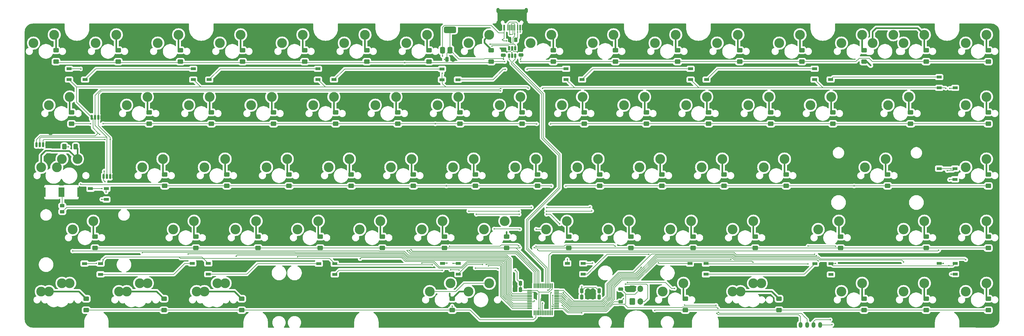
<source format=gbr>
%TF.GenerationSoftware,KiCad,Pcbnew,8.99.0-946-gf00a1ab517*%
%TF.CreationDate,2024-06-04T13:04:33+07:00*%
%TF.ProjectId,Sessantacinque65,53657373-616e-4746-9163-696e71756536,rev?*%
%TF.SameCoordinates,Original*%
%TF.FileFunction,Copper,L2,Bot*%
%TF.FilePolarity,Positive*%
%FSLAX46Y46*%
G04 Gerber Fmt 4.6, Leading zero omitted, Abs format (unit mm)*
G04 Created by KiCad (PCBNEW 8.99.0-946-gf00a1ab517) date 2024-06-04 13:04:33*
%MOMM*%
%LPD*%
G01*
G04 APERTURE LIST*
G04 Aperture macros list*
%AMRoundRect*
0 Rectangle with rounded corners*
0 $1 Rounding radius*
0 $2 $3 $4 $5 $6 $7 $8 $9 X,Y pos of 4 corners*
0 Add a 4 corners polygon primitive as box body*
4,1,4,$2,$3,$4,$5,$6,$7,$8,$9,$2,$3,0*
0 Add four circle primitives for the rounded corners*
1,1,$1+$1,$2,$3*
1,1,$1+$1,$4,$5*
1,1,$1+$1,$6,$7*
1,1,$1+$1,$8,$9*
0 Add four rect primitives between the rounded corners*
20,1,$1+$1,$2,$3,$4,$5,0*
20,1,$1+$1,$4,$5,$6,$7,0*
20,1,$1+$1,$6,$7,$8,$9,0*
20,1,$1+$1,$8,$9,$2,$3,0*%
G04 Aperture macros list end*
%TA.AperFunction,ComponentPad*%
%ADD10C,0.400000*%
%TD*%
%TA.AperFunction,ComponentPad*%
%ADD11C,3.000000*%
%TD*%
%TA.AperFunction,ComponentPad*%
%ADD12RoundRect,0.250000X-0.600000X-0.750000X0.600000X-0.750000X0.600000X0.750000X-0.600000X0.750000X0*%
%TD*%
%TA.AperFunction,ComponentPad*%
%ADD13O,1.700000X2.000000*%
%TD*%
%TA.AperFunction,ComponentPad*%
%ADD14O,1.000000X2.100000*%
%TD*%
%TA.AperFunction,ComponentPad*%
%ADD15O,1.000000X1.600000*%
%TD*%
%TA.AperFunction,ComponentPad*%
%ADD16RoundRect,0.250000X-0.350000X-0.625000X0.350000X-0.625000X0.350000X0.625000X-0.350000X0.625000X0*%
%TD*%
%TA.AperFunction,ComponentPad*%
%ADD17O,1.200000X1.750000*%
%TD*%
%TA.AperFunction,SMDPad,CuDef*%
%ADD18RoundRect,0.250000X0.600000X-0.400000X0.600000X0.400000X-0.600000X0.400000X-0.600000X-0.400000X0*%
%TD*%
%TA.AperFunction,SMDPad,CuDef*%
%ADD19R,1.500000X0.900000*%
%TD*%
%TA.AperFunction,SMDPad,CuDef*%
%ADD20RoundRect,0.250000X-0.475000X0.250000X-0.475000X-0.250000X0.475000X-0.250000X0.475000X0.250000X0*%
%TD*%
%TA.AperFunction,SMDPad,CuDef*%
%ADD21RoundRect,0.150000X-0.150000X0.512500X-0.150000X-0.512500X0.150000X-0.512500X0.150000X0.512500X0*%
%TD*%
%TA.AperFunction,SMDPad,CuDef*%
%ADD22RoundRect,0.150000X-0.150000X-0.625000X0.150000X-0.625000X0.150000X0.625000X-0.150000X0.625000X0*%
%TD*%
%TA.AperFunction,SMDPad,CuDef*%
%ADD23RoundRect,0.250000X-0.350000X-0.650000X0.350000X-0.650000X0.350000X0.650000X-0.350000X0.650000X0*%
%TD*%
%TA.AperFunction,SMDPad,CuDef*%
%ADD24RoundRect,0.250000X-0.250000X-0.475000X0.250000X-0.475000X0.250000X0.475000X-0.250000X0.475000X0*%
%TD*%
%TA.AperFunction,SMDPad,CuDef*%
%ADD25R,1.190000X3.000000*%
%TD*%
%TA.AperFunction,SMDPad,CuDef*%
%ADD26RoundRect,0.250000X-0.450000X0.262500X-0.450000X-0.262500X0.450000X-0.262500X0.450000X0.262500X0*%
%TD*%
%TA.AperFunction,SMDPad,CuDef*%
%ADD27RoundRect,0.250000X-0.400000X-0.600000X0.400000X-0.600000X0.400000X0.600000X-0.400000X0.600000X0*%
%TD*%
%TA.AperFunction,SMDPad,CuDef*%
%ADD28RoundRect,0.375000X0.375000X-0.625000X0.375000X0.625000X-0.375000X0.625000X-0.375000X-0.625000X0*%
%TD*%
%TA.AperFunction,SMDPad,CuDef*%
%ADD29RoundRect,0.500000X1.400000X-0.500000X1.400000X0.500000X-1.400000X0.500000X-1.400000X-0.500000X0*%
%TD*%
%TA.AperFunction,SMDPad,CuDef*%
%ADD30RoundRect,0.250000X0.250000X0.475000X-0.250000X0.475000X-0.250000X-0.475000X0.250000X-0.475000X0*%
%TD*%
%TA.AperFunction,SMDPad,CuDef*%
%ADD31R,0.600000X1.760000*%
%TD*%
%TA.AperFunction,SMDPad,CuDef*%
%ADD32R,0.300000X1.760000*%
%TD*%
%TA.AperFunction,SMDPad,CuDef*%
%ADD33R,0.600000X1.450000*%
%TD*%
%TA.AperFunction,SMDPad,CuDef*%
%ADD34RoundRect,0.075000X0.075000X-0.662500X0.075000X0.662500X-0.075000X0.662500X-0.075000X-0.662500X0*%
%TD*%
%TA.AperFunction,SMDPad,CuDef*%
%ADD35RoundRect,0.075000X0.662500X-0.075000X0.662500X0.075000X-0.662500X0.075000X-0.662500X-0.075000X0*%
%TD*%
%TA.AperFunction,SMDPad,CuDef*%
%ADD36RoundRect,0.250000X0.262500X0.450000X-0.262500X0.450000X-0.262500X-0.450000X0.262500X-0.450000X0*%
%TD*%
%TA.AperFunction,ViaPad*%
%ADD37C,0.400000*%
%TD*%
%TA.AperFunction,Conductor*%
%ADD38C,0.200000*%
%TD*%
%TA.AperFunction,Conductor*%
%ADD39C,0.500000*%
%TD*%
G04 APERTURE END LIST*
D10*
%TO.P,SW12,1,1*%
%TO.N,C11*%
X199202500Y142250000D03*
X200442500Y140990000D03*
X200452500Y143490000D03*
D11*
X200452500Y142240000D03*
D10*
X201702500Y142240000D03*
%TO.P,SW12,2,2*%
%TO.N,Net-(D12-A)*%
X205552500Y144780000D03*
X206802500Y146040000D03*
D11*
X206802500Y144780000D03*
D10*
X206802500Y143540000D03*
X208042500Y144790000D03*
%TD*%
%TO.P,SW9,1,1*%
%TO.N,C8*%
X142052500Y142250000D03*
X143292500Y140990000D03*
X143302500Y143490000D03*
D11*
X143302500Y142240000D03*
D10*
X144552500Y142240000D03*
%TO.P,SW9,2,2*%
%TO.N,Net-(D9-A)*%
X148402500Y144780000D03*
X149652500Y146040000D03*
D11*
X149652500Y144780000D03*
D10*
X149652500Y143540000D03*
X150892500Y144790000D03*
%TD*%
%TO.P,SW72,1,1*%
%TO.N,C12*%
X237302500Y66050000D03*
X238542500Y64790000D03*
X238552500Y67290000D03*
D11*
X238552500Y66040000D03*
D10*
X239802500Y66040000D03*
%TO.P,SW72,2,2*%
%TO.N,Net-(D72-A)*%
X243652500Y68580000D03*
X244902500Y69840000D03*
D11*
X244902500Y68580000D03*
D10*
X244902500Y67340000D03*
X246142500Y68590000D03*
%TD*%
%TO.P,SW14,1,1*%
%TO.N,C13*%
X256352500Y142250000D03*
X257592500Y140990000D03*
X257602500Y143490000D03*
D11*
X257602500Y142240000D03*
D10*
X258852500Y142240000D03*
%TO.P,SW14,2,2*%
%TO.N,Net-(D14-A)*%
X262702500Y144780000D03*
X263952500Y146040000D03*
D11*
X263952500Y144780000D03*
D10*
X263952500Y143540000D03*
X265192500Y144790000D03*
%TD*%
%TO.P,SW20,1,1*%
%TO.N,C4*%
X75377500Y123200000D03*
X76617500Y121940000D03*
X76627500Y124440000D03*
D11*
X76627500Y123190000D03*
D10*
X77877500Y123190000D03*
%TO.P,SW20,2,2*%
%TO.N,Net-(D20-A)*%
X81727500Y125730000D03*
X82977500Y126990000D03*
D11*
X82977500Y125730000D03*
D10*
X82977500Y124490000D03*
X84217500Y125740000D03*
%TD*%
D12*
%TO.P,SWb\u00F4t1,1,1*%
%TO.N,+3.3V*%
X174430000Y62970000D03*
D13*
%TO.P,SWb\u00F4t1,2,2*%
%TO.N,boot*%
X176930000Y62970000D03*
%TD*%
D10*
%TO.P,SW22,1,1*%
%TO.N,C6*%
X113477500Y123200000D03*
X114717500Y121940000D03*
X114727500Y124440000D03*
D11*
X114727500Y123190000D03*
D10*
X115977500Y123190000D03*
%TO.P,SW22,2,2*%
%TO.N,Net-(D22-A)*%
X119827500Y125730000D03*
X121077500Y126990000D03*
D11*
X121077500Y125730000D03*
D10*
X121077500Y124490000D03*
X122317500Y125740000D03*
%TD*%
%TO.P,SW74,1,1*%
%TO.N,C14*%
X275402500Y66050000D03*
X276642500Y64790000D03*
X276652500Y67290000D03*
D11*
X276652500Y66040000D03*
D10*
X277902500Y66040000D03*
%TO.P,SW74,2,2*%
%TO.N,Net-(D74-A)*%
X281752500Y68580000D03*
X283002500Y69840000D03*
D11*
X283002500Y68580000D03*
D10*
X283002500Y67340000D03*
X284242500Y68590000D03*
%TD*%
%TO.P,SW47,1,1*%
%TO.N,Net-(D47-A)*%
X-7966500Y66050000D03*
X-6726500Y64790000D03*
X-6716500Y67290000D03*
D11*
X-6716500Y66040000D03*
D10*
X-5466500Y66040000D03*
%TO.P,SW47,2,2*%
%TO.N,C0*%
X-1616500Y68580000D03*
X-366500Y69840000D03*
D11*
X-366500Y68580000D03*
D10*
X-366500Y67340000D03*
X873500Y68590000D03*
%TD*%
%TO.P,SW1,1,1*%
%TO.N,C0*%
X-10347500Y142250000D03*
X-9107500Y140990000D03*
X-9097500Y143490000D03*
D11*
X-9097500Y142240000D03*
D10*
X-7847500Y142240000D03*
%TO.P,SW1,2,2*%
%TO.N,Net-(D1-A)*%
X-3997500Y144780000D03*
X-2747500Y146040000D03*
D11*
X-2747500Y144780000D03*
D10*
X-2747500Y143540000D03*
X-1507500Y144790000D03*
%TD*%
%TO.P,SW43,1,1*%
%TO.N,C12*%
X237302500Y142250000D03*
X238542500Y140990000D03*
X238552500Y143490000D03*
D11*
X238552500Y142240000D03*
D10*
X239802500Y142240000D03*
%TO.P,SW43,2,2*%
%TO.N,Net-(D43-A)*%
X243652500Y144780000D03*
X244902500Y146040000D03*
D11*
X244902500Y144780000D03*
D10*
X244902500Y143540000D03*
X246142500Y144790000D03*
%TD*%
%TO.P,SW23,1,1*%
%TO.N,C7*%
X132527500Y123200000D03*
X133767500Y121940000D03*
X133777500Y124440000D03*
D11*
X133777500Y123190000D03*
D10*
X135027500Y123190000D03*
%TO.P,SW23,2,2*%
%TO.N,Net-(D23-A)*%
X138877500Y125730000D03*
X140127500Y126990000D03*
D11*
X140127500Y125730000D03*
D10*
X140127500Y124490000D03*
X141367500Y125740000D03*
%TD*%
%TO.P,SW59,1,1*%
%TO.N,C13*%
X256352500Y85100000D03*
X257592500Y83840000D03*
X257602500Y86340000D03*
D11*
X257602500Y85090000D03*
D10*
X258852500Y85090000D03*
%TO.P,SW59,2,2*%
%TO.N,Net-(D59-A)*%
X262702500Y87630000D03*
X263952500Y88890000D03*
D11*
X263952500Y87630000D03*
D10*
X263952500Y86390000D03*
X265192500Y87640000D03*
%TD*%
%TO.P,SW16,1,1*%
%TO.N,C0*%
X-5584500Y123200000D03*
X-4344500Y121940000D03*
X-4334500Y124440000D03*
D11*
X-4334500Y123190000D03*
D10*
X-3084500Y123190000D03*
%TO.P,SW16,2,2*%
%TO.N,Net-(D16-A)*%
X765500Y125730000D03*
X2015500Y126990000D03*
D11*
X2015500Y125730000D03*
D10*
X2015500Y124490000D03*
X3255500Y125740000D03*
%TD*%
%TO.P,SW31,1,1*%
%TO.N,C0*%
X-3203500Y104150000D03*
X-1963500Y102890000D03*
X-1953500Y105390000D03*
D11*
X-1953500Y104140000D03*
D10*
X-703500Y104140000D03*
%TO.P,SW31,2,2*%
%TO.N,Net-(D31-A)*%
X3146500Y106680000D03*
X4396500Y107940000D03*
D11*
X4396500Y106680000D03*
D10*
X4396500Y105440000D03*
X5636500Y106690000D03*
%TD*%
%TO.P,SW1006,1,1*%
%TO.N,Net-(D31-A)*%
X-7966500Y104150000D03*
X-6726500Y102890000D03*
X-6716500Y105390000D03*
D11*
X-6716500Y104140000D03*
D10*
X-5466500Y104140000D03*
%TO.P,SW1006,2,2*%
%TO.N,C0*%
X-1616500Y106680000D03*
X-366500Y107940000D03*
D11*
X-366500Y106680000D03*
D10*
X-366500Y105440000D03*
X873500Y106690000D03*
%TD*%
%TO.P,SW51,1,1*%
%TO.N,C5*%
X89665000Y85100000D03*
X90905000Y83840000D03*
X90915000Y86340000D03*
D11*
X90915000Y85090000D03*
D10*
X92165000Y85090000D03*
%TO.P,SW51,2,2*%
%TO.N,Net-(D51-A)*%
X96015000Y87630000D03*
X97265000Y88890000D03*
D11*
X97265000Y87630000D03*
D10*
X97265000Y86390000D03*
X98505000Y87640000D03*
%TD*%
%TO.P,SW1002,1,1*%
%TO.N,Net-(D47-A)*%
X-5584500Y66050000D03*
X-4344500Y64790000D03*
X-4334500Y67290000D03*
D11*
X-4334500Y66040000D03*
D10*
X-3084500Y66040000D03*
%TO.P,SW1002,2,2*%
%TO.N,C0*%
X765500Y68580000D03*
X2015500Y69840000D03*
D11*
X2015500Y68580000D03*
D10*
X2015500Y67340000D03*
X3255500Y68590000D03*
%TD*%
%TO.P,SW57,1,1*%
%TO.N,C11*%
X203965000Y85100000D03*
X205205000Y83840000D03*
X205215000Y86340000D03*
D11*
X205215000Y85090000D03*
D10*
X206465000Y85090000D03*
%TO.P,SW57,2,2*%
%TO.N,Net-(D57-A)*%
X210315000Y87630000D03*
X211565000Y88890000D03*
D11*
X211565000Y87630000D03*
D10*
X211565000Y86390000D03*
X212805000Y87640000D03*
%TD*%
%TO.P,SW1005,1,1*%
%TO.N,Net-(D14-A)*%
X246827500Y142250000D03*
X248067500Y140990000D03*
X248077500Y143490000D03*
D11*
X248077500Y142240000D03*
D10*
X249327500Y142240000D03*
%TO.P,SW1005,2,2*%
%TO.N,C13*%
X253177500Y144780000D03*
X254427500Y146040000D03*
D11*
X254427500Y144780000D03*
D10*
X254427500Y143540000D03*
X255667500Y144790000D03*
%TD*%
%TO.P,SW27,1,1*%
%TO.N,C11*%
X208727500Y123200000D03*
X209967500Y121940000D03*
X209977500Y124440000D03*
D11*
X209977500Y123190000D03*
D10*
X211227500Y123190000D03*
%TO.P,SW27,2,2*%
%TO.N,Net-(D27-A)*%
X215077500Y125730000D03*
X216327500Y126990000D03*
D11*
X216327500Y125730000D03*
D10*
X216327500Y124490000D03*
X217567500Y125740000D03*
%TD*%
%TO.P,SW1001,1,1*%
%TO.N,Net-(D66-A)*%
X122992500Y66045000D03*
X124232500Y64785000D03*
X124242500Y67285000D03*
D11*
X124242500Y66035000D03*
D10*
X125492500Y66035000D03*
%TO.P,SW1001,2,2*%
%TO.N,C6*%
X129342500Y68575000D03*
X130592500Y69835000D03*
D11*
X130592500Y68575000D03*
D10*
X130592500Y67335000D03*
X131832500Y68585000D03*
%TD*%
D14*
%TO.P,J5,S1,SHIELD*%
%TO.N,GND*%
X141912500Y148060000D03*
D15*
X141912500Y152240000D03*
D14*
X133272500Y148060000D03*
D15*
X133272500Y152240000D03*
%TD*%
D10*
%TO.P,SW35,1,1*%
%TO.N,C4*%
X80140000Y104150000D03*
X81380000Y102890000D03*
X81390000Y105390000D03*
D11*
X81390000Y104140000D03*
D10*
X82640000Y104140000D03*
%TO.P,SW35,2,2*%
%TO.N,Net-(D35-A)*%
X86490000Y106680000D03*
X87740000Y107940000D03*
D11*
X87740000Y106680000D03*
D10*
X87740000Y105440000D03*
X88980000Y106690000D03*
%TD*%
%TO.P,SW18,1,1*%
%TO.N,C2*%
X37277500Y123200000D03*
X38517500Y121940000D03*
X38527500Y124440000D03*
D11*
X38527500Y123190000D03*
D10*
X39777500Y123190000D03*
%TO.P,SW18,2,2*%
%TO.N,Net-(D18-A)*%
X43627500Y125730000D03*
X44877500Y126990000D03*
D11*
X44877500Y125730000D03*
D10*
X44877500Y124490000D03*
X46117500Y125740000D03*
%TD*%
%TO.P,SW13,1,1*%
%TO.N,C12*%
X218252500Y142250000D03*
X219492500Y140990000D03*
X219502500Y143490000D03*
D11*
X219502500Y142240000D03*
D10*
X220752500Y142240000D03*
%TO.P,SW13,2,2*%
%TO.N,Net-(D13-A)*%
X224602500Y144780000D03*
X225852500Y146040000D03*
D11*
X225852500Y144780000D03*
D10*
X225852500Y143540000D03*
X227092500Y144790000D03*
%TD*%
D12*
%TO.P,SWb\u00F4trst1,1,1*%
%TO.N,GND*%
X174420000Y66890000D03*
D13*
%TO.P,SWb\u00F4trst1,2,2*%
%TO.N,RST*%
X176920000Y66890000D03*
%TD*%
D10*
%TO.P,SW49,1,1*%
%TO.N,C3*%
X51565000Y85100000D03*
X52805000Y83840000D03*
X52815000Y86340000D03*
D11*
X52815000Y85090000D03*
D10*
X54065000Y85090000D03*
%TO.P,SW49,2,2*%
%TO.N,Net-(D49-A)*%
X57915000Y87630000D03*
X59165000Y88890000D03*
D11*
X59165000Y87630000D03*
D10*
X59165000Y86390000D03*
X60405000Y87640000D03*
%TD*%
%TO.P,SW33,1,1*%
%TO.N,C2*%
X42040000Y104150000D03*
X43280000Y102890000D03*
X43290000Y105390000D03*
D11*
X43290000Y104140000D03*
D10*
X44540000Y104140000D03*
%TO.P,SW33,2,2*%
%TO.N,Net-(D33-A)*%
X48390000Y106680000D03*
X49640000Y107940000D03*
D11*
X49640000Y106680000D03*
D10*
X49640000Y105440000D03*
X50880000Y106690000D03*
%TD*%
%TO.P,SW60,1,1*%
%TO.N,C14*%
X275402500Y85100000D03*
X276642500Y83840000D03*
X276652500Y86340000D03*
D11*
X276652500Y85090000D03*
D10*
X277902500Y85090000D03*
%TO.P,SW60,2,2*%
%TO.N,Net-(D60-A)*%
X281752500Y87630000D03*
X283002500Y88890000D03*
D11*
X283002500Y87630000D03*
D10*
X283002500Y86390000D03*
X284242500Y87640000D03*
%TD*%
%TO.P,SW10,1,1*%
%TO.N,C9*%
X161102500Y142250000D03*
X162342500Y140990000D03*
X162352500Y143490000D03*
D11*
X162352500Y142240000D03*
D10*
X163602500Y142240000D03*
%TO.P,SW10,2,2*%
%TO.N,Net-(D10-A)*%
X167452500Y144780000D03*
X168702500Y146040000D03*
D11*
X168702500Y144780000D03*
D10*
X168702500Y143540000D03*
X169942500Y144790000D03*
%TD*%
%TO.P,SW19,1,1*%
%TO.N,C3*%
X56327500Y123200000D03*
X57567500Y121940000D03*
X57577500Y124440000D03*
D11*
X57577500Y123190000D03*
D10*
X58827500Y123190000D03*
%TO.P,SW19,2,2*%
%TO.N,Net-(D19-A)*%
X62677500Y125730000D03*
X63927500Y126990000D03*
D11*
X63927500Y125730000D03*
D10*
X63927500Y124490000D03*
X65167500Y125740000D03*
%TD*%
%TO.P,SW25,1,1*%
%TO.N,C9*%
X170627500Y123200000D03*
X171867500Y121940000D03*
X171877500Y124440000D03*
D11*
X171877500Y123190000D03*
D10*
X173127500Y123190000D03*
%TO.P,SW25,2,2*%
%TO.N,Net-(D25-A)*%
X176977500Y125730000D03*
X178227500Y126990000D03*
D11*
X178227500Y125730000D03*
D10*
X178227500Y124490000D03*
X179467500Y125740000D03*
%TD*%
%TO.P,SW1000,1,1*%
%TO.N,Net-(D70-A)*%
X203965500Y66050000D03*
X205205500Y64790000D03*
X205215500Y67290000D03*
D11*
X205215500Y66040000D03*
D10*
X206465500Y66040000D03*
%TO.P,SW1000,2,2*%
%TO.N,C10*%
X210315500Y68580000D03*
X211565500Y69840000D03*
D11*
X211565500Y68580000D03*
D10*
X211565500Y67340000D03*
X212805500Y68590000D03*
%TD*%
%TO.P,SW15,1,1*%
%TO.N,C14*%
X275402500Y142250000D03*
X276642500Y140990000D03*
X276652500Y143490000D03*
D11*
X276652500Y142240000D03*
D10*
X277902500Y142240000D03*
%TO.P,SW15,2,2*%
%TO.N,Net-(D15-A)*%
X281752500Y144780000D03*
X283002500Y146040000D03*
D11*
X283002500Y144780000D03*
D10*
X283002500Y143540000D03*
X284242500Y144790000D03*
%TD*%
%TO.P,SW4,1,1*%
%TO.N,C3*%
X46802500Y142250000D03*
X48042500Y140990000D03*
X48052500Y143490000D03*
D11*
X48052500Y142240000D03*
D10*
X49302500Y142240000D03*
%TO.P,SW4,2,2*%
%TO.N,Net-(D4-A)*%
X53152500Y144780000D03*
X54402500Y146040000D03*
D11*
X54402500Y144780000D03*
D10*
X54402500Y143540000D03*
X55642500Y144790000D03*
%TD*%
%TO.P,SW38,1,1*%
%TO.N,C7*%
X137290000Y104150000D03*
X138530000Y102890000D03*
X138540000Y105390000D03*
D11*
X138540000Y104140000D03*
D10*
X139790000Y104140000D03*
%TO.P,SW38,2,2*%
%TO.N,Net-(D38-A)*%
X143640000Y106680000D03*
X144890000Y107940000D03*
D11*
X144890000Y106680000D03*
D10*
X144890000Y105440000D03*
X146130000Y106690000D03*
%TD*%
%TO.P,SW62,1,1*%
%TO.N,Net-(D62-A)*%
X39658500Y66050000D03*
X40898500Y64790000D03*
X40908500Y67290000D03*
D11*
X40908500Y66040000D03*
D10*
X42158500Y66040000D03*
%TO.P,SW62,2,2*%
%TO.N,C2*%
X46008500Y68580000D03*
X47258500Y69840000D03*
D11*
X47258500Y68580000D03*
D10*
X47258500Y67340000D03*
X48498500Y68590000D03*
%TD*%
%TO.P,SW11,1,1*%
%TO.N,C10*%
X180152500Y142250000D03*
X181392500Y140990000D03*
X181402500Y143490000D03*
D11*
X181402500Y142240000D03*
D10*
X182652500Y142240000D03*
%TO.P,SW11,2,2*%
%TO.N,Net-(D11-A)*%
X186502500Y144780000D03*
X187752500Y146040000D03*
D11*
X187752500Y144780000D03*
D10*
X187752500Y143540000D03*
X188992500Y144790000D03*
%TD*%
%TO.P,SW48,1,1*%
%TO.N,C2*%
X32515000Y85100000D03*
X33755000Y83840000D03*
X33765000Y86340000D03*
D11*
X33765000Y85090000D03*
D10*
X35015000Y85090000D03*
%TO.P,SW48,2,2*%
%TO.N,Net-(D48-A)*%
X38865000Y87630000D03*
X40115000Y88890000D03*
D11*
X40115000Y87630000D03*
D10*
X40115000Y86390000D03*
X41355000Y87640000D03*
%TD*%
%TO.P,SW32,1,1*%
%TO.N,C1*%
X22990000Y104150000D03*
X24230000Y102890000D03*
X24240000Y105390000D03*
D11*
X24240000Y104140000D03*
D10*
X25490000Y104140000D03*
%TO.P,SW32,2,2*%
%TO.N,Net-(D32-A)*%
X29340000Y106680000D03*
X30590000Y107940000D03*
D11*
X30590000Y106680000D03*
D10*
X30590000Y105440000D03*
X31830000Y106690000D03*
%TD*%
%TO.P,SW17,1,1*%
%TO.N,C1*%
X18227500Y123200000D03*
X19467500Y121940000D03*
X19477500Y124440000D03*
D11*
X19477500Y123190000D03*
D10*
X20727500Y123190000D03*
%TO.P,SW17,2,2*%
%TO.N,Net-(D17-A)*%
X24577500Y125730000D03*
X25827500Y126990000D03*
D11*
X25827500Y125730000D03*
D10*
X25827500Y124490000D03*
X27067500Y125740000D03*
%TD*%
%TO.P,SW69,1,1*%
%TO.N,C9*%
X182533500Y66050000D03*
X183773500Y64790000D03*
X183783500Y67290000D03*
D11*
X183783500Y66040000D03*
D10*
X185033500Y66040000D03*
%TO.P,SW69,2,2*%
%TO.N,Net-(D69-A)*%
X188883500Y68580000D03*
X190133500Y69840000D03*
D11*
X190133500Y68580000D03*
D10*
X190133500Y67340000D03*
X191373500Y68590000D03*
%TD*%
%TO.P,SW40,1,1*%
%TO.N,C9*%
X175390000Y104150000D03*
X176630000Y102890000D03*
X176640000Y105390000D03*
D11*
X176640000Y104140000D03*
D10*
X177890000Y104140000D03*
%TO.P,SW40,2,2*%
%TO.N,Net-(D40-A)*%
X181740000Y106680000D03*
X182990000Y107940000D03*
D11*
X182990000Y106680000D03*
D10*
X182990000Y105440000D03*
X184230000Y106690000D03*
%TD*%
%TO.P,SW52,1,1*%
%TO.N,C6*%
X108715000Y85100000D03*
X109955000Y83840000D03*
X109965000Y86340000D03*
D11*
X109965000Y85090000D03*
D10*
X111215000Y85090000D03*
%TO.P,SW52,2,2*%
%TO.N,Net-(D52-A)*%
X115065000Y87630000D03*
X116315000Y88890000D03*
D11*
X116315000Y87630000D03*
D10*
X116315000Y86390000D03*
X117555000Y87640000D03*
%TD*%
%TO.P,SW21,1,1*%
%TO.N,C5*%
X94427500Y123200000D03*
X95667500Y121940000D03*
X95677500Y124440000D03*
D11*
X95677500Y123190000D03*
D10*
X96927500Y123190000D03*
%TO.P,SW21,2,2*%
%TO.N,Net-(D21-A)*%
X100777500Y125730000D03*
X102027500Y126990000D03*
D11*
X102027500Y125730000D03*
D10*
X102027500Y124490000D03*
X103267500Y125740000D03*
%TD*%
%TO.P,SW24,1,1*%
%TO.N,C8*%
X151577500Y123200000D03*
X152817500Y121940000D03*
X152827500Y124440000D03*
D11*
X152827500Y123190000D03*
D10*
X154077500Y123190000D03*
%TO.P,SW24,2,2*%
%TO.N,Net-(D24-A)*%
X157927500Y125730000D03*
X159177500Y126990000D03*
D11*
X159177500Y125730000D03*
D10*
X159177500Y124490000D03*
X160417500Y125740000D03*
%TD*%
%TO.P,SW2,1,1*%
%TO.N,C1*%
X8702500Y142250000D03*
X9942500Y140990000D03*
X9952500Y143490000D03*
D11*
X9952500Y142240000D03*
D10*
X11202500Y142240000D03*
%TO.P,SW2,2,2*%
%TO.N,Net-(D2-A)*%
X15052500Y144780000D03*
X16302500Y146040000D03*
D11*
X16302500Y144780000D03*
D10*
X16302500Y143540000D03*
X17542500Y144790000D03*
%TD*%
%TO.P,SW73,1,1*%
%TO.N,C13*%
X256352500Y66050000D03*
X257592500Y64790000D03*
X257602500Y67290000D03*
D11*
X257602500Y66040000D03*
D10*
X258852500Y66040000D03*
%TO.P,SW73,2,2*%
%TO.N,Net-(D73-A)*%
X262702500Y68580000D03*
X263952500Y69840000D03*
D11*
X263952500Y68580000D03*
D10*
X263952500Y67340000D03*
X265192500Y68590000D03*
%TD*%
%TO.P,SW28,1,1*%
%TO.N,C12*%
X227777500Y123200000D03*
X229017500Y121940000D03*
X229027500Y124440000D03*
D11*
X229027500Y123190000D03*
D10*
X230277500Y123190000D03*
%TO.P,SW28,2,2*%
%TO.N,Net-(D28-A)*%
X234127500Y125730000D03*
X235377500Y126990000D03*
D11*
X235377500Y125730000D03*
D10*
X235377500Y124490000D03*
X236617500Y125740000D03*
%TD*%
%TO.P,SW1004,1,1*%
%TO.N,Net-(D62-A)*%
X42040500Y66050000D03*
X43280500Y64790000D03*
X43290500Y67290000D03*
D11*
X43290500Y66040000D03*
D10*
X44540500Y66040000D03*
%TO.P,SW1004,2,2*%
%TO.N,C2*%
X48390500Y68580000D03*
X49640500Y69840000D03*
D11*
X49640500Y68580000D03*
D10*
X49640500Y67340000D03*
X50880500Y68590000D03*
%TD*%
%TO.P,SW44,1,1*%
%TO.N,C13*%
X244520600Y104150000D03*
X245760600Y102890000D03*
X245770600Y105390000D03*
D11*
X245770600Y104140000D03*
D10*
X247020600Y104140000D03*
%TO.P,SW44,2,2*%
%TO.N,Net-(D44-A)*%
X250870600Y106680000D03*
X252120600Y107940000D03*
D11*
X252120600Y106680000D03*
D10*
X252120600Y105440000D03*
X253360600Y106690000D03*
%TD*%
%TO.P,SW58,1,1*%
%TO.N,C12*%
X230159000Y85100000D03*
X231399000Y83840000D03*
X231409000Y86340000D03*
D11*
X231409000Y85090000D03*
D10*
X232659000Y85090000D03*
%TO.P,SW58,2,2*%
%TO.N,Net-(D58-A)*%
X236509000Y87630000D03*
X237759000Y88890000D03*
D11*
X237759000Y87630000D03*
D10*
X237759000Y86390000D03*
X238999000Y87640000D03*
%TD*%
%TO.P,SW54,1,1*%
%TO.N,C8*%
X146815000Y85100000D03*
X148055000Y83840000D03*
X148065000Y86340000D03*
D11*
X148065000Y85090000D03*
D10*
X149315000Y85090000D03*
%TO.P,SW54,2,2*%
%TO.N,Net-(D54-A)*%
X153165000Y87630000D03*
X154415000Y88890000D03*
D11*
X154415000Y87630000D03*
D10*
X154415000Y86390000D03*
X155655000Y87640000D03*
%TD*%
%TO.P,SW29,1,1*%
%TO.N,C13*%
X251590500Y123200000D03*
X252830500Y121940000D03*
X252840500Y124440000D03*
D11*
X252840500Y123190000D03*
D10*
X254090500Y123190000D03*
%TO.P,SW29,2,2*%
%TO.N,Net-(D29-A)*%
X257940500Y125730000D03*
X259190500Y126990000D03*
D11*
X259190500Y125730000D03*
D10*
X259190500Y124490000D03*
X260430500Y125740000D03*
%TD*%
%TO.P,SW55,1,1*%
%TO.N,C9*%
X165865000Y85100000D03*
X167105000Y83840000D03*
X167115000Y86340000D03*
D11*
X167115000Y85090000D03*
D10*
X168365000Y85090000D03*
%TO.P,SW55,2,2*%
%TO.N,Net-(D55-A)*%
X172215000Y87630000D03*
X173465000Y88890000D03*
D11*
X173465000Y87630000D03*
D10*
X173465000Y86390000D03*
X174705000Y87640000D03*
%TD*%
%TO.P,SW53,1,1*%
%TO.N,C7*%
X127765000Y85100000D03*
X129005000Y83840000D03*
X129015000Y86340000D03*
D11*
X129015000Y85090000D03*
D10*
X130265000Y85090000D03*
%TO.P,SW53,2,2*%
%TO.N,Net-(D53-A)*%
X134115000Y87630000D03*
X135365000Y88890000D03*
D11*
X135365000Y87630000D03*
D10*
X135365000Y86390000D03*
X136605000Y87640000D03*
%TD*%
%TO.P,SW61,1,1*%
%TO.N,Net-(D61-A)*%
X15846000Y66050000D03*
X17086000Y64790000D03*
X17096000Y67290000D03*
D11*
X17096000Y66040000D03*
D10*
X18346000Y66040000D03*
%TO.P,SW61,2,2*%
%TO.N,C1*%
X22196000Y68580000D03*
X23446000Y69840000D03*
D11*
X23446000Y68580000D03*
D10*
X23446000Y67340000D03*
X24686000Y68590000D03*
%TD*%
%TO.P,SW66,1,1*%
%TO.N,C6*%
X111096000Y66050000D03*
X112336000Y64790000D03*
X112346000Y67290000D03*
D11*
X112346000Y66040000D03*
D10*
X113596000Y66040000D03*
%TO.P,SW66,2,2*%
%TO.N,Net-(D66-A)*%
X117446000Y68580000D03*
X118696000Y69840000D03*
D11*
X118696000Y68580000D03*
D10*
X118696000Y67340000D03*
X119936000Y68590000D03*
%TD*%
%TO.P,SW36,1,1*%
%TO.N,C5*%
X99190000Y104150000D03*
X100430000Y102890000D03*
X100440000Y105390000D03*
D11*
X100440000Y104140000D03*
D10*
X101690000Y104140000D03*
%TO.P,SW36,2,2*%
%TO.N,Net-(D36-A)*%
X105540000Y106680000D03*
X106790000Y107940000D03*
D11*
X106790000Y106680000D03*
D10*
X106790000Y105440000D03*
X108030000Y106690000D03*
%TD*%
D16*
%TO.P,J2,1,Pin_1*%
%TO.N,GND*%
X224010000Y55830000D03*
D17*
%TO.P,J2,2,Pin_2*%
%TO.N,+3.3V*%
X226010000Y55830000D03*
%TO.P,J2,3,Pin_3*%
%TO.N,RST*%
X228010000Y55830000D03*
%TO.P,J2,4,Pin_4*%
%TO.N,DIO*%
X230010000Y55830000D03*
%TO.P,J2,5,Pin_5*%
%TO.N,CLK*%
X232010000Y55830000D03*
%TD*%
D10*
%TO.P,SW7,1,1*%
%TO.N,C6*%
X103952500Y142250000D03*
X105192500Y140990000D03*
X105202500Y143490000D03*
D11*
X105202500Y142240000D03*
D10*
X106452500Y142240000D03*
%TO.P,SW7,2,2*%
%TO.N,Net-(D7-A)*%
X110302500Y144780000D03*
X111552500Y146040000D03*
D11*
X111552500Y144780000D03*
D10*
X111552500Y143540000D03*
X112792500Y144790000D03*
%TD*%
%TO.P,SW46,1,1*%
%TO.N,C0*%
X1633100Y85100000D03*
X2873100Y83840000D03*
X2883100Y86340000D03*
D11*
X2883100Y85090000D03*
D10*
X4133100Y85090000D03*
%TO.P,SW46,2,2*%
%TO.N,Net-(D46-A)*%
X7983100Y87630000D03*
X9233100Y88890000D03*
D11*
X9233100Y87630000D03*
D10*
X9233100Y86390000D03*
X10473100Y87640000D03*
%TD*%
%TO.P,SW5,1,1*%
%TO.N,C4*%
X65852500Y142250000D03*
X67092500Y140990000D03*
X67102500Y143490000D03*
D11*
X67102500Y142240000D03*
D10*
X68352500Y142240000D03*
%TO.P,SW5,2,2*%
%TO.N,Net-(D5-A)*%
X72202500Y144780000D03*
X73452500Y146040000D03*
D11*
X73452500Y144780000D03*
D10*
X73452500Y143540000D03*
X74692500Y144790000D03*
%TD*%
%TO.P,SW6,1,1*%
%TO.N,C5*%
X84902500Y142250000D03*
X86142500Y140990000D03*
X86152500Y143490000D03*
D11*
X86152500Y142240000D03*
D10*
X87402500Y142240000D03*
%TO.P,SW6,2,2*%
%TO.N,Net-(D6-A)*%
X91252500Y144780000D03*
X92502500Y146040000D03*
D11*
X92502500Y144780000D03*
D10*
X92502500Y143540000D03*
X93742500Y144790000D03*
%TD*%
%TO.P,SW3,1,1*%
%TO.N,C2*%
X27752500Y142250000D03*
X28992500Y140990000D03*
X29002500Y143490000D03*
D11*
X29002500Y142240000D03*
D10*
X30252500Y142240000D03*
%TO.P,SW3,2,2*%
%TO.N,Net-(D3-A)*%
X34102500Y144780000D03*
X35352500Y146040000D03*
D11*
X35352500Y144780000D03*
D10*
X35352500Y143540000D03*
X36592500Y144790000D03*
%TD*%
%TO.P,SW1003,1,1*%
%TO.N,Net-(D61-A)*%
X18227500Y66050000D03*
X19467500Y64790000D03*
X19477500Y67290000D03*
D11*
X19477500Y66040000D03*
D10*
X20727500Y66040000D03*
%TO.P,SW1003,2,2*%
%TO.N,C1*%
X24577500Y68580000D03*
X25827500Y69840000D03*
D11*
X25827500Y68580000D03*
D10*
X25827500Y67340000D03*
X27067500Y68590000D03*
%TD*%
%TO.P,SW30,1,1*%
%TO.N,C14*%
X275402500Y123200000D03*
X276642500Y121940000D03*
X276652500Y124440000D03*
D11*
X276652500Y123190000D03*
D10*
X277902500Y123190000D03*
%TO.P,SW30,2,2*%
%TO.N,Net-(D30-A)*%
X281752500Y125730000D03*
X283002500Y126990000D03*
D11*
X283002500Y125730000D03*
D10*
X283002500Y124490000D03*
X284242500Y125740000D03*
%TD*%
%TO.P,SW26,1,1*%
%TO.N,C10*%
X189677500Y123200000D03*
X190917500Y121940000D03*
X190927500Y124440000D03*
D11*
X190927500Y123190000D03*
D10*
X192177500Y123190000D03*
%TO.P,SW26,2,2*%
%TO.N,Net-(D26-A)*%
X196027500Y125730000D03*
X197277500Y126990000D03*
D11*
X197277500Y125730000D03*
D10*
X197277500Y124490000D03*
X198517500Y125740000D03*
%TD*%
%TO.P,SW45,1,1*%
%TO.N,C14*%
X275402500Y104150000D03*
X276642500Y102890000D03*
X276652500Y105390000D03*
D11*
X276652500Y104140000D03*
D10*
X277902500Y104140000D03*
%TO.P,SW45,2,2*%
%TO.N,Net-(D45-A)*%
X281752500Y106680000D03*
X283002500Y107940000D03*
D11*
X283002500Y106680000D03*
D10*
X283002500Y105440000D03*
X284242500Y106690000D03*
%TD*%
%TO.P,SW8,1,1*%
%TO.N,C7*%
X123002500Y142250000D03*
X124242500Y140990000D03*
X124252500Y143490000D03*
D11*
X124252500Y142240000D03*
D10*
X125502500Y142240000D03*
%TO.P,SW8,2,2*%
%TO.N,Net-(D8-A)*%
X129352500Y144780000D03*
X130602500Y146040000D03*
D11*
X130602500Y144780000D03*
D10*
X130602500Y143540000D03*
X131842500Y144790000D03*
%TD*%
%TO.P,SW37,1,1*%
%TO.N,C6*%
X118240000Y104150000D03*
X119480000Y102890000D03*
X119490000Y105390000D03*
D11*
X119490000Y104140000D03*
D10*
X120740000Y104140000D03*
%TO.P,SW37,2,2*%
%TO.N,Net-(D37-A)*%
X124590000Y106680000D03*
X125840000Y107940000D03*
D11*
X125840000Y106680000D03*
D10*
X125840000Y105440000D03*
X127080000Y106690000D03*
%TD*%
%TO.P,SW50,1,1*%
%TO.N,C4*%
X70615000Y85100000D03*
X71855000Y83840000D03*
X71865000Y86340000D03*
D11*
X71865000Y85090000D03*
D10*
X73115000Y85090000D03*
%TO.P,SW50,2,2*%
%TO.N,Net-(D50-A)*%
X76965000Y87630000D03*
X78215000Y88890000D03*
D11*
X78215000Y87630000D03*
D10*
X78215000Y86390000D03*
X79455000Y87640000D03*
%TD*%
%TO.P,SW39,1,1*%
%TO.N,C8*%
X156340000Y104150000D03*
X157580000Y102890000D03*
X157590000Y105390000D03*
D11*
X157590000Y104140000D03*
D10*
X158840000Y104140000D03*
%TO.P,SW39,2,2*%
%TO.N,Net-(D39-A)*%
X162690000Y106680000D03*
X163940000Y107940000D03*
D11*
X163940000Y106680000D03*
D10*
X163940000Y105440000D03*
X165180000Y106690000D03*
%TD*%
%TO.P,SW70,1,1*%
%TO.N,Net-(D70-A)*%
X206346000Y66050000D03*
X207586000Y64790000D03*
X207596000Y67290000D03*
D11*
X207596000Y66040000D03*
D10*
X208846000Y66040000D03*
%TO.P,SW70,2,2*%
%TO.N,C10*%
X212696000Y68580000D03*
X213946000Y69840000D03*
D11*
X213946000Y68580000D03*
D10*
X213946000Y67340000D03*
X215186000Y68590000D03*
%TD*%
%TO.P,SW41,1,1*%
%TO.N,C10*%
X194440000Y104150000D03*
X195680000Y102890000D03*
X195690000Y105390000D03*
D11*
X195690000Y104140000D03*
D10*
X196940000Y104140000D03*
%TO.P,SW41,2,2*%
%TO.N,Net-(D41-A)*%
X200790000Y106680000D03*
X202040000Y107940000D03*
D11*
X202040000Y106680000D03*
D10*
X202040000Y105440000D03*
X203280000Y106690000D03*
%TD*%
%TO.P,SW34,1,1*%
%TO.N,C3*%
X61090000Y104150000D03*
X62330000Y102890000D03*
X62340000Y105390000D03*
D11*
X62340000Y104140000D03*
D10*
X63590000Y104140000D03*
%TO.P,SW34,2,2*%
%TO.N,Net-(D34-A)*%
X67440000Y106680000D03*
X68690000Y107940000D03*
D11*
X68690000Y106680000D03*
D10*
X68690000Y105440000D03*
X69930000Y106690000D03*
%TD*%
%TO.P,SW42,1,1*%
%TO.N,C11*%
X213490000Y104150000D03*
X214730000Y102890000D03*
X214740000Y105390000D03*
D11*
X214740000Y104140000D03*
D10*
X215990000Y104140000D03*
%TO.P,SW42,2,2*%
%TO.N,Net-(D42-A)*%
X219840000Y106680000D03*
X221090000Y107940000D03*
D11*
X221090000Y106680000D03*
D10*
X221090000Y105440000D03*
X222330000Y106690000D03*
%TD*%
%TO.P,SW56,1,1*%
%TO.N,C10*%
X184915000Y85100000D03*
X186155000Y83840000D03*
X186165000Y86340000D03*
D11*
X186165000Y85090000D03*
D10*
X187415000Y85090000D03*
%TO.P,SW56,2,2*%
%TO.N,Net-(D56-A)*%
X191265000Y87630000D03*
X192515000Y88890000D03*
D11*
X192515000Y87630000D03*
D10*
X192515000Y86390000D03*
X193755000Y87640000D03*
%TD*%
D18*
%TO.P,D23,1,K*%
%TO.N,R1*%
X140670000Y117490000D03*
%TO.P,D23,2,A*%
%TO.N,Net-(D23-A)*%
X140670000Y120990000D03*
%TD*%
%TO.P,D7,1,K*%
%TO.N,R0*%
X112095000Y136540000D03*
%TO.P,D7,2,A*%
%TO.N,Net-(D7-A)*%
X112095000Y140040000D03*
%TD*%
%TO.P,D10,1,K*%
%TO.N,R0*%
X169245000Y136540000D03*
%TO.P,D10,2,A*%
%TO.N,Net-(D10-A)*%
X169245000Y140040000D03*
%TD*%
D19*
%TO.P,DRGB2,1,VDD*%
%TO.N,+5V*%
X268490000Y128510000D03*
%TO.P,DRGB2,2,DOUT*%
%TO.N,Net-(DRGB2-DOUT)*%
X268490000Y131810000D03*
%TO.P,DRGB2,3,VSS*%
%TO.N,GND*%
X273390000Y131810000D03*
%TO.P,DRGB2,4,DIN*%
%TO.N,Net-(DRGB1-DOUT)*%
X273390000Y128510000D03*
%TD*%
D20*
%TO.P,C6,1*%
%TO.N,GND*%
X134860000Y140410000D03*
%TO.P,C6,2*%
%TO.N,+3.3V*%
X134860000Y138510000D03*
%TD*%
D18*
%TO.P,D41,1,K*%
%TO.N,R2*%
X202582500Y98440000D03*
%TO.P,D41,2,A*%
%TO.N,Net-(D41-A)*%
X202582500Y101940000D03*
%TD*%
%TO.P,D12,1,K*%
%TO.N,R0*%
X207345000Y136540000D03*
%TO.P,D12,2,A*%
%TO.N,Net-(D12-A)*%
X207345000Y140040000D03*
%TD*%
%TO.P,D9,1,K*%
%TO.N,R0*%
X150195000Y136540000D03*
%TO.P,D9,2,A*%
%TO.N,Net-(D9-A)*%
X150195000Y140040000D03*
%TD*%
%TO.P,D33,1,K*%
%TO.N,R2*%
X50182500Y98440000D03*
%TO.P,D33,2,A*%
%TO.N,Net-(D33-A)*%
X50182500Y101940000D03*
%TD*%
D21*
%TO.P,U3,1,I/O1*%
%TO.N,Net-(J1-Pin_2)*%
X136640000Y140587500D03*
%TO.P,U3,2,GND*%
%TO.N,GND*%
X137590000Y140587500D03*
%TO.P,U3,3,I/O2*%
%TO.N,Net-(J1-Pin_3)*%
X138540000Y140587500D03*
%TO.P,U3,4,I/O2*%
%TO.N,D+*%
X138540000Y138312500D03*
%TO.P,U3,5,VBUS*%
%TO.N,+5V*%
X137590000Y138312500D03*
%TO.P,U3,6,I/O1*%
%TO.N,D-*%
X136640000Y138312500D03*
%TD*%
D18*
%TO.P,D18,1,K*%
%TO.N,R1*%
X45420000Y117490000D03*
%TO.P,D18,2,A*%
%TO.N,Net-(D18-A)*%
X45420000Y120990000D03*
%TD*%
D22*
%TO.P,J4,1,Pin_1*%
%TO.N,+5V*%
X8742500Y119470000D03*
%TO.P,J4,2,Pin_2*%
%TO.N,Net-(J1-Pin_2)*%
X9742500Y119470000D03*
%TO.P,J4,3,Pin_3*%
%TO.N,Net-(J1-Pin_3)*%
X10742500Y119470000D03*
D23*
%TO.P,J4,4,Pin_4*%
%TO.N,GND*%
X7442500Y123345000D03*
D22*
X11742500Y119470000D03*
D23*
X13042500Y123345000D03*
%TD*%
D18*
%TO.P,D15,1,K*%
%TO.N,R0*%
X283545000Y136540000D03*
%TO.P,D15,2,A*%
%TO.N,Net-(D15-A)*%
X283545000Y140040000D03*
%TD*%
%TO.P,D27,1,K*%
%TO.N,R1*%
X216870000Y117490000D03*
%TO.P,D27,2,A*%
%TO.N,Net-(D27-A)*%
X216870000Y120990000D03*
%TD*%
%TO.P,D55,1,K*%
%TO.N,R3*%
X174007500Y79390000D03*
%TO.P,D55,2,A*%
%TO.N,Net-(D55-A)*%
X174007500Y82890000D03*
%TD*%
D24*
%TO.P,C1,1*%
%TO.N,GND*%
X138290000Y68580000D03*
%TO.P,C1,2*%
%TO.N,+3.3V*%
X140190000Y68580000D03*
%TD*%
D18*
%TO.P,D59,1,K*%
%TO.N,R3*%
X264495000Y79390000D03*
%TO.P,D59,2,A*%
%TO.N,Net-(D59-A)*%
X264495000Y82890000D03*
%TD*%
D19*
%TO.P,DRGB3,1,VDD*%
%TO.N,+5V*%
X230330000Y131060000D03*
%TO.P,DRGB3,2,DOUT*%
%TO.N,Net-(DRGB3-DOUT)*%
X230330000Y134360000D03*
%TO.P,DRGB3,3,VSS*%
%TO.N,GND*%
X235230000Y134360000D03*
%TO.P,DRGB3,4,DIN*%
%TO.N,Net-(DRGB2-DOUT)*%
X235230000Y131060000D03*
%TD*%
D25*
%TO.P,Dled1,1,K*%
%TO.N,GND*%
X4948900Y96510000D03*
%TO.P,Dled1,2,A*%
%TO.N,Net-(Dled1-A)*%
X-241100Y96510000D03*
%TD*%
D18*
%TO.P,D6,1,K*%
%TO.N,R0*%
X93045000Y136540000D03*
%TO.P,D6,2,A*%
%TO.N,Net-(D6-A)*%
X93045000Y140040000D03*
%TD*%
%TO.P,D32,1,K*%
%TO.N,R2*%
X31132500Y98440000D03*
%TO.P,D32,2,A*%
%TO.N,Net-(D32-A)*%
X31132500Y101940000D03*
%TD*%
%TO.P,D48,1,K*%
%TO.N,R3*%
X40657500Y79390000D03*
%TO.P,D48,2,A*%
%TO.N,Net-(D48-A)*%
X40657500Y82890000D03*
%TD*%
%TO.P,D22,1,K*%
%TO.N,R1*%
X121620000Y117490000D03*
%TO.P,D22,2,A*%
%TO.N,Net-(D22-A)*%
X121620000Y120990000D03*
%TD*%
D19*
%TO.P,DRGB14,1,VDD*%
%TO.N,+5V*%
X121140000Y74670000D03*
%TO.P,DRGB14,2,DOUT*%
%TO.N,Net-(DRGB14-DOUT)*%
X121140000Y71370000D03*
%TO.P,DRGB14,3,VSS*%
%TO.N,GND*%
X116240000Y71370000D03*
%TO.P,DRGB14,4,DIN*%
%TO.N,Net-(DRGB13-DOUT)*%
X116240000Y74670000D03*
%TD*%
D18*
%TO.P,D49,1,K*%
%TO.N,R3*%
X59707500Y79390000D03*
%TO.P,D49,2,A*%
%TO.N,Net-(D49-A)*%
X59707500Y82890000D03*
%TD*%
%TO.P,D24,1,K*%
%TO.N,R1*%
X159720000Y117490000D03*
%TO.P,D24,2,A*%
%TO.N,Net-(D24-A)*%
X159720000Y120990000D03*
%TD*%
%TO.P,D16,1,K*%
%TO.N,R1*%
X2558000Y117490000D03*
%TO.P,D16,2,A*%
%TO.N,Net-(D16-A)*%
X2558000Y120990000D03*
%TD*%
%TO.P,D35,1,K*%
%TO.N,R2*%
X88282500Y98440000D03*
%TO.P,D35,2,A*%
%TO.N,Net-(D35-A)*%
X88282500Y101940000D03*
%TD*%
D19*
%TO.P,DRGB16,1,VDD*%
%TO.N,+5V*%
X197010000Y74630000D03*
%TO.P,DRGB16,2,DOUT*%
%TO.N,Net-(DRGB16-DOUT)*%
X197010000Y71330000D03*
%TO.P,DRGB16,3,VSS*%
%TO.N,GND*%
X192110000Y71330000D03*
%TO.P,DRGB16,4,DIN*%
%TO.N,Net-(DRGB15-DOUT)*%
X192110000Y74630000D03*
%TD*%
%TO.P,DRGB17,1,VDD*%
%TO.N,+5V*%
X235300000Y74580000D03*
%TO.P,DRGB17,2,DOUT*%
%TO.N,unconnected-(DRGB17-DOUT-Pad2)*%
X235300000Y71280000D03*
%TO.P,DRGB17,3,VSS*%
%TO.N,GND*%
X230400000Y71280000D03*
%TO.P,DRGB17,4,DIN*%
%TO.N,Net-(DRGB16-DOUT)*%
X230400000Y74580000D03*
%TD*%
D18*
%TO.P,D74,1,K*%
%TO.N,R4*%
X283545000Y60340000D03*
%TO.P,D74,2,A*%
%TO.N,Net-(D74-A)*%
X283545000Y63840000D03*
%TD*%
%TO.P,D39,1,K*%
%TO.N,R2*%
X164482500Y98440000D03*
%TO.P,D39,2,A*%
%TO.N,Net-(D39-A)*%
X164482500Y101940000D03*
%TD*%
D25*
%TO.P,Dled2,1,K*%
%TO.N,GND*%
X-6001100Y96520000D03*
%TO.P,Dled2,2,A*%
%TO.N,Net-(Dled1-A)*%
X-811100Y96520000D03*
%TD*%
D26*
%TO.P,R1,1*%
%TO.N,boot*%
X170920000Y62920000D03*
%TO.P,R1,2*%
%TO.N,GND*%
X170920000Y61095000D03*
%TD*%
D24*
%TO.P,C4,1*%
%TO.N,GND*%
X162340000Y66311100D03*
%TO.P,C4,2*%
%TO.N,+3.3V*%
X164240000Y66311100D03*
%TD*%
D18*
%TO.P,D54,1,K*%
%TO.N,R3*%
X154957500Y79390000D03*
%TO.P,D54,2,A*%
%TO.N,Net-(D54-A)*%
X154957500Y82890000D03*
%TD*%
%TO.P,D47,1,K*%
%TO.N,R4*%
X7080000Y60330000D03*
%TO.P,D47,2,A*%
%TO.N,Net-(D47-A)*%
X7080000Y63830000D03*
%TD*%
D27*
%TO.P,D31,1,K*%
%TO.N,R2*%
X350000Y110450000D03*
%TO.P,D31,2,A*%
%TO.N,Net-(D31-A)*%
X3850000Y110450000D03*
%TD*%
D18*
%TO.P,D30,1,K*%
%TO.N,R1*%
X283545000Y117490000D03*
%TO.P,D30,2,A*%
%TO.N,Net-(D30-A)*%
X283545000Y120990000D03*
%TD*%
%TO.P,D11,1,K*%
%TO.N,R0*%
X188295000Y136540000D03*
%TO.P,D11,2,A*%
%TO.N,Net-(D11-A)*%
X188295000Y140040000D03*
%TD*%
%TO.P,D20,1,K*%
%TO.N,R1*%
X83520000Y117490000D03*
%TO.P,D20,2,A*%
%TO.N,Net-(D20-A)*%
X83520000Y120990000D03*
%TD*%
%TO.P,D4,1,K*%
%TO.N,R0*%
X54945000Y136540000D03*
%TO.P,D4,2,A*%
%TO.N,Net-(D4-A)*%
X54945000Y140040000D03*
%TD*%
%TO.P,D38,1,K*%
%TO.N,R2*%
X145432500Y98440000D03*
%TO.P,D38,2,A*%
%TO.N,Net-(D38-A)*%
X145432500Y101940000D03*
%TD*%
D19*
%TO.P,DRGB5,1,VDD*%
%TO.N,+5V*%
X154160000Y131060000D03*
%TO.P,DRGB5,2,DOUT*%
%TO.N,Net-(DRGB5-DOUT)*%
X154160000Y134360000D03*
%TO.P,DRGB5,3,VSS*%
%TO.N,GND*%
X159060000Y134360000D03*
%TO.P,DRGB5,4,DIN*%
%TO.N,Net-(DRGB4-DOUT)*%
X159060000Y131060000D03*
%TD*%
D18*
%TO.P,D14,1,K*%
%TO.N,R0*%
X264495000Y136540000D03*
%TO.P,D14,2,A*%
%TO.N,Net-(D14-A)*%
X264495000Y140040000D03*
%TD*%
%TO.P,D60,1,K*%
%TO.N,R3*%
X283545000Y79390000D03*
%TO.P,D60,2,A*%
%TO.N,Net-(D60-A)*%
X283545000Y82890000D03*
%TD*%
D24*
%TO.P,C3,1*%
%TO.N,GND*%
X162340000Y64350000D03*
%TO.P,C3,2*%
%TO.N,+3.3V*%
X164240000Y64350000D03*
%TD*%
D18*
%TO.P,D57,1,K*%
%TO.N,R3*%
X212107500Y79390000D03*
%TO.P,D57,2,A*%
%TO.N,Net-(D57-A)*%
X212107500Y82890000D03*
%TD*%
%TO.P,D40,1,K*%
%TO.N,R2*%
X183532500Y98440000D03*
%TO.P,D40,2,A*%
%TO.N,Net-(D40-A)*%
X183532500Y101940000D03*
%TD*%
%TO.P,D52,1,K*%
%TO.N,R3*%
X116857500Y79390000D03*
%TO.P,D52,2,A*%
%TO.N,Net-(D52-A)*%
X116857500Y82890000D03*
%TD*%
%TO.P,D37,1,K*%
%TO.N,R2*%
X126382500Y98440000D03*
%TO.P,D37,2,A*%
%TO.N,Net-(D37-A)*%
X126382500Y101940000D03*
%TD*%
%TO.P,D36,1,K*%
%TO.N,R2*%
X107332500Y98440000D03*
%TO.P,D36,2,A*%
%TO.N,Net-(D36-A)*%
X107332500Y101940000D03*
%TD*%
D28*
%TO.P,U2,1,ADJ*%
%TO.N,GND*%
X120892500Y140040000D03*
%TO.P,U2,2,VO*%
%TO.N,+3.3V*%
X118592500Y140040000D03*
D29*
X118592500Y146340000D03*
D28*
%TO.P,U2,3,VI*%
%TO.N,+5V*%
X116292500Y140040000D03*
%TD*%
D19*
%TO.P,DRGB9,1,VDD*%
%TO.N,+5V*%
X1820000Y131050000D03*
%TO.P,DRGB9,2,DOUT*%
%TO.N,Net-(DRGB10-DIN)*%
X1820000Y134350000D03*
%TO.P,DRGB9,3,VSS*%
%TO.N,GND*%
X6720000Y134350000D03*
%TO.P,DRGB9,4,DIN*%
%TO.N,Net-(DRGB8-DOUT)*%
X6720000Y131050000D03*
%TD*%
D18*
%TO.P,D50,1,K*%
%TO.N,R3*%
X78757500Y79390000D03*
%TO.P,D50,2,A*%
%TO.N,Net-(D50-A)*%
X78757500Y82890000D03*
%TD*%
D19*
%TO.P,DRGB11,1,VDD*%
%TO.N,+5V*%
X11450000Y74620000D03*
%TO.P,DRGB11,2,DOUT*%
%TO.N,Net-(DRGB11-DOUT)*%
X11450000Y71320000D03*
%TO.P,DRGB11,3,VSS*%
%TO.N,GND*%
X6550000Y71320000D03*
%TO.P,DRGB11,4,DIN*%
%TO.N,Net-(DRGB10-DOUT)*%
X6550000Y74620000D03*
%TD*%
%TO.P,DRGB1,1,VDD*%
%TO.N,+5V*%
X273370000Y103750000D03*
%TO.P,DRGB1,2,DOUT*%
%TO.N,Net-(DRGB1-DOUT)*%
X273370000Y100450000D03*
%TO.P,DRGB1,3,VSS*%
%TO.N,GND*%
X268470000Y100450000D03*
%TO.P,DRGB1,4,DIN*%
%TO.N,Net-(DRGB1-DIN)*%
X268470000Y103750000D03*
%TD*%
D30*
%TO.P,C9,1*%
%TO.N,GND*%
X160828700Y64341100D03*
%TO.P,C9,2*%
%TO.N,+3.3V*%
X158928700Y64341100D03*
%TD*%
D19*
%TO.P,DRGB4,1,VDD*%
%TO.N,+5V*%
X192290000Y131040000D03*
%TO.P,DRGB4,2,DOUT*%
%TO.N,Net-(DRGB4-DOUT)*%
X192290000Y134340000D03*
%TO.P,DRGB4,3,VSS*%
%TO.N,GND*%
X197190000Y134340000D03*
%TO.P,DRGB4,4,DIN*%
%TO.N,Net-(DRGB3-DOUT)*%
X197190000Y131040000D03*
%TD*%
D22*
%TO.P,J3,1,Pin_1*%
%TO.N,+5V*%
X12392500Y101370000D03*
%TO.P,J3,2,Pin_2*%
%TO.N,Net-(J1-Pin_2)*%
X13392500Y101370000D03*
%TO.P,J3,3,Pin_3*%
%TO.N,Net-(J1-Pin_3)*%
X14392500Y101370000D03*
D23*
%TO.P,J3,4,Pin_4*%
%TO.N,GND*%
X11092500Y105245000D03*
D22*
X15392500Y101370000D03*
D23*
X16692500Y105245000D03*
%TD*%
D31*
%TO.P,J6,A1,GND*%
%TO.N,GND*%
X134342500Y146990000D03*
%TO.P,J6,A4,VBUS*%
%TO.N,+5V*%
X135142500Y146990000D03*
D32*
%TO.P,J6,A5,CC1*%
%TO.N,Net-(J5-CC1)*%
X136342500Y146990000D03*
%TO.P,J6,A6,D+*%
%TO.N,Net-(J1-Pin_3)*%
X137342500Y146990000D03*
%TO.P,J6,A7,D-*%
%TO.N,Net-(J1-Pin_2)*%
X137842500Y146990000D03*
D33*
%TO.P,J6,A9,VBUS*%
%TO.N,+5V*%
X140042500Y147145000D03*
%TO.P,J6,A12,GND*%
%TO.N,GND*%
X140842500Y147145000D03*
D31*
%TO.P,J6,B1,GND*%
X140842500Y146990000D03*
%TO.P,J6,B4,VBUS*%
%TO.N,+5V*%
X140042500Y146990000D03*
D32*
%TO.P,J6,B5,CC2*%
%TO.N,Net-(J5-CC1)*%
X139342500Y146990000D03*
%TO.P,J6,B6,D+*%
%TO.N,Net-(J1-Pin_3)*%
X138342500Y146990000D03*
%TO.P,J6,B7,D-*%
%TO.N,Net-(J1-Pin_2)*%
X136842500Y146990000D03*
D33*
%TO.P,J6,B9,VBUS*%
%TO.N,+5V*%
X135142500Y147145000D03*
%TO.P,J6,B12,GND*%
%TO.N,GND*%
X134342500Y147145000D03*
D15*
%TO.P,J6,S1,SHIELD*%
X133272500Y152240000D03*
D14*
X133272500Y148060000D03*
D15*
X141912500Y152240000D03*
D14*
X141912500Y148060000D03*
%TD*%
D18*
%TO.P,D8,1,K*%
%TO.N,R0*%
X131145000Y136540000D03*
%TO.P,D8,2,A*%
%TO.N,Net-(D8-A)*%
X131145000Y140040000D03*
%TD*%
D34*
%TO.P,Ud1,1,VBAT*%
%TO.N,+3.3V*%
X149860000Y59477500D03*
%TO.P,Ud1,2,PC13*%
%TO.N,C9*%
X149360000Y59477500D03*
%TO.P,Ud1,3,PC14/OSC32_IN*%
%TO.N,unconnected-(Ud1-PC14{slash}OSC32_IN-Pad3)*%
X148860000Y59477500D03*
%TO.P,Ud1,4,PC15/OSC32_OUT*%
%TO.N,unconnected-(Ud1-PC15{slash}OSC32_OUT-Pad4)*%
X148360000Y59477500D03*
%TO.P,Ud1,5,PF0/OSC_IN*%
%TO.N,unconnected-(Ud1-PF0{slash}OSC_IN-Pad5)*%
X147860000Y59477500D03*
%TO.P,Ud1,6,PF1/OSC_OUT*%
%TO.N,unconnected-(Ud1-PF1{slash}OSC_OUT-Pad6)*%
X147360000Y59477500D03*
%TO.P,Ud1,7,NRST*%
%TO.N,RST*%
X146860000Y59477500D03*
%TO.P,Ud1,8,VSSA*%
%TO.N,GND*%
X146360000Y59477500D03*
%TO.P,Ud1,9,VDDA*%
%TO.N,+3.3V*%
X145860000Y59477500D03*
%TO.P,Ud1,10,PA0/ADC_IN0*%
%TO.N,unconnected-(Ud1-PA0{slash}ADC_IN0-Pad10)*%
X145360000Y59477500D03*
%TO.P,Ud1,11,PA1/ADC_IN1*%
%TO.N,R4*%
X144860000Y59477500D03*
%TO.P,Ud1,12,PA2/ADC_IN2*%
%TO.N,unconnected-(Ud1-PA2{slash}ADC_IN2-Pad12)*%
X144360000Y59477500D03*
D35*
%TO.P,Ud1,13,PA3/TIM15_CH2/ADC_IN3*%
%TO.N,C8*%
X142947500Y60890000D03*
%TO.P,Ud1,14,PA4/TIM14_CH1/ADC_IN4*%
%TO.N,C7*%
X142947500Y61390000D03*
%TO.P,Ud1,15,PA5/ADC_IN5/DAC_OUT2*%
%TO.N,C6*%
X142947500Y61890000D03*
%TO.P,Ud1,16,PA6/ADC_IN6/TIM3_CH1/TIM16_CH1*%
%TO.N,C5*%
X142947500Y62390000D03*
%TO.P,Ud1,17,PA7/TIM3_CH2/TIM14_CH1/ADC_IN7*%
%TO.N,RGB*%
X142947500Y62890000D03*
%TO.P,Ud1,18,PB0/TIM3_CH3/ADC_IN8*%
%TO.N,C4*%
X142947500Y63390000D03*
%TO.P,Ud1,19,PB1/TIM3_CH4/TIM14_CH1/ADC_IN9*%
%TO.N,C3*%
X142947500Y63890000D03*
%TO.P,Ud1,20,PB2*%
%TO.N,C2*%
X142947500Y64390000D03*
%TO.P,Ud1,21,PB10/SPI2_SCK/I2C2_SCL/TIM2_CH3*%
%TO.N,C1*%
X142947500Y64890000D03*
%TO.P,Ud1,22,PB11/TIM2_CH4/I2C2_SDA*%
%TO.N,C0*%
X142947500Y65390000D03*
%TO.P,Ud1,23,VSS*%
%TO.N,GND*%
X142947500Y65890000D03*
%TO.P,Ud1,24,VDD*%
%TO.N,+3.3V*%
X142947500Y66390000D03*
D34*
%TO.P,Ud1,25,PB12*%
%TO.N,R0*%
X144360000Y67802500D03*
%TO.P,Ud1,26,SPI2_SCK/I2S2_CK/I2C2_SCL/PB13*%
%TO.N,R1*%
X144860000Y67802500D03*
%TO.P,Ud1,27,PB14/SPI2_MISO/I2S2_MCK/I2C2_SDA/TIM15_CH1/PB15*%
%TO.N,R2*%
X145360000Y67802500D03*
%TO.P,Ud1,28,SPI2_MOSI/I2S2_SD/PB15*%
%TO.N,R3*%
X145860000Y67802500D03*
%TO.P,Ud1,29,TIM1_CH1/PA8*%
%TO.N,unconnected-(Ud1-TIM1_CH1{slash}PA8-Pad29)*%
X146360000Y67802500D03*
%TO.P,Ud1,30,TIM1_CH2/PA9*%
%TO.N,unconnected-(Ud1-TIM1_CH2{slash}PA9-Pad30)*%
X146860000Y67802500D03*
%TO.P,Ud1,31,TIM1_CH3/PA10*%
%TO.N,unconnected-(Ud1-TIM1_CH3{slash}PA10-Pad31)*%
X147360000Y67802500D03*
%TO.P,Ud1,32,USB_DM/TIM1_CH4/PA11*%
%TO.N,D-*%
X147860000Y67802500D03*
%TO.P,Ud1,33,USB_DP/PA12*%
%TO.N,D+*%
X148360000Y67802500D03*
%TO.P,Ud1,34,SWDIO/PA13*%
%TO.N,DIO*%
X148860000Y67802500D03*
%TO.P,Ud1,35,VSS*%
%TO.N,GND*%
X149360000Y67802500D03*
%TO.P,Ud1,36,VDDIO2*%
%TO.N,+3.3V*%
X149860000Y67802500D03*
D35*
%TO.P,Ud1,37,SWCLK/PA14*%
%TO.N,CLK*%
X151272500Y66390000D03*
%TO.P,Ud1,38,PA2*%
%TO.N,unconnected-(Ud1-PA2-Pad38)*%
X151272500Y65890000D03*
%TO.P,Ud1,39,SPI1_SCK/I2S1_CK/TIM2_CH2/PB3*%
%TO.N,C14*%
X151272500Y65390000D03*
%TO.P,Ud1,40,SPI1_MISO/I2S1_MCK/TIM3_CH1/PB4*%
%TO.N,C13*%
X151272500Y64890000D03*
%TO.P,Ud1,41,SPI1_MOSI/I2S1_SD/TIM3_CH2/PB5*%
%TO.N,C12*%
X151272500Y64390000D03*
%TO.P,Ud1,42,I2C1_SCL/PB6*%
%TO.N,C11*%
X151272500Y63890000D03*
%TO.P,Ud1,43,2C1_SDA/PB7*%
%TO.N,C10*%
X151272500Y63390000D03*
%TO.P,Ud1,44,BOOT0*%
%TO.N,boot*%
X151272500Y62890000D03*
%TO.P,Ud1,45,I2C1_SCL/TIM16_CH1/PB8*%
%TO.N,unconnected-(Ud1-I2C1_SCL{slash}TIM16_CH1{slash}PB8-Pad45)*%
X151272500Y62390000D03*
%TO.P,Ud1,46,SPI2_NSS/I2S2_WS/I2C1_SDA/TIM17_CH1/PB9*%
%TO.N,Net-(Ud1-SPI2_NSS{slash}I2S2_WS{slash}I2C1_SDA{slash}TIM17_CH1{slash}PB9)*%
X151272500Y61890000D03*
%TO.P,Ud1,47,VSS*%
%TO.N,GND*%
X151272500Y61390000D03*
%TO.P,Ud1,48,VDD*%
%TO.N,+3.3V*%
X151272500Y60890000D03*
%TD*%
D19*
%TO.P,DRGB13,1,VDD*%
%TO.N,+5V*%
X83250000Y74590000D03*
%TO.P,DRGB13,2,DOUT*%
%TO.N,Net-(DRGB13-DOUT)*%
X83250000Y71290000D03*
%TO.P,DRGB13,3,VSS*%
%TO.N,GND*%
X78350000Y71290000D03*
%TO.P,DRGB13,4,DIN*%
%TO.N,Net-(DRGB12-DOUT)*%
X78350000Y74590000D03*
%TD*%
D18*
%TO.P,D66,1,K*%
%TO.N,R4*%
X119238500Y60340000D03*
%TO.P,D66,2,A*%
%TO.N,Net-(D66-A)*%
X119238500Y63840000D03*
%TD*%
%TO.P,D72,1,K*%
%TO.N,R4*%
X245445000Y60340000D03*
%TO.P,D72,2,A*%
%TO.N,Net-(D72-A)*%
X245445000Y63840000D03*
%TD*%
D19*
%TO.P,DRGB20,1,VDD*%
%TO.N,+5V*%
X273380000Y74690000D03*
%TO.P,DRGB20,2,DOUT*%
%TO.N,Net-(DRGB1-DIN)*%
X273380000Y71390000D03*
%TO.P,DRGB20,3,VSS*%
%TO.N,GND*%
X268480000Y71390000D03*
%TO.P,DRGB20,4,DIN*%
%TO.N,RGB*%
X268480000Y74690000D03*
%TD*%
%TO.P,DRGB15,1,VDD*%
%TO.N,+5V*%
X159410000Y74670000D03*
%TO.P,DRGB15,2,DOUT*%
%TO.N,Net-(DRGB15-DOUT)*%
X159410000Y71370000D03*
%TO.P,DRGB15,3,VSS*%
%TO.N,GND*%
X154510000Y71370000D03*
%TO.P,DRGB15,4,DIN*%
%TO.N,Net-(DRGB14-DOUT)*%
X154510000Y74670000D03*
%TD*%
D18*
%TO.P,D53,1,K*%
%TO.N,R3*%
X135907500Y79390000D03*
%TO.P,D53,2,A*%
%TO.N,Net-(D53-A)*%
X135907500Y82890000D03*
%TD*%
%TO.P,D21,1,K*%
%TO.N,R1*%
X102570000Y117490000D03*
%TO.P,D21,2,A*%
%TO.N,Net-(D21-A)*%
X102570000Y120990000D03*
%TD*%
%TO.P,D73,1,K*%
%TO.N,R4*%
X264495000Y60340000D03*
%TO.P,D73,2,A*%
%TO.N,Net-(D73-A)*%
X264495000Y63840000D03*
%TD*%
%TO.P,D3,1,K*%
%TO.N,R0*%
X35895000Y136540000D03*
%TO.P,D3,2,A*%
%TO.N,Net-(D3-A)*%
X35895000Y140040000D03*
%TD*%
D20*
%TO.P,C10,1*%
%TO.N,RST*%
X170920000Y66840000D03*
%TO.P,C10,2*%
%TO.N,GND*%
X170920000Y64940000D03*
%TD*%
D26*
%TO.P,R3,1*%
%TO.N,Net-(Dled1-A)*%
X-270000Y92340000D03*
%TO.P,R3,2*%
%TO.N,Net-(Ud1-SPI2_NSS{slash}I2S2_WS{slash}I2C1_SDA{slash}TIM17_CH1{slash}PB9)*%
X-270000Y90515000D03*
%TD*%
D18*
%TO.P,D42,1,K*%
%TO.N,R2*%
X221632500Y98440000D03*
%TO.P,D42,2,A*%
%TO.N,Net-(D42-A)*%
X221632500Y101940000D03*
%TD*%
%TO.P,D45,1,K*%
%TO.N,R2*%
X283545000Y98440000D03*
%TO.P,D45,2,A*%
%TO.N,Net-(D45-A)*%
X283545000Y101940000D03*
%TD*%
D30*
%TO.P,C2,1*%
%TO.N,GND*%
X119520000Y137240000D03*
%TO.P,C2,2*%
%TO.N,+3.3V*%
X117620000Y137240000D03*
%TD*%
D18*
%TO.P,D70,1,K*%
%TO.N,R4*%
X219410000Y60340000D03*
%TO.P,D70,2,A*%
%TO.N,Net-(D70-A)*%
X219410000Y63840000D03*
%TD*%
D19*
%TO.P,DRGB12,1,VDD*%
%TO.N,+5V*%
X44470000Y74670000D03*
%TO.P,DRGB12,2,DOUT*%
%TO.N,Net-(DRGB12-DOUT)*%
X44470000Y71370000D03*
%TO.P,DRGB12,3,VSS*%
%TO.N,GND*%
X39570000Y71370000D03*
%TO.P,DRGB12,4,DIN*%
%TO.N,Net-(DRGB11-DOUT)*%
X39570000Y74670000D03*
%TD*%
D18*
%TO.P,D58,1,K*%
%TO.N,R3*%
X238301500Y79390000D03*
%TO.P,D58,2,A*%
%TO.N,Net-(D58-A)*%
X238301500Y82890000D03*
%TD*%
D24*
%TO.P,C5,1*%
%TO.N,GND*%
X138290000Y66620000D03*
%TO.P,C5,2*%
%TO.N,+3.3V*%
X140190000Y66620000D03*
%TD*%
D20*
%TO.P,C7,1*%
%TO.N,GND*%
X140330000Y140460000D03*
%TO.P,C7,2*%
%TO.N,+3.3V*%
X140330000Y138560000D03*
%TD*%
D18*
%TO.P,D13,1,K*%
%TO.N,R0*%
X226395000Y136540000D03*
%TO.P,D13,2,A*%
%TO.N,Net-(D13-A)*%
X226395000Y140040000D03*
%TD*%
%TO.P,D62,1,K*%
%TO.N,R4*%
X54705000Y60330000D03*
%TO.P,D62,2,A*%
%TO.N,Net-(D62-A)*%
X54705000Y63830000D03*
%TD*%
D19*
%TO.P,DRGB7,1,VDD*%
%TO.N,+5V*%
X78100000Y131050000D03*
%TO.P,DRGB7,2,DOUT*%
%TO.N,Net-(DRGB7-DOUT)*%
X78100000Y134350000D03*
%TO.P,DRGB7,3,VSS*%
%TO.N,GND*%
X83000000Y134350000D03*
%TO.P,DRGB7,4,DIN*%
%TO.N,Net-(DRGB6-DOUT)*%
X83000000Y131050000D03*
%TD*%
%TO.P,DRGB10,1,VDD*%
%TO.N,+5V*%
X13260000Y97580000D03*
%TO.P,DRGB10,2,DOUT*%
%TO.N,Net-(DRGB10-DOUT)*%
X13260000Y94280000D03*
%TO.P,DRGB10,3,VSS*%
%TO.N,GND*%
X8360000Y94280000D03*
%TO.P,DRGB10,4,DIN*%
%TO.N,Net-(DRGB10-DIN)*%
X8360000Y97580000D03*
%TD*%
D18*
%TO.P,D17,1,K*%
%TO.N,R1*%
X26370000Y117490000D03*
%TO.P,D17,2,A*%
%TO.N,Net-(D17-A)*%
X26370000Y120990000D03*
%TD*%
D36*
%TO.P,R2,1*%
%TO.N,Net-(J5-CC1)*%
X138705000Y143250000D03*
%TO.P,R2,2*%
%TO.N,GND*%
X136880000Y143250000D03*
%TD*%
D18*
%TO.P,D69,1,K*%
%TO.N,R4*%
X190676000Y60340000D03*
%TO.P,D69,2,A*%
%TO.N,Net-(D69-A)*%
X190676000Y63840000D03*
%TD*%
%TO.P,D28,1,K*%
%TO.N,R1*%
X235920000Y117490000D03*
%TO.P,D28,2,A*%
%TO.N,Net-(D28-A)*%
X235920000Y120990000D03*
%TD*%
%TO.P,D2,1,K*%
%TO.N,R0*%
X16845000Y136540000D03*
%TO.P,D2,2,A*%
%TO.N,Net-(D2-A)*%
X16845000Y140040000D03*
%TD*%
%TO.P,D56,1,K*%
%TO.N,R3*%
X193057500Y79390000D03*
%TO.P,D56,2,A*%
%TO.N,Net-(D56-A)*%
X193057500Y82890000D03*
%TD*%
%TO.P,D26,1,K*%
%TO.N,R1*%
X197820000Y117490000D03*
%TO.P,D26,2,A*%
%TO.N,Net-(D26-A)*%
X197820000Y120990000D03*
%TD*%
%TO.P,D61,1,K*%
%TO.N,R4*%
X30892500Y60330000D03*
%TO.P,D61,2,A*%
%TO.N,Net-(D61-A)*%
X30892500Y63830000D03*
%TD*%
D30*
%TO.P,C8,1*%
%TO.N,GND*%
X160830000Y66312200D03*
%TO.P,C8,2*%
%TO.N,+3.3V*%
X158930000Y66312200D03*
%TD*%
D18*
%TO.P,D1,1,K*%
%TO.N,R0*%
X-2205000Y136540000D03*
%TO.P,D1,2,A*%
%TO.N,Net-(D1-A)*%
X-2205000Y140040000D03*
%TD*%
D19*
%TO.P,DRGB8,1,VDD*%
%TO.N,+5V*%
X39870000Y131040000D03*
%TO.P,DRGB8,2,DOUT*%
%TO.N,Net-(DRGB8-DOUT)*%
X39870000Y134340000D03*
%TO.P,DRGB8,3,VSS*%
%TO.N,GND*%
X44770000Y134340000D03*
%TO.P,DRGB8,4,DIN*%
%TO.N,Net-(DRGB7-DOUT)*%
X44770000Y131040000D03*
%TD*%
D18*
%TO.P,D19,1,K*%
%TO.N,R1*%
X64470000Y117490000D03*
%TO.P,D19,2,A*%
%TO.N,Net-(D19-A)*%
X64470000Y120990000D03*
%TD*%
%TO.P,D46,1,K*%
%TO.N,R3*%
X9775600Y79390000D03*
%TO.P,D46,2,A*%
%TO.N,Net-(D46-A)*%
X9775600Y82890000D03*
%TD*%
%TO.P,D51,1,K*%
%TO.N,R3*%
X97807500Y79390000D03*
%TO.P,D51,2,A*%
%TO.N,Net-(D51-A)*%
X97807500Y82890000D03*
%TD*%
%TO.P,D25,1,K*%
%TO.N,R1*%
X178770000Y117490000D03*
%TO.P,D25,2,A*%
%TO.N,Net-(D25-A)*%
X178770000Y120990000D03*
%TD*%
%TO.P,D44,1,K*%
%TO.N,R2*%
X252663100Y98440000D03*
%TO.P,D44,2,A*%
%TO.N,Net-(D44-A)*%
X252663100Y101940000D03*
%TD*%
%TO.P,D5,1,K*%
%TO.N,R0*%
X73995000Y136540000D03*
%TO.P,D5,2,A*%
%TO.N,Net-(D5-A)*%
X73995000Y140040000D03*
%TD*%
D22*
%TO.P,J1,1,Pin_1*%
%TO.N,+5V*%
X-8157500Y111110000D03*
%TO.P,J1,2,Pin_2*%
%TO.N,Net-(J1-Pin_2)*%
X-7157500Y111110000D03*
%TO.P,J1,3,Pin_3*%
%TO.N,Net-(J1-Pin_3)*%
X-6157500Y111110000D03*
D23*
%TO.P,J1,4,Pin_4*%
%TO.N,GND*%
X-9457500Y114985000D03*
D22*
X-5157500Y111110000D03*
D23*
X-3857500Y114985000D03*
%TD*%
D18*
%TO.P,D29,1,K*%
%TO.N,R1*%
X259733000Y117490000D03*
%TO.P,D29,2,A*%
%TO.N,Net-(D29-A)*%
X259733000Y120990000D03*
%TD*%
D19*
%TO.P,DRGB6,1,VDD*%
%TO.N,+5V*%
X116120000Y131010000D03*
%TO.P,DRGB6,2,DOUT*%
%TO.N,Net-(DRGB6-DOUT)*%
X116120000Y134310000D03*
%TO.P,DRGB6,3,VSS*%
%TO.N,GND*%
X121020000Y134310000D03*
%TO.P,DRGB6,4,DIN*%
%TO.N,Net-(DRGB5-DOUT)*%
X121020000Y131010000D03*
%TD*%
D18*
%TO.P,D43,1,K*%
%TO.N,R2*%
X245445000Y136540000D03*
%TO.P,D43,2,A*%
%TO.N,Net-(D43-A)*%
X245445000Y140040000D03*
%TD*%
%TO.P,D34,1,K*%
%TO.N,R2*%
X69232500Y98440000D03*
%TO.P,D34,2,A*%
%TO.N,Net-(D34-A)*%
X69232500Y101940000D03*
%TD*%
D37*
%TO.N,GND*%
X137300000Y142410000D03*
X140500000Y71050000D03*
X138190000Y70890000D03*
X114850000Y137500000D03*
X153310000Y69190000D03*
X-2160000Y93750000D03*
X169870000Y65650000D03*
X118990000Y138120000D03*
X1030000Y93850000D03*
X148520000Y66460000D03*
X145320000Y65270000D03*
X161560000Y65340000D03*
X120820000Y142020000D03*
X146830000Y64190000D03*
X169620000Y60100000D03*
X140870000Y142750000D03*
X7760000Y127180000D03*
X2330000Y128490000D03*
X149871945Y61540947D03*
%TO.N,+3.3V*%
X158980000Y59480000D03*
X133250000Y73100000D03*
X200333671Y59315152D03*
X158930000Y67500000D03*
X172920000Y68860000D03*
X187380000Y66990000D03*
X135000000Y137240000D03*
X190430000Y61850000D03*
X145860000Y60910000D03*
X126310000Y73260000D03*
X200110000Y61790000D03*
X140140000Y137250000D03*
X138530000Y72560000D03*
X149910000Y60870000D03*
X116850000Y137260000D03*
%TO.N,RST*%
X200680000Y60878008D03*
X200810000Y59680000D03*
X152938603Y61778603D03*
X146890000Y62440000D03*
%TO.N,R0*%
X140230000Y136610000D03*
X105450979Y78630705D03*
X104640000Y136215000D03*
X135340000Y136550000D03*
%TO.N,R1*%
X145160000Y117470000D03*
X106050967Y78626473D03*
X8390000Y117490000D03*
X12220000Y117520000D03*
X114040000Y117490000D03*
X149420000Y117470000D03*
%TO.N,R2*%
X242420000Y98440000D03*
X5360000Y98940000D03*
X149660000Y98400000D03*
X1610000Y110440000D03*
X154030000Y98390000D03*
X247510000Y135350000D03*
X106590000Y78890000D03*
X117470000Y98440000D03*
%TO.N,R3*%
X139960000Y79480000D03*
X144350000Y79490000D03*
%TO.N,R4*%
X139636965Y79985620D03*
X119240000Y61580000D03*
X144854026Y79890000D03*
X169226394Y79889999D03*
X181270000Y60310000D03*
X118390000Y79890000D03*
%TO.N,Net-(D53-A)*%
X135950000Y84310000D03*
%TO.N,Net-(D66-A)*%
X118470000Y65460000D03*
%TO.N,Net-(DRGB1-DIN)*%
X272150000Y103660000D03*
X272140000Y71350000D03*
%TO.N,+5V*%
X135920000Y142930000D03*
X124300000Y90700000D03*
X11170000Y114180000D03*
X140042500Y145620000D03*
X121360000Y72640000D03*
X113140000Y74280000D03*
X12590000Y102970000D03*
X162010000Y90800000D03*
X146925196Y128385196D03*
X236730000Y79890000D03*
X116270000Y138290000D03*
X228320000Y79980000D03*
X270500000Y128390000D03*
X271500000Y73960000D03*
X118730000Y72710000D03*
X12840000Y99740000D03*
X12180000Y75750000D03*
X137550000Y139300000D03*
X162250000Y74740000D03*
X148100000Y90710000D03*
X270970000Y103110000D03*
X119470000Y74680000D03*
X139690000Y90680000D03*
X134681446Y143248554D03*
X116160000Y133000000D03*
X228270000Y74540000D03*
X142500000Y128470000D03*
X236770000Y74630000D03*
X13180000Y96510000D03*
%TO.N,Net-(DRGB1-DOUT)*%
X271740000Y128360000D03*
X271640000Y100350000D03*
%TO.N,Net-(DRGB5-DOUT)*%
X142140000Y134210000D03*
X135460000Y134210000D03*
%TO.N,Net-(DRGB10-DIN)*%
X11880000Y97600000D03*
X5410000Y134310000D03*
%TO.N,Net-(DRGB10-DOUT)*%
X11790000Y94330000D03*
X10190000Y74640000D03*
%TO.N,Net-(DRGB13-DOUT)*%
X116200000Y72590000D03*
X117630000Y74730000D03*
%TO.N,Net-(DRGB14-DOUT)*%
X139790000Y89710000D03*
X154520000Y75910000D03*
X126640000Y89710000D03*
X148100000Y89720000D03*
X128573106Y74330000D03*
X152210000Y86780000D03*
%TO.N,Net-(DRGB15-DOUT)*%
X179546446Y77463554D03*
X182420000Y74880000D03*
%TO.N,RGB*%
X144420000Y63120000D03*
X268360000Y78720000D03*
X145400000Y78890000D03*
X269740000Y74700000D03*
%TO.N,Net-(J1-Pin_2)*%
X134123554Y128243554D03*
X131460000Y141300000D03*
X136970000Y144830000D03*
%TO.N,Net-(J1-Pin_3)*%
X14392500Y112670000D03*
X138342500Y145070000D03*
X12840000Y112720000D03*
X134050000Y127610000D03*
X130850000Y141860000D03*
%TO.N,DIO*%
X235150000Y57390000D03*
X230312688Y77480000D03*
%TO.N,CLK*%
X235650000Y55870000D03*
X230909000Y77080000D03*
%TO.N,Net-(J5-CC1)*%
X139342500Y145600000D03*
%TO.N,boot*%
X172290000Y68340000D03*
X171760000Y63850000D03*
%TO.N,Net-(Ud1-SPI2_NSS{slash}I2S2_WS{slash}I2C1_SDA{slash}TIM17_CH1{slash}PB9)*%
X148180000Y91800000D03*
X143530000Y91890000D03*
X161510000Y91930000D03*
X150020000Y64850000D03*
%TO.N,C0*%
X2883100Y78440000D03*
%TO.N,C1*%
X24240000Y77940000D03*
%TO.N,C2*%
X38299250Y77539250D03*
%TO.N,C3*%
X52990000Y76880000D03*
%TO.N,C4*%
X71850000Y76710000D03*
%TO.N,C5*%
X91020000Y76110000D03*
%TO.N,C6*%
X109965000Y74730000D03*
%TO.N,C7*%
X129630000Y74330000D03*
%TO.N,C8*%
X144970000Y85160000D03*
X132090000Y85230000D03*
X139940000Y85180000D03*
X130350000Y73930000D03*
%TO.N,C9*%
X153274925Y65684925D03*
X149590000Y65720000D03*
X177160074Y73459926D03*
%TO.N,C10*%
X211450000Y75020000D03*
%TO.N,C11*%
X204690000Y75880000D03*
%TO.N,C12*%
X231409000Y75460000D03*
%TO.N,C13*%
X257602500Y75130000D03*
%TO.N,C14*%
X276652500Y75790000D03*
%TD*%
D38*
%TO.N,GND*%
X150022892Y61390000D02*
X149871945Y61540947D01*
X142947500Y65890000D02*
X144700000Y65890000D01*
D39*
X136880000Y142830000D02*
X137300000Y142410000D01*
D38*
X138199448Y139625000D02*
X139495000Y139625000D01*
X137590000Y140234448D02*
X138199448Y139625000D01*
X149360000Y67802500D02*
X149360000Y67032590D01*
X136980552Y139625000D02*
X135645000Y139625000D01*
X149360000Y67032590D02*
X148787410Y66460000D01*
X146360000Y63720000D02*
X146830000Y64190000D01*
X137590000Y140234448D02*
X136980552Y139625000D01*
X139495000Y139625000D02*
X140330000Y140460000D01*
X137590000Y140587500D02*
X137590000Y140234448D01*
X151272500Y61390000D02*
X150022892Y61390000D01*
X146360000Y59477500D02*
X146360000Y63720000D01*
X141007380Y147154880D02*
X141007380Y147377395D01*
X134187500Y147145000D02*
X133272500Y148060000D01*
X140997500Y147145000D02*
X141912500Y148060000D01*
X140842500Y146990000D02*
X141007380Y147154880D01*
X140842500Y147145000D02*
X140997500Y147145000D01*
D39*
X136880000Y143250000D02*
X136880000Y142830000D01*
D38*
X135645000Y139625000D02*
X134860000Y140410000D01*
X144700000Y65890000D02*
X145320000Y65270000D01*
X134342500Y147145000D02*
X134187500Y147145000D01*
X148787410Y66460000D02*
X148520000Y66460000D01*
%TO.N,+3.3V*%
X140330000Y137440000D02*
X140140000Y137250000D01*
X158930000Y64342400D02*
X158928700Y64341100D01*
X217550000Y58910000D02*
X217590000Y58910000D01*
X140420000Y66390000D02*
X140190000Y66620000D01*
X186490000Y66990000D02*
X184620000Y68860000D01*
X158930000Y66312200D02*
X158930000Y64342400D01*
X139120000Y71970000D02*
X139120000Y69650000D01*
X145860000Y60610000D02*
X145860000Y65830000D01*
X159955000Y67337200D02*
X158930000Y66312200D01*
X190490000Y61790000D02*
X190430000Y61850000D01*
X142947500Y66390000D02*
X140420000Y66390000D01*
X135000000Y137240000D02*
X134750000Y137490000D01*
X139120000Y69650000D02*
X140190000Y68580000D01*
X149860000Y67802500D02*
X149860000Y66820000D01*
X129175902Y137490000D02*
X129035902Y137350000D01*
X116870000Y137240000D02*
X116850000Y137260000D01*
X163213900Y67337200D02*
X159955000Y67337200D01*
X226010000Y58300000D02*
X225400000Y58910000D01*
X121310000Y137350000D02*
X118620000Y140040000D01*
X135000000Y138370000D02*
X134860000Y138510000D01*
X164240000Y66311100D02*
X163213900Y67337200D01*
X145860000Y65830000D02*
X145300000Y66390000D01*
X158930000Y67500000D02*
X158930000Y66312200D01*
X133090000Y73260000D02*
X133250000Y73100000D01*
X149910000Y59527500D02*
X149860000Y59477500D01*
X140330000Y138560000D02*
X140330000Y137440000D01*
X145300000Y66390000D02*
X142947500Y66390000D01*
X148870000Y65830000D02*
X145860000Y65830000D01*
X164240000Y66311100D02*
X164240000Y64350000D01*
X151272500Y60890000D02*
X149930000Y60890000D01*
X154240760Y59910760D02*
X154671520Y59480000D01*
X138530000Y72560000D02*
X139120000Y71970000D01*
X200110000Y61790000D02*
X190490000Y61790000D01*
X149860000Y66820000D02*
X148870000Y65830000D01*
X134750000Y137490000D02*
X129175902Y137490000D01*
X118620000Y140040000D02*
X118592500Y140040000D01*
X126310000Y73260000D02*
X133090000Y73260000D01*
X117620000Y137240000D02*
X117620000Y139067500D01*
X117620000Y139067500D02*
X118592500Y140040000D01*
X140190000Y68580000D02*
X140190000Y66620000D01*
X149930000Y60890000D02*
X149910000Y60870000D01*
X129035902Y137350000D02*
X121310000Y137350000D01*
X217590000Y58910000D02*
X200738823Y58910000D01*
X151272500Y60890000D02*
X153261520Y60890000D01*
X149910000Y60870000D02*
X149910000Y59527500D01*
X200738823Y58910000D02*
X200333671Y59315152D01*
X118592500Y140040000D02*
X118592500Y146340000D01*
X154671520Y59480000D02*
X158980000Y59480000D01*
X135000000Y137240000D02*
X135000000Y138370000D01*
X225400000Y58910000D02*
X217550000Y58910000D01*
X226010000Y55830000D02*
X226010000Y58300000D01*
X145860000Y59477500D02*
X145860000Y60610000D01*
X145860000Y60610000D02*
X145860000Y60910000D01*
X184620000Y68860000D02*
X172920000Y68860000D01*
X153261520Y60890000D02*
X154240760Y59910760D01*
X187380000Y66990000D02*
X186490000Y66990000D01*
X117620000Y137240000D02*
X116870000Y137240000D01*
%TO.N,RST*%
X176920000Y66890000D02*
X175260000Y65230000D01*
X200680000Y60878008D02*
X200268008Y61290000D01*
X154737206Y59980000D02*
X166401372Y59980000D01*
X152938603Y61778603D02*
X154737206Y59980000D01*
X172400000Y65230000D02*
X172440000Y65270000D01*
X226230000Y59310000D02*
X219140000Y59310000D01*
X189661256Y61110000D02*
X173095000Y61110000D01*
X172400000Y62410000D02*
X172400000Y65230000D01*
X172097500Y62107500D02*
X172400000Y62410000D01*
X168528872Y62107500D02*
X172097500Y62107500D01*
X166401372Y59980000D02*
X168528872Y62107500D01*
X189841256Y61290000D02*
X189661256Y61110000D01*
X146860000Y62410000D02*
X146890000Y62440000D01*
X173095000Y61110000D02*
X172097500Y62107500D01*
X146860000Y59477500D02*
X146860000Y62410000D01*
X228010000Y55830000D02*
X228010000Y57530000D01*
X228010000Y57530000D02*
X227270000Y58270000D01*
X201180000Y59310000D02*
X200810000Y59680000D01*
X200268008Y61290000D02*
X189841256Y61290000D01*
X175260000Y65230000D02*
X172400000Y65230000D01*
X172440000Y65270000D02*
X172440000Y65320000D01*
X219140000Y59310000D02*
X201180000Y59310000D01*
X172440000Y65320000D02*
X170920000Y66840000D01*
X227270000Y58270000D02*
X226230000Y59310000D01*
D39*
%TO.N,Net-(D1-A)*%
X-2205000Y140040000D02*
X-2205000Y144237500D01*
X-2205000Y144237500D02*
X-2747500Y144780000D01*
D38*
%TO.N,R0*%
X144360000Y67802500D02*
X144360000Y72092942D01*
X130820000Y136215000D02*
X131145000Y136540000D01*
X140230000Y136610000D02*
X140300000Y136540000D01*
X226395000Y136540000D02*
X242940000Y136540000D01*
X144360000Y72092942D02*
X144209314Y72243628D01*
X-1880000Y136215000D02*
X104640000Y136215000D01*
X246970000Y137610000D02*
X248040000Y136540000D01*
X104640000Y136215000D02*
X130820000Y136215000D01*
X244010000Y137610000D02*
X246970000Y137610000D01*
X150195000Y136540000D02*
X226395000Y136540000D01*
X140300000Y136540000D02*
X150195000Y136540000D01*
X135330000Y136540000D02*
X135340000Y136550000D01*
X242940000Y136540000D02*
X244010000Y137610000D01*
X106340333Y77630000D02*
X105450979Y78519354D01*
X144209314Y72243628D02*
X138822942Y77630000D01*
X-2205000Y136540000D02*
X-1880000Y136215000D01*
X105450979Y78519354D02*
X105450979Y78630705D01*
X248040000Y136540000D02*
X264495000Y136540000D01*
X138822942Y77630000D02*
X134630000Y77630000D01*
X283545000Y136540000D02*
X264495000Y136540000D01*
X131145000Y136540000D02*
X135330000Y136540000D01*
X134630000Y77630000D02*
X106340333Y77630000D01*
D39*
%TO.N,Net-(D2-A)*%
X16302500Y144780000D02*
X16302500Y140582500D01*
X16302500Y140582500D02*
X16845000Y140040000D01*
%TO.N,Net-(D3-A)*%
X35352500Y140582500D02*
X35895000Y140040000D01*
X35352500Y144780000D02*
X35352500Y140582500D01*
%TO.N,Net-(D4-A)*%
X54402500Y140582500D02*
X54945000Y140040000D01*
X54402500Y144780000D02*
X54402500Y140582500D01*
%TO.N,Net-(D5-A)*%
X73452500Y140582500D02*
X73995000Y140040000D01*
X73452500Y144780000D02*
X73452500Y140582500D01*
%TO.N,Net-(D6-A)*%
X92502500Y144780000D02*
X92502500Y140582500D01*
X92502500Y140582500D02*
X93045000Y140040000D01*
%TO.N,Net-(D7-A)*%
X111552500Y140582500D02*
X112095000Y140040000D01*
X111552500Y144780000D02*
X111552500Y140582500D01*
%TO.N,Net-(D8-A)*%
X129102500Y142297500D02*
X131145000Y140255000D01*
X129102500Y143280000D02*
X129102500Y142297500D01*
X130602500Y144780000D02*
X129102500Y143280000D01*
X131145000Y140255000D02*
X131145000Y140040000D01*
%TO.N,Net-(D9-A)*%
X149652500Y144780000D02*
X150195000Y144237500D01*
X150195000Y144237500D02*
X150195000Y140040000D01*
%TO.N,Net-(D10-A)*%
X168702500Y144780000D02*
X169245000Y144237500D01*
X169245000Y144237500D02*
X169245000Y140040000D01*
%TO.N,Net-(D11-A)*%
X187752500Y140582500D02*
X188295000Y140040000D01*
X187752500Y144780000D02*
X187752500Y140582500D01*
%TO.N,Net-(D12-A)*%
X206802500Y140582500D02*
X207345000Y140040000D01*
X206802500Y144780000D02*
X206802500Y140582500D01*
%TO.N,Net-(D13-A)*%
X225852500Y144780000D02*
X225852500Y140582500D01*
X225852500Y140582500D02*
X226395000Y140040000D01*
%TO.N,Net-(D14-A)*%
X248077500Y145677500D02*
X249240000Y146840000D01*
X261892500Y146840000D02*
X263952500Y144780000D01*
X249240000Y146840000D02*
X261892500Y146840000D01*
X263952500Y140582500D02*
X264495000Y140040000D01*
X248077500Y142240000D02*
X248077500Y145677500D01*
X263952500Y144780000D02*
X263952500Y140582500D01*
%TO.N,Net-(D15-A)*%
X283002500Y144780000D02*
X283002500Y140582500D01*
X283002500Y140582500D02*
X283545000Y140040000D01*
D38*
%TO.N,R1*%
X145160000Y117470000D02*
X144840000Y117470000D01*
X140670000Y117490000D02*
X114040000Y117490000D01*
X135274315Y78030000D02*
X117640000Y78030000D01*
X106647440Y78030000D02*
X106050967Y78626473D01*
X117640000Y78030000D02*
X106647440Y78030000D01*
X144840000Y117470000D02*
X144820000Y117490000D01*
X144860000Y67802500D02*
X144860000Y72158628D01*
X149440000Y117490000D02*
X149420000Y117470000D01*
X12220000Y117520000D02*
X12250000Y117490000D01*
X12250000Y117490000D02*
X26370000Y117490000D01*
X2558000Y117490000D02*
X8390000Y117490000D01*
X144609314Y72409314D02*
X138988628Y78030000D01*
X283545000Y117490000D02*
X159720000Y117490000D01*
X138988628Y78030000D02*
X135274315Y78030000D01*
X144860000Y72158628D02*
X144609314Y72409314D01*
X114040000Y117490000D02*
X45420000Y117490000D01*
X26370000Y117490000D02*
X45420000Y117490000D01*
X144820000Y117490000D02*
X140670000Y117490000D01*
X159720000Y117490000D02*
X149440000Y117490000D01*
D39*
%TO.N,Net-(D16-A)*%
X2015500Y125730000D02*
X2015500Y121532500D01*
X2015500Y121532500D02*
X2558000Y120990000D01*
%TO.N,Net-(D17-A)*%
X25827500Y125730000D02*
X25827500Y121532500D01*
X25827500Y121532500D02*
X26370000Y120990000D01*
%TO.N,Net-(D18-A)*%
X44877500Y125730000D02*
X44877500Y121532500D01*
X44877500Y121532500D02*
X45420000Y120990000D01*
%TO.N,Net-(D19-A)*%
X63927500Y125730000D02*
X63927500Y121532500D01*
X63927500Y121532500D02*
X64470000Y120990000D01*
%TO.N,Net-(D20-A)*%
X82977500Y121532500D02*
X83520000Y120990000D01*
X82977500Y125730000D02*
X82977500Y121532500D01*
%TO.N,Net-(D21-A)*%
X102027500Y121532500D02*
X102570000Y120990000D01*
X102027500Y125730000D02*
X102027500Y121532500D01*
%TO.N,Net-(D22-A)*%
X121077500Y121532500D02*
X121620000Y120990000D01*
X121077500Y125730000D02*
X121077500Y121532500D01*
%TO.N,Net-(D23-A)*%
X140127500Y121532500D02*
X140670000Y120990000D01*
X140127500Y125730000D02*
X140127500Y121532500D01*
%TO.N,Net-(D24-A)*%
X159177500Y121532500D02*
X159720000Y120990000D01*
X159177500Y125730000D02*
X159177500Y121532500D01*
%TO.N,Net-(D25-A)*%
X178227500Y125730000D02*
X178227500Y121532500D01*
X178227500Y121532500D02*
X178770000Y120990000D01*
%TO.N,Net-(D26-A)*%
X197277500Y125730000D02*
X197277500Y121532500D01*
X197277500Y121532500D02*
X197820000Y120990000D01*
%TO.N,Net-(D27-A)*%
X216327500Y125730000D02*
X216327500Y121532500D01*
X216327500Y121532500D02*
X216870000Y120990000D01*
%TO.N,Net-(D28-A)*%
X235377500Y125730000D02*
X235377500Y121532500D01*
X235377500Y121532500D02*
X235920000Y120990000D01*
%TO.N,Net-(D29-A)*%
X259190500Y125730000D02*
X259190500Y121532500D01*
X259190500Y121532500D02*
X259733000Y120990000D01*
%TO.N,Net-(D30-A)*%
X283002500Y125730000D02*
X283002500Y121532500D01*
X283002500Y121532500D02*
X283545000Y120990000D01*
%TO.N,Net-(D31-A)*%
X4396500Y109903500D02*
X3850000Y110450000D01*
X-3650000Y109150000D02*
X-3700000Y109200000D01*
X1926500Y109150000D02*
X-3650000Y109150000D01*
X-5350000Y109200000D02*
X-6716500Y107833500D01*
X-6716500Y107833500D02*
X-6716500Y104140000D01*
X4396500Y106680000D02*
X4396500Y109903500D01*
X-3700000Y109200000D02*
X-5350000Y109200000D01*
X4396500Y106680000D02*
X1926500Y109150000D01*
D38*
%TO.N,R2*%
X107050000Y78430000D02*
X106590000Y78890000D01*
X30762500Y98810000D02*
X5490000Y98810000D01*
D39*
X245445000Y136540000D02*
X246320000Y136540000D01*
X246320000Y136540000D02*
X247510000Y135350000D01*
D38*
X242420000Y98440000D02*
X154080000Y98440000D01*
X117470000Y98440000D02*
X31132500Y98440000D01*
X144867157Y72717157D02*
X139154314Y78430000D01*
X31132500Y98440000D02*
X30762500Y98810000D01*
X145360000Y67802500D02*
X145360000Y72224314D01*
X149660000Y98400000D02*
X149620000Y98440000D01*
X154080000Y98440000D02*
X154030000Y98390000D01*
X139154314Y78430000D02*
X135440000Y78430000D01*
X145432500Y98440000D02*
X117470000Y98440000D01*
X1610000Y110440000D02*
X360000Y110440000D01*
X283545000Y98440000D02*
X242420000Y98440000D01*
X145360000Y72224314D02*
X144867157Y72717157D01*
X149620000Y98440000D02*
X145432500Y98440000D01*
X360000Y110440000D02*
X350000Y110450000D01*
X5490000Y98810000D02*
X5360000Y98940000D01*
X135440000Y78430000D02*
X107050000Y78430000D01*
D39*
%TO.N,Net-(D32-A)*%
X30590000Y102482500D02*
X31132500Y101940000D01*
X30590000Y106680000D02*
X30590000Y102482500D01*
%TO.N,Net-(D33-A)*%
X49640000Y102482500D02*
X50182500Y101940000D01*
X49640000Y106680000D02*
X49640000Y102482500D01*
%TO.N,Net-(D34-A)*%
X68690000Y106680000D02*
X68690000Y102482500D01*
X68690000Y102482500D02*
X69232500Y101940000D01*
%TO.N,Net-(D35-A)*%
X87740000Y106680000D02*
X87740000Y102482500D01*
X87740000Y102482500D02*
X88282500Y101940000D01*
%TO.N,Net-(D36-A)*%
X106790000Y106680000D02*
X106790000Y102482500D01*
X106790000Y102482500D02*
X107332500Y101940000D01*
%TO.N,Net-(D37-A)*%
X125840000Y102482500D02*
X126382500Y101940000D01*
X125840000Y106680000D02*
X125840000Y102482500D01*
%TO.N,Net-(D38-A)*%
X144890000Y106680000D02*
X144890000Y102482500D01*
X144890000Y102482500D02*
X145432500Y101940000D01*
%TO.N,Net-(D39-A)*%
X163940000Y106680000D02*
X163940000Y102482500D01*
X163940000Y102482500D02*
X164482500Y101940000D01*
%TO.N,Net-(D40-A)*%
X182990000Y102482500D02*
X183532500Y101940000D01*
X182990000Y106680000D02*
X182990000Y102482500D01*
%TO.N,Net-(D41-A)*%
X202040000Y106680000D02*
X202040000Y102482500D01*
X202040000Y102482500D02*
X202582500Y101940000D01*
%TO.N,Net-(D42-A)*%
X221090000Y102482500D02*
X221632500Y101940000D01*
X221090000Y106680000D02*
X221090000Y102482500D01*
%TO.N,Net-(D43-A)*%
X244902500Y144780000D02*
X244902500Y140582500D01*
X244902500Y140582500D02*
X245445000Y140040000D01*
%TO.N,Net-(D44-A)*%
X252120600Y102482500D02*
X252663100Y101940000D01*
X252120600Y106680000D02*
X252120600Y102482500D01*
%TO.N,Net-(D45-A)*%
X283002500Y102482500D02*
X283545000Y101940000D01*
X283002500Y106680000D02*
X283002500Y102482500D01*
D38*
%TO.N,R3*%
X138130000Y79390000D02*
X138760000Y79390000D01*
X135907500Y79390000D02*
X138130000Y79390000D01*
X145860000Y72290000D02*
X140105000Y78045000D01*
X139870000Y79390000D02*
X139960000Y79480000D01*
X9775600Y79390000D02*
X135907500Y79390000D01*
X145860000Y67802500D02*
X145860000Y72290000D01*
X154957500Y79390000D02*
X283545000Y79390000D01*
X140105000Y78045000D02*
X139960000Y78190000D01*
X138130000Y79390000D02*
X139870000Y79390000D01*
X144350000Y79490000D02*
X144450000Y79390000D01*
X138760000Y79390000D02*
X140105000Y78045000D01*
X144450000Y79390000D02*
X154957500Y79390000D01*
D39*
%TO.N,Net-(D46-A)*%
X9233100Y83432500D02*
X9775600Y82890000D01*
X9233100Y87630000D02*
X9233100Y83432500D01*
D38*
%TO.N,R4*%
X181300000Y60340000D02*
X181270000Y60310000D01*
X93265361Y60340000D02*
X93155000Y60352435D01*
X144860000Y59477500D02*
X144860000Y58110000D01*
X139282585Y80340000D02*
X134340000Y80340000D01*
X169226394Y79889999D02*
X168776393Y80340000D01*
X93155000Y60352435D02*
X7102435Y60352435D01*
X133890000Y79890000D02*
X118390000Y79890000D01*
X119240000Y60341500D02*
X119238500Y60340000D01*
X139636965Y79985620D02*
X139282585Y80340000D01*
X7102435Y60352435D02*
X7080000Y60330000D01*
X190676000Y60340000D02*
X181300000Y60340000D01*
X119238500Y60340000D02*
X93265361Y60340000D01*
X283545000Y60340000D02*
X283506992Y60378008D01*
X283506992Y60378008D02*
X190714008Y60378008D01*
X124730000Y60340000D02*
X119238500Y60340000D01*
X127710000Y57360000D02*
X124730000Y60340000D01*
X134340000Y80340000D02*
X133890000Y79890000D01*
X144110000Y57360000D02*
X127710000Y57360000D01*
X119240000Y61580000D02*
X119240000Y60341500D01*
X190714008Y60378008D02*
X190676000Y60340000D01*
X168776393Y80340000D02*
X153970000Y80340000D01*
X153520000Y79890000D02*
X144854026Y79890000D01*
X153970000Y80340000D02*
X153520000Y79890000D01*
X144860000Y58110000D02*
X144110000Y57360000D01*
D39*
%TO.N,Net-(D47-A)*%
X4870000Y66040000D02*
X-6716500Y66040000D01*
X7080000Y63830000D02*
X4870000Y66040000D01*
%TO.N,Net-(D48-A)*%
X40115000Y83432500D02*
X40657500Y82890000D01*
X40115000Y87630000D02*
X40115000Y83432500D01*
%TO.N,Net-(D49-A)*%
X59165000Y83432500D02*
X59707500Y82890000D01*
X59165000Y87630000D02*
X59165000Y83432500D01*
%TO.N,Net-(D50-A)*%
X78215000Y83432500D02*
X78757500Y82890000D01*
X78215000Y87630000D02*
X78215000Y83432500D01*
%TO.N,Net-(D51-A)*%
X97265000Y83432500D02*
X97807500Y82890000D01*
X97265000Y87630000D02*
X97265000Y83432500D01*
%TO.N,Net-(D52-A)*%
X116315000Y87630000D02*
X116315000Y83432500D01*
X116315000Y83432500D02*
X116857500Y82890000D01*
%TO.N,Net-(D53-A)*%
X135950000Y82932500D02*
X135907500Y82890000D01*
X135950000Y84310000D02*
X135950000Y82932500D01*
%TO.N,Net-(D54-A)*%
X154415000Y87630000D02*
X154415000Y83432500D01*
X154415000Y83432500D02*
X154957500Y82890000D01*
%TO.N,Net-(D55-A)*%
X173465000Y83432500D02*
X174007500Y82890000D01*
X173465000Y87630000D02*
X173465000Y83432500D01*
%TO.N,Net-(D56-A)*%
X192515000Y87630000D02*
X192515000Y83432500D01*
X192515000Y83432500D02*
X193057500Y82890000D01*
%TO.N,Net-(D57-A)*%
X211565000Y83432500D02*
X212107500Y82890000D01*
X211565000Y87630000D02*
X211565000Y83432500D01*
%TO.N,Net-(D58-A)*%
X237759000Y83432500D02*
X238301500Y82890000D01*
X237759000Y87630000D02*
X237759000Y83432500D01*
%TO.N,Net-(D59-A)*%
X263952500Y83432500D02*
X264495000Y82890000D01*
X263952500Y87630000D02*
X263952500Y83432500D01*
%TO.N,Net-(D60-A)*%
X283002500Y83432500D02*
X283545000Y82890000D01*
X283002500Y87630000D02*
X283002500Y83432500D01*
%TO.N,Net-(D61-A)*%
X30892500Y63830000D02*
X28682500Y66040000D01*
X28682500Y66040000D02*
X17096000Y66040000D01*
%TO.N,Net-(D62-A)*%
X52495000Y66040000D02*
X40908500Y66040000D01*
X54705000Y63830000D02*
X52495000Y66040000D01*
%TO.N,Net-(D66-A)*%
X124242500Y66035000D02*
X121433500Y66035000D01*
X121433500Y66035000D02*
X119238500Y63840000D01*
X118470000Y64608500D02*
X119238500Y63840000D01*
X118470000Y65460000D02*
X118470000Y64608500D01*
%TO.N,Net-(D69-A)*%
X190133500Y68580000D02*
X190133500Y64382500D01*
X190133500Y64382500D02*
X190676000Y63840000D01*
%TO.N,Net-(D70-A)*%
X217210000Y66040000D02*
X205215500Y66040000D01*
D38*
X207596000Y66040000D02*
X205215500Y66040000D01*
D39*
X219410000Y63840000D02*
X217210000Y66040000D01*
%TO.N,Net-(D72-A)*%
X244902500Y64382500D02*
X245445000Y63840000D01*
X244902500Y68580000D02*
X244902500Y64382500D01*
%TO.N,Net-(D73-A)*%
X263952500Y64382500D02*
X264495000Y63840000D01*
X263952500Y68580000D02*
X263952500Y64382500D01*
%TO.N,Net-(D74-A)*%
X283002500Y68580000D02*
X283002500Y64382500D01*
X283002500Y64382500D02*
X283545000Y63840000D01*
D38*
%TO.N,Net-(Dled1-A)*%
X-811100Y96520000D02*
X-251100Y96520000D01*
X-270000Y96481100D02*
X-241100Y96510000D01*
X-251100Y96520000D02*
X-241100Y96510000D01*
X-270000Y92340000D02*
X-270000Y96481100D01*
%TO.N,Net-(DRGB1-DIN)*%
X272060000Y103750000D02*
X268470000Y103750000D01*
X272180000Y71390000D02*
X272140000Y71350000D01*
X272150000Y103660000D02*
X272060000Y103750000D01*
X273380000Y71390000D02*
X272180000Y71390000D01*
%TO.N,+5V*%
X268490000Y128510000D02*
X233600000Y128510000D01*
X12180000Y75750000D02*
X12180000Y75350000D01*
X142500000Y128470000D02*
X142226446Y128743554D01*
X42501100Y76638900D02*
X35520000Y76638900D01*
X156710000Y128510000D02*
X154160000Y131060000D01*
X12392500Y101370000D02*
X12392500Y100187500D01*
X9865000Y113785000D02*
X9850000Y113785000D01*
X197010000Y74630000D02*
X197120000Y74520000D01*
X10715000Y114635000D02*
X9865000Y113785000D01*
X131150000Y147670000D02*
X133480000Y145340000D01*
X83250000Y74590000D02*
X83610000Y74230000D01*
X135920000Y142930000D02*
X135000000Y142930000D01*
X12590000Y101567500D02*
X12392500Y101370000D01*
X9130000Y116220000D02*
X10715000Y114635000D01*
X232880000Y128510000D02*
X230330000Y131060000D01*
X12180000Y75350000D02*
X11450000Y74620000D01*
X137550000Y138352500D02*
X137590000Y138312500D01*
X4126446Y128743554D02*
X1820000Y131050000D01*
X270500000Y128390000D02*
X270380000Y128510000D01*
X272630000Y73940000D02*
X273380000Y74690000D01*
X236640000Y79980000D02*
X236730000Y79890000D01*
X139670000Y90700000D02*
X139690000Y90680000D01*
X12392500Y100187500D02*
X12840000Y99740000D01*
X-8157500Y111110000D02*
X-8157500Y112588186D01*
X10715000Y114635000D02*
X11170000Y114180000D01*
X116120000Y131010000D02*
X116120000Y132960000D01*
X44470000Y74670000D02*
X42501100Y76638900D01*
X42166446Y128743554D02*
X39870000Y131040000D01*
X119470000Y74680000D02*
X121130000Y74680000D01*
X81630000Y76210000D02*
X83250000Y74590000D01*
X233600000Y128510000D02*
X196680000Y128510000D01*
X118730000Y72710000D02*
X121290000Y72710000D01*
X162250000Y74740000D02*
X162180000Y74670000D01*
X137550000Y139300000D02*
X137550000Y138352500D01*
X197120000Y74520000D02*
X228250000Y74520000D01*
X117256446Y128743554D02*
X116190000Y129810000D01*
X124300000Y90700000D02*
X139670000Y90700000D01*
X-6960686Y113785000D02*
X9850000Y113785000D01*
X13068900Y76638900D02*
X12180000Y75750000D01*
X270970000Y103110000D02*
X272730000Y103110000D01*
X157930000Y128510000D02*
X156710000Y128510000D01*
X236770000Y74630000D02*
X235350000Y74630000D01*
X228250000Y74520000D02*
X228270000Y74540000D01*
X80406446Y128743554D02*
X78100000Y131050000D01*
X35520000Y76638900D02*
X13068900Y76638900D01*
X-8157500Y112588186D02*
X-6960686Y113785000D01*
X272730000Y103110000D02*
X273370000Y103750000D01*
X148100000Y90710000D02*
X161920000Y90710000D01*
X161920000Y90710000D02*
X162010000Y90800000D01*
X8742500Y119470000D02*
X4126446Y124086054D01*
X116270000Y140017500D02*
X116292500Y140040000D01*
X135142500Y145340000D02*
X135142500Y143709608D01*
X135000000Y142930000D02*
X134681446Y143248554D01*
X147050000Y128510000D02*
X146925196Y128385196D01*
X133480000Y145340000D02*
X135142500Y145340000D01*
X196680000Y128510000D02*
X157930000Y128510000D01*
X116883858Y147670000D02*
X131150000Y147670000D01*
X42760000Y128743554D02*
X42166446Y128743554D01*
X121290000Y72710000D02*
X121360000Y72640000D01*
X13180000Y97500000D02*
X13260000Y97580000D01*
X116270000Y138290000D02*
X116270000Y140017500D01*
X81690000Y128743554D02*
X80406446Y128743554D01*
X13180000Y96510000D02*
X13180000Y97500000D01*
X235300000Y74580000D02*
X235940000Y73940000D01*
X118410000Y128743554D02*
X117256446Y128743554D01*
X135142500Y146990000D02*
X135142500Y145340000D01*
X116120000Y132960000D02*
X116160000Y133000000D01*
X116190000Y129810000D02*
X116190000Y130940000D01*
X42760000Y128743554D02*
X4126446Y128743554D01*
X9130000Y119082500D02*
X9130000Y116220000D01*
X116292500Y147078642D02*
X116883858Y147670000D01*
X12590000Y102970000D02*
X12590000Y101567500D01*
X228320000Y79980000D02*
X236640000Y79980000D01*
X121130000Y74680000D02*
X121140000Y74670000D01*
X8742500Y119470000D02*
X9130000Y119082500D01*
X118410000Y128743554D02*
X81690000Y128743554D01*
X270380000Y128510000D02*
X268490000Y128510000D01*
X81690000Y128743554D02*
X42760000Y128743554D01*
X235940000Y73940000D02*
X272630000Y73940000D01*
X235350000Y74630000D02*
X235300000Y74580000D01*
X113090000Y74230000D02*
X113140000Y74280000D01*
X116190000Y130940000D02*
X116120000Y131010000D01*
X162180000Y74670000D02*
X159410000Y74670000D01*
X196680000Y128510000D02*
X194820000Y128510000D01*
X135142500Y143709608D02*
X134681446Y143248554D01*
X116292500Y140040000D02*
X116292500Y147078642D01*
X35948900Y76210000D02*
X81630000Y76210000D01*
X233600000Y128510000D02*
X232880000Y128510000D01*
X142226446Y128743554D02*
X118410000Y128743554D01*
X83610000Y74230000D02*
X113090000Y74230000D01*
X35520000Y76638900D02*
X35948900Y76210000D01*
X4126446Y124086054D02*
X4126446Y128743554D01*
X194820000Y128510000D02*
X192290000Y131040000D01*
X157930000Y128510000D02*
X147050000Y128510000D01*
X140042500Y146990000D02*
X140042500Y145620000D01*
%TO.N,Net-(DRGB1-DOUT)*%
X273240000Y128360000D02*
X273390000Y128510000D01*
X273370000Y100450000D02*
X271740000Y100450000D01*
X271740000Y100450000D02*
X271640000Y100350000D01*
X271740000Y128360000D02*
X273240000Y128360000D01*
%TO.N,Net-(DRGB2-DOUT)*%
X235980000Y131810000D02*
X235230000Y131060000D01*
X268490000Y131810000D02*
X235980000Y131810000D01*
%TO.N,Net-(DRGB3-DOUT)*%
X200510000Y134360000D02*
X197190000Y131040000D01*
X230330000Y134360000D02*
X200510000Y134360000D01*
%TO.N,Net-(DRGB4-DOUT)*%
X162340000Y134340000D02*
X159060000Y131060000D01*
X192290000Y134340000D02*
X162340000Y134340000D01*
%TO.N,Net-(DRGB5-DOUT)*%
X135460000Y134210000D02*
X134940000Y134210000D01*
X131740000Y131010000D02*
X121020000Y131010000D01*
X142290000Y134360000D02*
X142140000Y134210000D01*
X154160000Y134360000D02*
X142290000Y134360000D01*
X134940000Y134210000D02*
X131740000Y131010000D01*
%TO.N,Net-(DRGB6-DOUT)*%
X116120000Y134310000D02*
X86260000Y134310000D01*
X86260000Y134310000D02*
X83000000Y131050000D01*
%TO.N,Net-(DRGB7-DOUT)*%
X48080000Y134350000D02*
X44770000Y131040000D01*
X78100000Y134350000D02*
X48080000Y134350000D01*
%TO.N,Net-(DRGB8-DOUT)*%
X39870000Y134340000D02*
X10010000Y134340000D01*
X10010000Y134340000D02*
X6720000Y131050000D01*
%TO.N,Net-(DRGB10-DIN)*%
X11880000Y97600000D02*
X11450000Y97600000D01*
X11450000Y97600000D02*
X11430000Y97580000D01*
X5370000Y134350000D02*
X5410000Y134310000D01*
X11430000Y97580000D02*
X8360000Y97580000D01*
X1820000Y134350000D02*
X5370000Y134350000D01*
%TO.N,Net-(DRGB10-DOUT)*%
X10190000Y74640000D02*
X10170000Y74620000D01*
X11840000Y94280000D02*
X11790000Y94330000D01*
X13260000Y94280000D02*
X11840000Y94280000D01*
X10170000Y74620000D02*
X6550000Y74620000D01*
%TO.N,Net-(DRGB11-DOUT)*%
X33920000Y71320000D02*
X37270000Y74670000D01*
X11450000Y71320000D02*
X33920000Y71320000D01*
X37270000Y74670000D02*
X39570000Y74670000D01*
%TO.N,Net-(DRGB12-DOUT)*%
X59530000Y74590000D02*
X78350000Y74590000D01*
X44470000Y71370000D02*
X56310000Y71370000D01*
X56310000Y71370000D02*
X59530000Y74590000D01*
%TO.N,Net-(DRGB13-DOUT)*%
X116300000Y74730000D02*
X116240000Y74670000D01*
X84550000Y72590000D02*
X116200000Y72590000D01*
X83250000Y71290000D02*
X84550000Y72590000D01*
X117630000Y74730000D02*
X116300000Y74730000D01*
%TO.N,Net-(DRGB14-DOUT)*%
X121140000Y71370000D02*
X121140000Y71468629D01*
X126640000Y89710000D02*
X139790000Y89710000D01*
X124001371Y74330000D02*
X128573106Y74330000D01*
X154520000Y75910000D02*
X154520000Y74680000D01*
X121140000Y71468629D02*
X122715686Y73044315D01*
X154520000Y74680000D02*
X154510000Y74670000D01*
X148100000Y89720000D02*
X149270000Y89720000D01*
X149270000Y89720000D02*
X152210000Y86780000D01*
X122715686Y73044315D02*
X124001371Y74330000D01*
%TO.N,Net-(DRGB15-DOUT)*%
X182670000Y74630000D02*
X192110000Y74630000D01*
X160610000Y71370000D02*
X163450000Y74210000D01*
X166703554Y77463554D02*
X179546446Y77463554D01*
X163450000Y74210000D02*
X166703554Y77463554D01*
X182420000Y74880000D02*
X182670000Y74630000D01*
X159410000Y71370000D02*
X160610000Y71370000D01*
%TO.N,Net-(DRGB16-DOUT)*%
X197010000Y71330000D02*
X227150000Y71330000D01*
X227150000Y71330000D02*
X230400000Y74580000D01*
%TO.N,RGB*%
X269740000Y74700000D02*
X268490000Y74700000D01*
X142947500Y62890000D02*
X144190000Y62890000D01*
X268490000Y74700000D02*
X268480000Y74690000D01*
X268080000Y78440000D02*
X268360000Y78720000D01*
X145400000Y78890000D02*
X145850000Y78440000D01*
X144190000Y62890000D02*
X144420000Y63120000D01*
X145850000Y78440000D02*
X268080000Y78440000D01*
%TO.N,Net-(J1-Pin_2)*%
X-6800000Y113380000D02*
X13370000Y113380000D01*
X136640000Y141360000D02*
X136640000Y140587500D01*
X133883554Y128243554D02*
X134123554Y128243554D01*
X13370000Y113380000D02*
X13392500Y113357500D01*
X9742500Y119470000D02*
X9742500Y117007500D01*
X-7157500Y111110000D02*
X-7157500Y113022500D01*
X137842500Y144992500D02*
X137680000Y144830000D01*
X13392500Y113357500D02*
X13392500Y101370000D01*
X136540000Y141460000D02*
X136640000Y141360000D01*
X-7157500Y113022500D02*
X-6800000Y113380000D01*
X136842500Y144957500D02*
X136970000Y144830000D01*
X137680000Y144830000D02*
X136970000Y144830000D01*
X131620000Y141460000D02*
X136540000Y141460000D01*
X9742500Y126168186D02*
X11584314Y128010000D01*
X11915686Y128010000D02*
X133650000Y128010000D01*
X133730000Y128090000D02*
X133883554Y128243554D01*
X11584314Y128010000D02*
X11915686Y128010000D01*
X9742500Y117007500D02*
X13392500Y113357500D01*
X136842500Y146990000D02*
X136842500Y144957500D01*
X9742500Y119470000D02*
X9742500Y126168186D01*
X133650000Y128010000D02*
X133730000Y128090000D01*
X131460000Y141300000D02*
X131620000Y141460000D01*
X137842500Y146990000D02*
X137842500Y144992500D01*
%TO.N,Net-(J1-Pin_3)*%
X-6157500Y112432500D02*
X-5940000Y112650000D01*
X138370000Y147890000D02*
X138342500Y147862500D01*
X137342500Y146990000D02*
X137342500Y148032500D01*
X10742500Y126602500D02*
X10742500Y119470000D01*
X138540000Y141640000D02*
X138540000Y140587500D01*
X-5940000Y112650000D02*
X-5870000Y112720000D01*
X138342500Y146990000D02*
X138342500Y145070000D01*
X138342500Y147862500D02*
X138342500Y146990000D01*
X138200000Y148240000D02*
X138370000Y148070000D01*
X11750000Y127610000D02*
X10742500Y126602500D01*
X130850000Y141860000D02*
X138320000Y141860000D01*
X137342500Y148032500D02*
X137550000Y148240000D01*
X-5870000Y112720000D02*
X12840000Y112720000D01*
X138320000Y141860000D02*
X138540000Y141640000D01*
X138370000Y148070000D02*
X138370000Y147890000D01*
X137550000Y148240000D02*
X138200000Y148240000D01*
X138342500Y145070000D02*
X138342500Y144384744D01*
X14392500Y113247500D02*
X14392500Y112670000D01*
X137892500Y141897500D02*
X137930000Y141860000D01*
X134050000Y127610000D02*
X11750000Y127610000D01*
X137892500Y143934744D02*
X137892500Y141897500D01*
X10742500Y116897500D02*
X14392500Y113247500D01*
X138342500Y144384744D02*
X137892500Y143934744D01*
X10742500Y119470000D02*
X10742500Y116897500D01*
X14392500Y112670000D02*
X14392500Y101370000D01*
X-6157500Y111110000D02*
X-6157500Y112432500D01*
%TO.N,DIO*%
X230010000Y56820000D02*
X230010000Y55830000D01*
X166540000Y78040000D02*
X205662743Y78040000D01*
X208740000Y77380000D02*
X230212688Y77380000D01*
X149730000Y78040000D02*
X166540000Y78040000D01*
X205662743Y78040000D02*
X206306372Y77396371D01*
X235150000Y57390000D02*
X230580000Y57390000D01*
X148860000Y77170000D02*
X149730000Y78040000D01*
X206306372Y77396371D02*
X206322743Y77380000D01*
X206322743Y77380000D02*
X208740000Y77380000D01*
X148860000Y67802500D02*
X148860000Y77170000D01*
X230580000Y57390000D02*
X230010000Y56820000D01*
X230212688Y77380000D02*
X230312688Y77480000D01*
%TO.N,CLK*%
X156486957Y63180000D02*
X157250000Y63180000D01*
X151272500Y66390000D02*
X153276957Y66390000D01*
X206157057Y76980000D02*
X211770000Y76980000D01*
X174780000Y71990000D02*
X176530000Y73740000D01*
X184500000Y77580000D02*
X205557057Y77580000D01*
X165075884Y63180000D02*
X166072942Y64177058D01*
X180370000Y77580000D02*
X184500000Y77580000D01*
X153276957Y66390000D02*
X156486957Y63180000D01*
X235390000Y55870000D02*
X235350000Y55830000D01*
X166072942Y64177058D02*
X166610000Y64714116D01*
X166610000Y64880000D02*
X166610000Y68304114D01*
X157250000Y63180000D02*
X165075884Y63180000D01*
X230809000Y76980000D02*
X230909000Y77080000D01*
X235650000Y55870000D02*
X235390000Y55870000D01*
X168817943Y70512057D02*
X170295886Y71990000D01*
X166610000Y68304114D02*
X168817943Y70512057D01*
X235350000Y55830000D02*
X232010000Y55830000D01*
X170295886Y71990000D02*
X174050000Y71990000D01*
X205557057Y77580000D02*
X206143528Y76993529D01*
X176530000Y73740000D02*
X180370000Y77580000D01*
X166610000Y64714116D02*
X166610000Y64880000D01*
X211770000Y76980000D02*
X230809000Y76980000D01*
X206143528Y76993529D02*
X206157057Y76980000D01*
X174050000Y71990000D02*
X174780000Y71990000D01*
%TO.N,Net-(J5-CC1)*%
X139342500Y148137500D02*
X139342500Y146990000D01*
X138840000Y148640000D02*
X139342500Y148137500D01*
X139342500Y145600000D02*
X139342500Y143887500D01*
X136862500Y148640000D02*
X138840000Y148640000D01*
X136342500Y146990000D02*
X136342500Y148120000D01*
X139342500Y143887500D02*
X138705000Y143250000D01*
X136342500Y148120000D02*
X136862500Y148640000D01*
X139342500Y146990000D02*
X139342500Y145600000D01*
%TO.N,boot*%
X179190000Y63970000D02*
X178190000Y62970000D01*
X170920000Y62920000D02*
X168775686Y62920000D01*
X179190000Y67900000D02*
X179190000Y63970000D01*
X152534314Y62890000D02*
X151272500Y62890000D01*
X166235686Y60380000D02*
X155044314Y60380000D01*
X168775686Y62920000D02*
X166235686Y60380000D01*
X170920000Y63010000D02*
X171760000Y63850000D01*
X170920000Y62920000D02*
X170920000Y63010000D01*
X172290000Y68340000D02*
X178750000Y68340000D01*
X178750000Y68340000D02*
X179190000Y67900000D01*
X155044314Y60380000D02*
X152534314Y62890000D01*
X178190000Y62970000D02*
X176930000Y62970000D01*
%TO.N,Net-(Ud1-SPI2_NSS{slash}I2S2_WS{slash}I2C1_SDA{slash}TIM17_CH1{slash}PB9)*%
X151272500Y61890000D02*
X150230000Y61890000D01*
X1105000Y91890000D02*
X143530000Y91890000D01*
X150020000Y62100000D02*
X150020000Y64850000D01*
X150230000Y61890000D02*
X150020000Y62100000D01*
X148180000Y91800000D02*
X161380000Y91800000D01*
X161380000Y91800000D02*
X161510000Y91930000D01*
X-270000Y90515000D02*
X1105000Y91890000D01*
%TO.N,C0*%
X142947500Y65390000D02*
X137710000Y65390000D01*
X137710000Y65390000D02*
X137230000Y65870000D01*
X97002756Y78410000D02*
X96972756Y78440000D01*
X104580000Y78410000D02*
X97002756Y78410000D01*
X96972756Y78440000D02*
X2883100Y78440000D01*
X137230000Y65870000D02*
X137230000Y76040000D01*
X105760000Y77230000D02*
X104580000Y78410000D01*
X136040000Y77230000D02*
X105760000Y77230000D01*
X137230000Y76040000D02*
X136040000Y77230000D01*
%TO.N,C1*%
X135874314Y76830000D02*
X105594315Y76830000D01*
X142947500Y64890000D02*
X137644314Y64890000D01*
X71160000Y78010000D02*
X71130000Y78040000D01*
X71130000Y78040000D02*
X24340000Y78040000D01*
X136830000Y75874314D02*
X135874314Y76830000D01*
X137644314Y64890000D02*
X136830000Y65704314D01*
X105594315Y76830000D02*
X104414315Y78010000D01*
X136830000Y65704314D02*
X136830000Y75874314D01*
X104414315Y78010000D02*
X71160000Y78010000D01*
X24340000Y78040000D02*
X24240000Y77940000D01*
%TO.N,C2*%
X38370000Y77610000D02*
X38299250Y77539250D01*
X140180000Y64390000D02*
X137578629Y64390000D01*
X136430000Y75708628D02*
X135708628Y76430000D01*
X104248629Y77610000D02*
X38370000Y77610000D01*
X136430000Y65538629D02*
X136430000Y75708628D01*
X142947500Y64390000D02*
X140180000Y64390000D01*
X105428629Y76430000D02*
X104248629Y77610000D01*
X135708628Y76430000D02*
X105428629Y76430000D01*
X137578629Y64390000D02*
X136430000Y65538629D01*
%TO.N,C3*%
X106260000Y76030000D02*
X105262943Y76030000D01*
X105262943Y76030000D02*
X105028629Y76264315D01*
X135420000Y76030000D02*
X106260000Y76030000D01*
X104082944Y77210000D02*
X103430000Y77210000D01*
X105028629Y76264315D02*
X104361472Y76931472D01*
X136030000Y75542942D02*
X135886471Y75686471D01*
X53320000Y77210000D02*
X52990000Y76880000D01*
X103430000Y77210000D02*
X53320000Y77210000D01*
X136030000Y65372944D02*
X136030000Y67370000D01*
X137512944Y63890000D02*
X136651472Y64751472D01*
X104361472Y76931472D02*
X104082944Y77210000D01*
X135542942Y76030000D02*
X135420000Y76030000D01*
X136651472Y64751472D02*
X136030000Y65372944D01*
X142947500Y63890000D02*
X137512944Y63890000D01*
X136030000Y67370000D02*
X136030000Y75542942D01*
X135886471Y75686471D02*
X135542942Y76030000D01*
%TO.N,C4*%
X129890000Y75630000D02*
X120360000Y75630000D01*
X135630000Y67800000D02*
X135630000Y75377256D01*
X105097258Y75630000D02*
X104862943Y75864315D01*
X104862943Y75864315D02*
X103917258Y76810000D01*
X103570000Y76810000D02*
X71950000Y76810000D01*
X137447258Y63390000D02*
X136251472Y64585786D01*
X135377256Y75630000D02*
X129890000Y75630000D01*
X103917258Y76810000D02*
X103570000Y76810000D01*
X135630000Y75377256D02*
X135383628Y75623628D01*
X135630000Y65207258D02*
X135630000Y67800000D01*
X137740000Y63390000D02*
X137447258Y63390000D01*
X135383628Y75623628D02*
X135377256Y75630000D01*
X136251472Y64585786D02*
X135630000Y65207258D01*
X71950000Y76810000D02*
X71850000Y76710000D01*
X120360000Y75630000D02*
X105097258Y75630000D01*
X142947500Y63390000D02*
X137740000Y63390000D01*
%TO.N,C5*%
X122540000Y74000000D02*
X122150000Y73610000D01*
X137881573Y62390000D02*
X137090786Y63180787D01*
X104931573Y75230000D02*
X104697258Y75464315D01*
X113750000Y75230000D02*
X112000000Y75230000D01*
X116140000Y73610000D02*
X115370000Y73610000D01*
X136085786Y64185786D02*
X135230000Y65041572D01*
X101070000Y76410000D02*
X91320000Y76410000D01*
X114340000Y74640000D02*
X113750000Y75230000D01*
X135230000Y65372944D02*
X135230000Y74950000D01*
X112000000Y75230000D02*
X104931573Y75230000D01*
X103751573Y76410000D02*
X101070000Y76410000D01*
X142947500Y62390000D02*
X137881573Y62390000D01*
X122150000Y73610000D02*
X116140000Y73610000D01*
X135230000Y74950000D02*
X135230000Y75211570D01*
X91320000Y76410000D02*
X91020000Y76110000D01*
X129780000Y75230000D02*
X123770000Y75230000D01*
X123770000Y75230000D02*
X122540000Y74000000D01*
X135230000Y75211570D02*
X135211570Y75230000D01*
X135211570Y75230000D02*
X129780000Y75230000D01*
X115370000Y73610000D02*
X114340000Y74640000D01*
X137090786Y63180787D02*
X136085786Y64185786D01*
X135230000Y65041572D02*
X135230000Y65372944D01*
X104697258Y75464315D02*
X103751573Y76410000D01*
%TO.N,C6*%
X134830000Y74830000D02*
X123935686Y74830000D01*
X122875000Y68575000D02*
X120340000Y66040000D01*
X130592500Y68575000D02*
X122875000Y68575000D01*
X137452942Y62252944D02*
X134830000Y64875886D01*
X137452943Y62252944D02*
X137452942Y62252944D01*
X122315686Y73210000D02*
X115204314Y73210000D01*
X123935686Y74830000D02*
X122315686Y73210000D01*
X142947500Y61890000D02*
X137815887Y61890000D01*
X134830000Y64875886D02*
X134830000Y74830000D01*
X113584314Y74830000D02*
X110065000Y74830000D01*
X137815887Y61890000D02*
X137452943Y62252944D01*
X115204314Y73210000D02*
X113584314Y74830000D01*
X110065000Y74830000D02*
X109965000Y74730000D01*
X120340000Y66040000D02*
X112346000Y66040000D01*
%TO.N,C7*%
X137750201Y61390000D02*
X142947500Y61390000D01*
X129730000Y74430000D02*
X134430000Y74430000D01*
X134695100Y64445100D02*
X137052943Y62087258D01*
X129630000Y74330000D02*
X129730000Y74430000D01*
X134430000Y74430000D02*
X134430000Y64710200D01*
X134430000Y64710200D02*
X134695100Y64445100D01*
X137052943Y62087258D02*
X137750201Y61390000D01*
%TO.N,C8*%
X134030000Y67980000D02*
X134030000Y74030000D01*
X142947500Y60890000D02*
X137684514Y60890000D01*
X144970000Y85160000D02*
X145040000Y85090000D01*
X139890000Y85230000D02*
X139940000Y85180000D01*
X134030000Y64544514D02*
X134030000Y67980000D01*
X136227257Y62347257D02*
X134030000Y64544514D01*
X134030000Y74030000D02*
X130450000Y74030000D01*
X145040000Y85090000D02*
X148065000Y85090000D01*
X137684514Y60890000D02*
X136227257Y62347257D01*
X132090000Y85230000D02*
X139890000Y85230000D01*
X130450000Y74030000D02*
X130350000Y73930000D01*
%TO.N,C9*%
X156038428Y62780000D02*
X165241570Y62780000D01*
X149360000Y59477500D02*
X149360000Y65490000D01*
X170461571Y71590000D02*
X175431570Y71590000D01*
X153310000Y65649850D02*
X153310000Y65508428D01*
X167010000Y68138429D02*
X170461571Y71590000D01*
X175431570Y71590000D02*
X177230785Y73389215D01*
X165241570Y62780000D02*
X167010000Y64548430D01*
X153310000Y65508428D02*
X156038428Y62780000D01*
X149360000Y65490000D02*
X149590000Y65720000D01*
X167010000Y64548430D02*
X167010000Y68138429D01*
X177230785Y73389215D02*
X177160074Y73459926D01*
X153274925Y65684925D02*
X153310000Y65649850D01*
%TO.N,C10*%
X171290000Y69590000D02*
X175570000Y69590000D01*
X151272500Y63390000D02*
X152600000Y63390000D01*
X166070000Y60780000D02*
X167780000Y62490000D01*
X155210000Y60780000D02*
X163070000Y60780000D01*
X211090000Y75380000D02*
X211450000Y75020000D01*
X176260000Y69590000D02*
X180170000Y73500000D01*
X152600000Y63390000D02*
X154210000Y61780000D01*
X175570000Y69590000D02*
X176260000Y69590000D01*
X169010000Y63720000D02*
X169010000Y67080000D01*
X169010000Y67080000D02*
X169010000Y67310000D01*
X154210000Y61780000D02*
X155210000Y60780000D01*
X167780000Y62490000D02*
X169010000Y63720000D01*
X170510000Y68810000D02*
X171290000Y69590000D01*
X169010000Y67310000D02*
X170510000Y68810000D01*
X182050000Y75380000D02*
X211090000Y75380000D01*
X163070000Y60780000D02*
X166070000Y60780000D01*
X180170000Y73500000D02*
X182050000Y75380000D01*
%TO.N,C11*%
X183560000Y75780000D02*
X202490000Y75780000D01*
X166717157Y61992843D02*
X168610000Y63885686D01*
X176642157Y70537843D02*
X181884314Y75780000D01*
X155375685Y61180000D02*
X155650000Y61180000D01*
X202490000Y75780000D02*
X202990000Y75780000D01*
X168610000Y67475685D02*
X169517157Y68382842D01*
X172050000Y69990000D02*
X176094314Y69990000D01*
X170110000Y68975686D02*
X171124314Y69990000D01*
X204590000Y75780000D02*
X204690000Y75880000D01*
X181884314Y75780000D02*
X183560000Y75780000D01*
X165904314Y61180000D02*
X166717157Y61992843D01*
X202990000Y75780000D02*
X204590000Y75780000D01*
X171124314Y69990000D02*
X172050000Y69990000D01*
X176094314Y69990000D02*
X176642157Y70537843D01*
X152665685Y63890000D02*
X153000000Y63555685D01*
X168610000Y63885686D02*
X168610000Y64110000D01*
X168610000Y64110000D02*
X168610000Y67475685D01*
X169517157Y68382842D02*
X170110000Y68975686D01*
X165630000Y61180000D02*
X165904314Y61180000D01*
X151272500Y63890000D02*
X152665685Y63890000D01*
X153000000Y63555685D02*
X155375685Y61180000D01*
X155650000Y61180000D02*
X165630000Y61180000D01*
%TO.N,C12*%
X168210000Y64051372D02*
X168210000Y67641371D01*
X152731371Y64390000D02*
X155541371Y61580000D01*
X165738628Y61580000D02*
X168210000Y64051372D01*
X169094314Y68525686D02*
X170958628Y70390000D01*
X155541371Y61580000D02*
X165738628Y61580000D01*
X175928628Y70390000D02*
X181918628Y76380000D01*
X151272500Y64390000D02*
X152731371Y64390000D01*
X231089000Y75780000D02*
X231409000Y75460000D01*
X205660000Y75780000D02*
X231089000Y75780000D01*
X170958628Y70390000D02*
X175928628Y70390000D01*
X169094314Y68525685D02*
X169094314Y68525686D01*
X205060000Y76380000D02*
X205660000Y75780000D01*
X181918628Y76380000D02*
X205060000Y76380000D01*
X168210000Y67641371D02*
X169094314Y68525685D01*
%TO.N,C13*%
X205825686Y76180000D02*
X231396107Y76180000D01*
X155707057Y61980000D02*
X165572942Y61980000D01*
X170792943Y70790000D02*
X175762942Y70790000D01*
X231396107Y76180000D02*
X231909000Y75667107D01*
X205225686Y76780000D02*
X205825686Y76180000D01*
X152797057Y64890000D02*
X155707057Y61980000D01*
X151272500Y64890000D02*
X152797057Y64890000D01*
X167810000Y67807057D02*
X170792943Y70790000D01*
X231909000Y75667107D02*
X257065393Y75667107D01*
X257065393Y75667107D02*
X257602500Y75130000D01*
X181752942Y76780000D02*
X205225686Y76780000D01*
X165572942Y61980000D02*
X167810000Y64217058D01*
X175762942Y70790000D02*
X181752942Y76780000D01*
X167810000Y64217058D02*
X167810000Y67807057D01*
%TO.N,C14*%
X205991372Y76580000D02*
X231561793Y76580000D01*
X231561793Y76580000D02*
X232074686Y76067107D01*
X151272500Y65390000D02*
X152862742Y65390000D01*
X170627257Y71190000D02*
X175597256Y71190000D01*
X167410000Y67972742D02*
X168488629Y69051371D01*
X155872742Y62380000D02*
X165407256Y62380000D01*
X165407256Y62380000D02*
X167410000Y64382744D01*
X232074686Y76067107D02*
X276375393Y76067107D01*
X168488629Y69051371D02*
X170627257Y71190000D01*
X167410000Y64382744D02*
X167410000Y67972742D01*
X205391372Y77180000D02*
X205991372Y76580000D01*
X152862742Y65390000D02*
X155872742Y62380000D01*
X181587256Y77180000D02*
X205391372Y77180000D01*
X175597256Y71190000D02*
X181587256Y77180000D01*
X276375393Y76067107D02*
X276652500Y75790000D01*
%TO.N,D-*%
X151835000Y97883200D02*
X141995000Y88043200D01*
X137365000Y135916800D02*
X146695000Y126586800D01*
X147885000Y73156800D02*
X147885000Y68933751D01*
X151835000Y107886800D02*
X151835000Y97883200D01*
X141995000Y88043200D02*
X141995000Y79046800D01*
X136640000Y138312500D02*
X136640000Y137318749D01*
X137365000Y136593749D02*
X137365000Y135916800D01*
X141995000Y79046800D02*
X147885000Y73156800D01*
X146695000Y126586800D02*
X146695000Y113026800D01*
X146695000Y113026800D02*
X151835000Y107886800D01*
X136640000Y137318749D02*
X137365000Y136593749D01*
X147860000Y68908751D02*
X147860000Y67802500D01*
X147885000Y68933751D02*
X147860000Y68908751D01*
%TO.N,D+*%
X148360000Y68908751D02*
X148360000Y67802500D01*
X142445000Y87856800D02*
X142445000Y79233200D01*
X152285000Y97696800D02*
X142445000Y87856800D01*
X148335000Y68933751D02*
X148360000Y68908751D01*
X152285000Y108073200D02*
X152285000Y97696800D01*
X137815000Y136103200D02*
X147145000Y126773200D01*
X138540000Y137318749D02*
X137815000Y136593749D01*
X147145000Y113213200D02*
X152285000Y108073200D01*
X137815000Y136593749D02*
X137815000Y136103200D01*
X147145000Y126773200D02*
X147145000Y113213200D01*
X138540000Y138312500D02*
X138540000Y137318749D01*
X148335000Y73343200D02*
X148335000Y68933751D01*
X142445000Y79233200D02*
X148335000Y73343200D01*
%TD*%
%TA.AperFunction,Conductor*%
%TO.N,GND*%
G36*
X225166942Y58289815D02*
G01*
X225187584Y58273181D01*
X225373181Y58087584D01*
X225406666Y58026261D01*
X225409500Y57999903D01*
X225409500Y57092184D01*
X225389815Y57025145D01*
X225358390Y56991870D01*
X225293072Y56944414D01*
X225170586Y56821928D01*
X225068768Y56681788D01*
X224990127Y56527445D01*
X224953524Y56414792D01*
X224936597Y56362697D01*
X224909500Y56191610D01*
X224909500Y55468389D01*
X224936597Y55297301D01*
X224991053Y55129704D01*
X224993048Y55059863D01*
X224956968Y55000030D01*
X224894267Y54969202D01*
X224873164Y54967386D01*
X201087597Y54959819D01*
X201020554Y54979482D01*
X200974782Y55032272D01*
X200963560Y55083819D01*
X200963560Y56466554D01*
X200963562Y56467320D01*
X200963615Y56475866D01*
X200964758Y56660871D01*
X200937528Y56955391D01*
X200930694Y57029308D01*
X200930693Y57029309D01*
X200930693Y57029317D01*
X200860533Y57392623D01*
X200754960Y57747259D01*
X200614997Y58089784D01*
X200600005Y58118130D01*
X200595035Y58127528D01*
X200581094Y58195992D01*
X200606380Y58261126D01*
X200662866Y58302248D01*
X200704649Y58309500D01*
X217470943Y58309500D01*
X225099903Y58309500D01*
X225166942Y58289815D01*
G37*
%TD.AperFunction*%
%TA.AperFunction,Conductor*%
G36*
X171864442Y61487315D02*
G01*
X171885083Y61470681D01*
X172276890Y61078874D01*
X172614478Y60741286D01*
X172726282Y60629481D01*
X172726285Y60629479D01*
X172765481Y60606849D01*
X172804679Y60584219D01*
X172863215Y60550423D01*
X173015943Y60509499D01*
X173015946Y60509499D01*
X173181653Y60509499D01*
X173181669Y60509500D01*
X180448612Y60509500D01*
X180515651Y60489815D01*
X180561406Y60437011D01*
X180571708Y60370553D01*
X180564355Y60309999D01*
X180584859Y60141130D01*
X180584860Y60141125D01*
X180645182Y59982068D01*
X180741816Y59842072D01*
X180869150Y59729263D01*
X181019773Y59650210D01*
X181184944Y59609500D01*
X181355056Y59609500D01*
X181520226Y59650210D01*
X181663289Y59725296D01*
X181720915Y59739500D01*
X189262267Y59739500D01*
X189329306Y59719815D01*
X189375061Y59667011D01*
X189379972Y59654506D01*
X189391184Y59620671D01*
X189391187Y59620663D01*
X189483289Y59471342D01*
X189607342Y59347289D01*
X189756663Y59255187D01*
X189756668Y59255185D01*
X189788763Y59244550D01*
X189923203Y59200001D01*
X189923204Y59200000D01*
X190025989Y59189500D01*
X190025991Y59189500D01*
X191326001Y59189500D01*
X191326018Y59189501D01*
X191428796Y59200000D01*
X191428799Y59200001D01*
X191595331Y59255185D01*
X191595334Y59255186D01*
X191744656Y59347288D01*
X191868712Y59471344D01*
X191960814Y59620666D01*
X191984621Y59692512D01*
X192024394Y59749957D01*
X192088909Y59776780D01*
X192102327Y59777508D01*
X194178439Y59777508D01*
X194245478Y59757823D01*
X194291233Y59705019D01*
X194301177Y59635861D01*
X194272152Y59572305D01*
X194247133Y59550275D01*
X194204318Y59521786D01*
X194204315Y59521784D01*
X194204314Y59521783D01*
X194204311Y59521781D01*
X193919629Y59289079D01*
X193659124Y59029607D01*
X193425302Y58745864D01*
X193425292Y58745851D01*
X193425289Y58745847D01*
X193370871Y58664764D01*
X193220388Y58440547D01*
X193220386Y58440543D01*
X193050143Y58123628D01*
X193046384Y58116631D01*
X192934426Y57847942D01*
X192904956Y57777217D01*
X192797891Y57426969D01*
X192797472Y57425599D01*
X192765694Y57267628D01*
X192724957Y57065129D01*
X192688113Y56699292D01*
X192687868Y56589297D01*
X192687705Y56586832D01*
X192687705Y56515000D01*
X192687544Y56442933D01*
X192687705Y56440438D01*
X192687705Y55104652D01*
X192668020Y55037613D01*
X192615216Y54991858D01*
X192563903Y54980652D01*
X186827348Y54971642D01*
X186760279Y54991221D01*
X186714442Y55043953D01*
X186704390Y55113096D01*
X186733315Y55176697D01*
X186736532Y55180279D01*
X186786752Y55234051D01*
X186786752Y55234052D01*
X186786757Y55234057D01*
X186946474Y55460324D01*
X187073894Y55706232D01*
X187073896Y55706238D01*
X187073899Y55706244D01*
X187166640Y55967194D01*
X187166645Y55967210D01*
X187214588Y56197930D01*
X187222991Y56238366D01*
X187241891Y56514680D01*
X187222991Y56790994D01*
X187188829Y56955391D01*
X187166645Y57062149D01*
X187166640Y57062165D01*
X187166532Y57062468D01*
X187127714Y57171693D01*
X187073899Y57323115D01*
X187073896Y57323121D01*
X187073894Y57323128D01*
X186946474Y57569036D01*
X186786757Y57795303D01*
X186597718Y57997715D01*
X186382878Y58172501D01*
X186146238Y58316404D01*
X186145501Y58316724D01*
X186105970Y58333894D01*
X185892208Y58426745D01*
X185625519Y58501468D01*
X185380721Y58535114D01*
X185351141Y58539180D01*
X185351140Y58539180D01*
X185074180Y58539180D01*
X185074179Y58539180D01*
X185041024Y58534622D01*
X184799801Y58501468D01*
X184533112Y58426745D01*
X184482012Y58404549D01*
X184279083Y58316405D01*
X184042445Y58172503D01*
X184042442Y58172501D01*
X183827602Y57997715D01*
X183638563Y57795303D01*
X183478846Y57569036D01*
X183351426Y57323128D01*
X183351424Y57323124D01*
X183351423Y57323121D01*
X183351420Y57323115D01*
X183258679Y57062165D01*
X183258674Y57062149D01*
X183202329Y56790996D01*
X183202328Y56790994D01*
X183183429Y56514680D01*
X183202328Y56238365D01*
X183202329Y56238363D01*
X183258674Y55967210D01*
X183258679Y55967194D01*
X183351420Y55706244D01*
X183351423Y55706238D01*
X183478846Y55460323D01*
X183526657Y55392591D01*
X183638342Y55234370D01*
X183638567Y55234052D01*
X183638567Y55234051D01*
X183693517Y55175214D01*
X183724889Y55112783D01*
X183717527Y55043302D01*
X183673770Y54988831D01*
X183607510Y54966664D01*
X183603125Y54966578D01*
X179562424Y54960232D01*
X179495354Y54979811D01*
X179449517Y55032543D01*
X179438230Y55084232D01*
X179438230Y56465907D01*
X179438233Y56466727D01*
X179439547Y56665378D01*
X179439546Y56665399D01*
X179431095Y56754585D01*
X179403840Y57042225D01*
X179352741Y57300520D01*
X179330384Y57413531D01*
X179330381Y57413539D01*
X179330379Y57413553D01*
X179230381Y57741285D01*
X179219915Y57775588D01*
X179219913Y57775590D01*
X179219911Y57775600D01*
X179079407Y58110733D01*
X179073560Y58124680D01*
X179073559Y58124680D01*
X179073557Y58124687D01*
X178892806Y58457268D01*
X178679493Y58769964D01*
X178435785Y59059597D01*
X178164159Y59323226D01*
X177867374Y59558172D01*
X177548445Y59762049D01*
X177210613Y59932783D01*
X176857310Y60068642D01*
X176492124Y60168245D01*
X176118767Y60230580D01*
X176118760Y60230580D01*
X176118754Y60230581D01*
X176052012Y60234898D01*
X175741032Y60255014D01*
X175362756Y60241298D01*
X174987782Y60189571D01*
X174619920Y60100360D01*
X174262907Y59974571D01*
X173920371Y59813481D01*
X173920369Y59813479D01*
X173920363Y59813477D01*
X173595800Y59618733D01*
X173595795Y59618729D01*
X173595791Y59618727D01*
X173292465Y59392288D01*
X173292458Y59392282D01*
X173292457Y59392281D01*
X173030493Y59152070D01*
X173013475Y59136465D01*
X172888280Y58995963D01*
X172761653Y58853854D01*
X172539569Y58547340D01*
X172539558Y58547324D01*
X172373712Y58261770D01*
X172349458Y58220009D01*
X172349455Y58220002D01*
X172349451Y58219995D01*
X172193267Y57875212D01*
X172193265Y57875206D01*
X172072586Y57516460D01*
X172072578Y57516431D01*
X172044962Y57394884D01*
X172036763Y57370682D01*
X172036274Y57369615D01*
X172036272Y57369610D01*
X172028143Y57321731D01*
X172026804Y57314983D01*
X172016033Y57267634D01*
X172016032Y57267628D01*
X172016080Y57266381D01*
X172014421Y57240913D01*
X171973862Y57002021D01*
X171967505Y56979065D01*
X171965300Y56970099D01*
X171965072Y56970154D01*
X171962268Y56957256D01*
X171961654Y56955391D01*
X171961652Y56955381D01*
X171959927Y56924608D01*
X171958373Y56910798D01*
X171953214Y56880408D01*
X171953213Y56880401D01*
X171953506Y56877285D01*
X171953296Y56852082D01*
X171952405Y56844026D01*
X171942289Y56706650D01*
X171937230Y56569002D01*
X171937230Y55104848D01*
X171917545Y55037809D01*
X171864741Y54992054D01*
X171813230Y54980848D01*
X167784655Y54980848D01*
X167717616Y55000533D01*
X167671861Y55053337D01*
X167661917Y55122495D01*
X167690942Y55186051D01*
X167694032Y55189485D01*
X167735952Y55234370D01*
X167735952Y55234371D01*
X167735957Y55234376D01*
X167895674Y55460643D01*
X168023094Y55706551D01*
X168023096Y55706557D01*
X168023099Y55706563D01*
X168115840Y55967513D01*
X168115845Y55967529D01*
X168172124Y56238363D01*
X168172191Y56238685D01*
X168177231Y56312361D01*
X168185567Y56434239D01*
X168191091Y56514999D01*
X168172191Y56791313D01*
X168135039Y56970099D01*
X168115845Y57062468D01*
X168115840Y57062484D01*
X168115353Y57063853D01*
X168059458Y57221128D01*
X168023099Y57323434D01*
X168023096Y57323440D01*
X168023094Y57323447D01*
X167895674Y57569355D01*
X167735957Y57795622D01*
X167546918Y57998034D01*
X167332078Y58172820D01*
X167095438Y58316723D01*
X166841408Y58427064D01*
X166574719Y58501787D01*
X166329921Y58535433D01*
X166300341Y58539499D01*
X166300340Y58539499D01*
X166023380Y58539499D01*
X166023379Y58539499D01*
X165990224Y58534941D01*
X165749001Y58501787D01*
X165482312Y58427064D01*
X165401777Y58392082D01*
X165228283Y58316724D01*
X164991645Y58172822D01*
X164991642Y58172820D01*
X164776802Y57998034D01*
X164587763Y57795622D01*
X164428046Y57569355D01*
X164300626Y57323447D01*
X164300624Y57323443D01*
X164300623Y57323440D01*
X164300620Y57323434D01*
X164207879Y57062484D01*
X164207874Y57062468D01*
X164151529Y56791315D01*
X164151528Y56791313D01*
X164137711Y56589297D01*
X164132629Y56514999D01*
X164133541Y56501661D01*
X164151528Y56238684D01*
X164151529Y56238682D01*
X164207874Y55967529D01*
X164207879Y55967513D01*
X164300620Y55706563D01*
X164300623Y55706557D01*
X164428046Y55460642D01*
X164473633Y55396061D01*
X164566801Y55264072D01*
X164587767Y55234371D01*
X164587767Y55234370D01*
X164629688Y55189485D01*
X164661060Y55127054D01*
X164653700Y55057573D01*
X164609943Y55003102D01*
X164543684Y54980934D01*
X164539065Y54980848D01*
X96813149Y54980848D01*
X96746110Y55000533D01*
X96700355Y55053337D01*
X96689149Y55104848D01*
X96689149Y56690196D01*
X96671406Y56864674D01*
X96650664Y57068651D01*
X96574088Y57441271D01*
X96571055Y57450939D01*
X96460211Y57804224D01*
X96460210Y57804225D01*
X96460208Y57804233D01*
X96310192Y58153812D01*
X96125580Y58486420D01*
X95908265Y58798645D01*
X95660478Y59087282D01*
X95384761Y59349371D01*
X95289194Y59423344D01*
X95167629Y59517444D01*
X95126665Y59574045D01*
X95122804Y59643808D01*
X95157274Y59704583D01*
X95219129Y59737075D01*
X95243530Y59739500D01*
X117824767Y59739500D01*
X117891806Y59719815D01*
X117937561Y59667011D01*
X117942472Y59654506D01*
X117953684Y59620671D01*
X117953687Y59620663D01*
X118045789Y59471342D01*
X118169842Y59347289D01*
X118319163Y59255187D01*
X118319168Y59255185D01*
X118351263Y59244550D01*
X118485703Y59200001D01*
X118485704Y59200000D01*
X118588489Y59189500D01*
X118588491Y59189500D01*
X119888501Y59189500D01*
X119888518Y59189501D01*
X119991296Y59200000D01*
X119991299Y59200001D01*
X120157831Y59255185D01*
X120157834Y59255186D01*
X120307156Y59347288D01*
X120431212Y59471344D01*
X120523314Y59620666D01*
X120534528Y59654506D01*
X120574301Y59711950D01*
X120638817Y59738772D01*
X120652233Y59739500D01*
X124429903Y59739500D01*
X124496942Y59719815D01*
X124517583Y59703181D01*
X125900299Y58320465D01*
X127229478Y56991286D01*
X127341282Y56879481D01*
X127341290Y56879475D01*
X127478209Y56800426D01*
X127478214Y56800423D01*
X127543716Y56782872D01*
X127590019Y56770465D01*
X127590019Y56770464D01*
X127630940Y56759500D01*
X127630942Y56759500D01*
X127630943Y56759500D01*
X144023331Y56759500D01*
X144023347Y56759499D01*
X144030943Y56759499D01*
X144189054Y56759499D01*
X144189057Y56759499D01*
X144341785Y56800423D01*
X144397136Y56832380D01*
X144397137Y56832380D01*
X144478709Y56879475D01*
X144478717Y56879481D01*
X144597588Y56998352D01*
X144597590Y56998355D01*
X145224374Y57625139D01*
X145224385Y57625149D01*
X145280785Y57681549D01*
X145340520Y57741284D01*
X145390639Y57828095D01*
X145419577Y57878215D01*
X145460500Y58030943D01*
X145460500Y58129146D01*
X145480185Y58196185D01*
X145532989Y58241940D01*
X145568311Y58252084D01*
X145585236Y58254313D01*
X145585237Y58254313D01*
X145593290Y58255374D01*
X145593682Y58252399D01*
X145626316Y58252399D01*
X145626708Y58255374D01*
X145634762Y58254313D01*
X145634764Y58254313D01*
X145660393Y58250938D01*
X145747272Y58239500D01*
X145747280Y58239500D01*
X145972727Y58239500D01*
X146071171Y58252461D01*
X146085236Y58254313D01*
X146225230Y58312300D01*
X146225233Y58312302D01*
X146284514Y58357790D01*
X146349683Y58382984D01*
X146418127Y58368946D01*
X146435482Y58357793D01*
X146469291Y58331850D01*
X146494769Y58312300D01*
X146634764Y58254313D01*
X146747272Y58239500D01*
X146747280Y58239500D01*
X146972727Y58239500D01*
X147056271Y58250499D01*
X147085236Y58254313D01*
X147085237Y58254313D01*
X147093292Y58255374D01*
X147093684Y58252399D01*
X147126316Y58252399D01*
X147126708Y58255374D01*
X147134762Y58254313D01*
X147134764Y58254313D01*
X147160393Y58250938D01*
X147247272Y58239500D01*
X147247280Y58239500D01*
X147472727Y58239500D01*
X147556271Y58250499D01*
X147585236Y58254313D01*
X147585237Y58254313D01*
X147593292Y58255374D01*
X147593684Y58252399D01*
X147626316Y58252399D01*
X147626708Y58255374D01*
X147634762Y58254313D01*
X147634764Y58254313D01*
X147660393Y58250938D01*
X147747272Y58239500D01*
X147747280Y58239500D01*
X147972727Y58239500D01*
X148056271Y58250499D01*
X148085236Y58254313D01*
X148085237Y58254313D01*
X148093292Y58255374D01*
X148093684Y58252399D01*
X148126316Y58252399D01*
X148126708Y58255374D01*
X148134762Y58254313D01*
X148134764Y58254313D01*
X148160393Y58250938D01*
X148247272Y58239500D01*
X148247280Y58239500D01*
X148472727Y58239500D01*
X148556271Y58250499D01*
X148585236Y58254313D01*
X148585237Y58254313D01*
X148593292Y58255374D01*
X148593684Y58252399D01*
X148626316Y58252399D01*
X148626708Y58255374D01*
X148634762Y58254313D01*
X148634764Y58254313D01*
X148660393Y58250938D01*
X148747272Y58239500D01*
X148747280Y58239500D01*
X148972727Y58239500D01*
X149056271Y58250499D01*
X149085236Y58254313D01*
X149085237Y58254313D01*
X149093292Y58255374D01*
X149093684Y58252399D01*
X149126316Y58252399D01*
X149126708Y58255374D01*
X149134762Y58254313D01*
X149134764Y58254313D01*
X149160393Y58250938D01*
X149247272Y58239500D01*
X149247280Y58239500D01*
X149472727Y58239500D01*
X149556271Y58250499D01*
X149585236Y58254313D01*
X149585237Y58254313D01*
X149593292Y58255374D01*
X149593684Y58252399D01*
X149626316Y58252399D01*
X149626708Y58255374D01*
X149634762Y58254313D01*
X149634764Y58254313D01*
X149660393Y58250938D01*
X149747272Y58239500D01*
X149747280Y58239500D01*
X149972727Y58239500D01*
X150071171Y58252461D01*
X150085236Y58254313D01*
X150225229Y58312300D01*
X150225233Y58312302D01*
X150345451Y58404549D01*
X150437698Y58524767D01*
X150495687Y58664764D01*
X150510500Y58777280D01*
X150510500Y59440830D01*
X150510501Y59440848D01*
X150510501Y59616547D01*
X150510500Y59616560D01*
X150510500Y60115500D01*
X150530185Y60182539D01*
X150582989Y60228294D01*
X150634500Y60239500D01*
X151972727Y60239500D01*
X152071171Y60252461D01*
X152085236Y60254313D01*
X152147396Y60280061D01*
X152194849Y60289500D01*
X152961423Y60289500D01*
X153028462Y60269815D01*
X153049104Y60253181D01*
X153760241Y59542044D01*
X154302802Y58999481D01*
X154302810Y58999475D01*
X154439729Y58920426D01*
X154439734Y58920423D01*
X154516099Y58899961D01*
X154592463Y58879499D01*
X154592465Y58879499D01*
X154758174Y58879499D01*
X154758190Y58879500D01*
X158586246Y58879500D01*
X158643871Y58865296D01*
X158665669Y58853856D01*
X158729775Y58820209D01*
X158894944Y58779500D01*
X159065056Y58779500D01*
X159230226Y58820210D01*
X159380849Y58899263D01*
X159413316Y58928026D01*
X159508183Y59012071D01*
X159582373Y59119553D01*
X159604817Y59152068D01*
X159615221Y59179500D01*
X159660719Y59299471D01*
X159702897Y59355174D01*
X159768494Y59379231D01*
X159776661Y59379500D01*
X166314703Y59379500D01*
X166314719Y59379499D01*
X166322315Y59379499D01*
X166480426Y59379499D01*
X166480429Y59379499D01*
X166633157Y59420423D01*
X166683272Y59449358D01*
X166683276Y59449359D01*
X166683276Y59449360D01*
X166770086Y59499479D01*
X166770089Y59499481D01*
X166888960Y59618352D01*
X166888962Y59618355D01*
X168741288Y61470681D01*
X168802611Y61504166D01*
X168828969Y61507000D01*
X171797403Y61507000D01*
X171864442Y61487315D01*
G37*
%TD.AperFunction*%
%TA.AperFunction,Conductor*%
G36*
X244085712Y59757823D02*
G01*
X244131467Y59705019D01*
X244136377Y59692516D01*
X244140950Y59678716D01*
X244160185Y59620668D01*
X244160187Y59620663D01*
X244252289Y59471342D01*
X244376342Y59347289D01*
X244525663Y59255187D01*
X244525668Y59255185D01*
X244557763Y59244550D01*
X244692203Y59200001D01*
X244692204Y59200000D01*
X244794989Y59189500D01*
X244794991Y59189500D01*
X246095001Y59189500D01*
X246095018Y59189501D01*
X246197796Y59200000D01*
X246197799Y59200001D01*
X246364331Y59255185D01*
X246364334Y59255186D01*
X246513656Y59347288D01*
X246637712Y59471344D01*
X246729814Y59620666D01*
X246753621Y59692512D01*
X246793394Y59749957D01*
X246857909Y59776780D01*
X246871327Y59777508D01*
X263068673Y59777508D01*
X263135712Y59757823D01*
X263181467Y59705019D01*
X263186377Y59692516D01*
X263190950Y59678716D01*
X263210185Y59620668D01*
X263210187Y59620663D01*
X263302289Y59471342D01*
X263426342Y59347289D01*
X263575663Y59255187D01*
X263575668Y59255185D01*
X263607763Y59244550D01*
X263742203Y59200001D01*
X263742204Y59200000D01*
X263844989Y59189500D01*
X263844991Y59189500D01*
X265145001Y59189500D01*
X265145018Y59189501D01*
X265247796Y59200000D01*
X265247799Y59200001D01*
X265414331Y59255185D01*
X265414334Y59255186D01*
X265563656Y59347288D01*
X265687712Y59471344D01*
X265779814Y59620666D01*
X265803621Y59692512D01*
X265843394Y59749957D01*
X265907909Y59776780D01*
X265921327Y59777508D01*
X268640009Y59777508D01*
X268707048Y59757823D01*
X268752803Y59705019D01*
X268762747Y59635861D01*
X268733722Y59572305D01*
X268708834Y59550362D01*
X268694866Y59541042D01*
X268409025Y59306388D01*
X268147772Y59044641D01*
X267923147Y58769960D01*
X267913664Y58758364D01*
X267708987Y58450355D01*
X267708981Y58450345D01*
X267708974Y58450332D01*
X267535750Y58123640D01*
X267535746Y58123630D01*
X267535745Y58123628D01*
X267522183Y58090500D01*
X267395636Y57781385D01*
X267290032Y57426983D01*
X267290030Y57426972D01*
X267290029Y57426969D01*
X267250309Y57221130D01*
X267219958Y57063849D01*
X267193436Y56775296D01*
X267187127Y56706650D01*
X267186109Y56695579D01*
X267187516Y56513026D01*
X267187520Y56512071D01*
X267187520Y55104807D01*
X267167835Y55037768D01*
X267115031Y54992013D01*
X267063563Y54980807D01*
X235945921Y54970908D01*
X235878879Y54990571D01*
X235833107Y55043361D01*
X235823142Y55112516D01*
X235852146Y55176081D01*
X235894233Y55205486D01*
X235893584Y55206724D01*
X236050849Y55289263D01*
X236083316Y55318026D01*
X236178183Y55402071D01*
X236274818Y55542070D01*
X236335140Y55701128D01*
X236355645Y55870000D01*
X236335140Y56038872D01*
X236274818Y56197930D01*
X236178183Y56337929D01*
X236050852Y56450734D01*
X236050850Y56450734D01*
X236050849Y56450736D01*
X235979692Y56488081D01*
X235900225Y56529790D01*
X235735056Y56570500D01*
X235599010Y56570500D01*
X235531971Y56590185D01*
X235486216Y56642989D01*
X235476272Y56712147D01*
X235505297Y56775703D01*
X235541380Y56804295D01*
X235550852Y56809266D01*
X235678183Y56922071D01*
X235761120Y57042225D01*
X235774817Y57062068D01*
X235775493Y57063849D01*
X235835140Y57221128D01*
X235855645Y57390000D01*
X235835140Y57558872D01*
X235774818Y57717930D01*
X235678183Y57857929D01*
X235550852Y57970734D01*
X235550850Y57970734D01*
X235550849Y57970736D01*
X235445055Y58026261D01*
X235400225Y58049790D01*
X235235056Y58090500D01*
X235064944Y58090500D01*
X234899775Y58049790D01*
X234813871Y58004703D01*
X234756246Y57990500D01*
X230666670Y57990500D01*
X230666654Y57990501D01*
X230659058Y57990501D01*
X230500943Y57990501D01*
X230348216Y57949577D01*
X230348214Y57949576D01*
X230348209Y57949573D01*
X230211290Y57870524D01*
X230211286Y57870521D01*
X230211284Y57870520D01*
X230211282Y57870518D01*
X229529481Y57188717D01*
X229529477Y57188712D01*
X229497930Y57134070D01*
X229497930Y57134069D01*
X229470513Y57086582D01*
X229436011Y57048265D01*
X229433214Y57046233D01*
X229433212Y57046232D01*
X229293072Y56944414D01*
X229170586Y56821928D01*
X229112962Y56742615D01*
X229110318Y56738976D01*
X229054988Y56696311D01*
X228985374Y56690332D01*
X228923579Y56722938D01*
X228909682Y56738976D01*
X228907038Y56742615D01*
X228849414Y56821928D01*
X228726928Y56944414D01*
X228661611Y56991868D01*
X228618949Y57047195D01*
X228610500Y57092184D01*
X228610500Y57443330D01*
X228610501Y57443348D01*
X228610501Y57609054D01*
X228610501Y57609057D01*
X228569577Y57761785D01*
X228524119Y57840520D01*
X228490520Y57898716D01*
X228378716Y58010520D01*
X228378714Y58010520D01*
X228368511Y58020724D01*
X228368506Y58020727D01*
X227638716Y58750519D01*
X226823406Y59565827D01*
X226789922Y59627150D01*
X226794906Y59696841D01*
X226836778Y59752775D01*
X226902242Y59777192D01*
X226911088Y59777508D01*
X244018673Y59777508D01*
X244085712Y59757823D01*
G37*
%TD.AperFunction*%
%TA.AperFunction,Conductor*%
G36*
X29538372Y59732250D02*
G01*
X29584127Y59679446D01*
X29589036Y59666946D01*
X29599337Y59635861D01*
X29607686Y59610666D01*
X29607687Y59610663D01*
X29699789Y59461342D01*
X29823842Y59337289D01*
X29973163Y59245187D01*
X29973168Y59245185D01*
X30057170Y59217349D01*
X30139703Y59190001D01*
X30139704Y59190000D01*
X30242489Y59179500D01*
X30242491Y59179500D01*
X31542501Y59179500D01*
X31542518Y59179501D01*
X31645296Y59190000D01*
X31645299Y59190001D01*
X31811831Y59245185D01*
X31811834Y59245186D01*
X31828049Y59255187D01*
X31883003Y59289083D01*
X31961156Y59337288D01*
X32085212Y59461344D01*
X32177314Y59610666D01*
X32195961Y59666941D01*
X32235734Y59724384D01*
X32300250Y59751207D01*
X32313667Y59751935D01*
X53283833Y59751935D01*
X53350872Y59732250D01*
X53396627Y59679446D01*
X53401536Y59666946D01*
X53411837Y59635861D01*
X53420186Y59610666D01*
X53420187Y59610663D01*
X53512289Y59461342D01*
X53636342Y59337289D01*
X53785663Y59245187D01*
X53785668Y59245185D01*
X53869670Y59217349D01*
X53952203Y59190001D01*
X53952204Y59190000D01*
X54054989Y59179500D01*
X54054991Y59179500D01*
X55355001Y59179500D01*
X55355018Y59179501D01*
X55457796Y59190000D01*
X55457799Y59190001D01*
X55624331Y59245185D01*
X55624334Y59245186D01*
X55640549Y59255187D01*
X55695503Y59289083D01*
X55773656Y59337288D01*
X55897712Y59461344D01*
X55989814Y59610666D01*
X56008461Y59666941D01*
X56048234Y59724384D01*
X56112750Y59751207D01*
X56126167Y59751935D01*
X56717064Y59751935D01*
X56784103Y59732250D01*
X56829858Y59679446D01*
X56839802Y59610288D01*
X56810777Y59546732D01*
X56792965Y59529879D01*
X56598690Y59379499D01*
X56559768Y59349371D01*
X56330341Y59131284D01*
X56284050Y59087281D01*
X56036265Y58798647D01*
X55818949Y58486420D01*
X55818946Y58486415D01*
X55634336Y58153811D01*
X55484317Y57804224D01*
X55370443Y57441281D01*
X55370442Y57441275D01*
X55370441Y57441271D01*
X55318096Y57186557D01*
X55293864Y57068646D01*
X55255380Y56690196D01*
X55255380Y55104848D01*
X55235695Y55037809D01*
X55182891Y54992054D01*
X55131380Y54980848D01*
X14064550Y54980848D01*
X13997511Y55000533D01*
X13951756Y55053337D01*
X13940550Y55104848D01*
X13940550Y56690196D01*
X13922807Y56864674D01*
X13902065Y57068651D01*
X13825489Y57441271D01*
X13822456Y57450939D01*
X13711612Y57804224D01*
X13711611Y57804225D01*
X13711609Y57804233D01*
X13561593Y58153812D01*
X13376981Y58486420D01*
X13159666Y58798645D01*
X12911879Y59087282D01*
X12636162Y59349371D01*
X12506988Y59449359D01*
X12402965Y59529879D01*
X12362001Y59586480D01*
X12358140Y59656243D01*
X12392610Y59717018D01*
X12454465Y59749510D01*
X12478866Y59751935D01*
X29471333Y59751935D01*
X29538372Y59732250D01*
G37*
%TD.AperFunction*%
%TA.AperFunction,Conductor*%
G36*
X90716872Y59732250D02*
G01*
X90762627Y59679446D01*
X90772571Y59610288D01*
X90743546Y59546732D01*
X90725734Y59529879D01*
X90531459Y59379499D01*
X90492537Y59349371D01*
X90263110Y59131284D01*
X90216819Y59087281D01*
X89969034Y58798647D01*
X89751718Y58486420D01*
X89751715Y58486415D01*
X89567105Y58153811D01*
X89417086Y57804224D01*
X89303212Y57441281D01*
X89303211Y57441275D01*
X89303210Y57441271D01*
X89250865Y57186557D01*
X89226633Y57068646D01*
X89188149Y56690196D01*
X89188149Y55104848D01*
X89168464Y55037809D01*
X89115660Y54992054D01*
X89064149Y54980848D01*
X72535273Y54980848D01*
X72468234Y55000533D01*
X72422479Y55053337D01*
X72412535Y55122495D01*
X72441560Y55186051D01*
X72444650Y55189485D01*
X72486272Y55234051D01*
X72486272Y55234052D01*
X72486277Y55234057D01*
X72645994Y55460324D01*
X72773414Y55706232D01*
X72773416Y55706238D01*
X72773419Y55706244D01*
X72866160Y55967194D01*
X72866165Y55967210D01*
X72914108Y56197930D01*
X72922511Y56238366D01*
X72941411Y56514680D01*
X72922511Y56790994D01*
X72888349Y56955391D01*
X72866165Y57062149D01*
X72866160Y57062165D01*
X72866052Y57062468D01*
X72827234Y57171693D01*
X72773419Y57323115D01*
X72773416Y57323121D01*
X72773414Y57323128D01*
X72645994Y57569036D01*
X72486277Y57795303D01*
X72297238Y57997715D01*
X72082398Y58172501D01*
X71845758Y58316404D01*
X71845021Y58316724D01*
X71805490Y58333894D01*
X71591728Y58426745D01*
X71325039Y58501468D01*
X71080241Y58535114D01*
X71050661Y58539180D01*
X71050660Y58539180D01*
X70773700Y58539180D01*
X70773699Y58539180D01*
X70740544Y58534622D01*
X70499321Y58501468D01*
X70232632Y58426745D01*
X70181532Y58404549D01*
X69978603Y58316405D01*
X69741965Y58172503D01*
X69741962Y58172501D01*
X69527122Y57997715D01*
X69338083Y57795303D01*
X69178366Y57569036D01*
X69050946Y57323128D01*
X69050944Y57323124D01*
X69050943Y57323121D01*
X69050940Y57323115D01*
X68958199Y57062165D01*
X68958194Y57062149D01*
X68901849Y56790996D01*
X68901848Y56790994D01*
X68882949Y56514680D01*
X68901848Y56238365D01*
X68901849Y56238363D01*
X68958194Y55967210D01*
X68958199Y55967194D01*
X69050940Y55706244D01*
X69050943Y55706238D01*
X69178366Y55460323D01*
X69226177Y55392591D01*
X69337862Y55234370D01*
X69338087Y55234052D01*
X69338087Y55234051D01*
X69379710Y55189485D01*
X69411082Y55127054D01*
X69403722Y55057573D01*
X69359965Y55003102D01*
X69293705Y54980934D01*
X69289087Y54980848D01*
X67772155Y54980848D01*
X67705116Y55000533D01*
X67659361Y55053337D01*
X67649417Y55122495D01*
X67678442Y55186051D01*
X67681532Y55189485D01*
X67723452Y55234370D01*
X67723452Y55234371D01*
X67723457Y55234376D01*
X67883174Y55460643D01*
X68010594Y55706551D01*
X68010596Y55706557D01*
X68010599Y55706563D01*
X68103340Y55967513D01*
X68103345Y55967529D01*
X68159624Y56238363D01*
X68159691Y56238685D01*
X68164731Y56312361D01*
X68173067Y56434239D01*
X68178591Y56514999D01*
X68159691Y56791313D01*
X68122539Y56970099D01*
X68103345Y57062468D01*
X68103340Y57062484D01*
X68102853Y57063853D01*
X68046958Y57221128D01*
X68010599Y57323434D01*
X68010596Y57323440D01*
X68010594Y57323447D01*
X67883174Y57569355D01*
X67723457Y57795622D01*
X67534418Y57998034D01*
X67319578Y58172820D01*
X67082938Y58316723D01*
X66828908Y58427064D01*
X66562219Y58501787D01*
X66317421Y58535433D01*
X66287841Y58539499D01*
X66287840Y58539499D01*
X66010880Y58539499D01*
X66010879Y58539499D01*
X65977724Y58534941D01*
X65736501Y58501787D01*
X65469812Y58427064D01*
X65389277Y58392082D01*
X65215783Y58316724D01*
X64979145Y58172822D01*
X64979142Y58172820D01*
X64764302Y57998034D01*
X64575263Y57795622D01*
X64415546Y57569355D01*
X64288126Y57323447D01*
X64288124Y57323443D01*
X64288123Y57323440D01*
X64288120Y57323434D01*
X64195379Y57062484D01*
X64195374Y57062468D01*
X64139029Y56791315D01*
X64139028Y56791313D01*
X64125211Y56589297D01*
X64120129Y56514999D01*
X64121041Y56501661D01*
X64139028Y56238684D01*
X64139029Y56238682D01*
X64195374Y55967529D01*
X64195379Y55967513D01*
X64288120Y55706563D01*
X64288123Y55706557D01*
X64415546Y55460642D01*
X64461133Y55396061D01*
X64554301Y55264072D01*
X64575267Y55234371D01*
X64575267Y55234370D01*
X64617188Y55189485D01*
X64648560Y55127054D01*
X64641200Y55057573D01*
X64597443Y55003102D01*
X64531184Y54980934D01*
X64526565Y54980848D01*
X62880380Y54980848D01*
X62813341Y55000533D01*
X62767586Y55053337D01*
X62756380Y55104848D01*
X62756380Y56690196D01*
X62738637Y56864674D01*
X62717895Y57068651D01*
X62641319Y57441271D01*
X62638286Y57450939D01*
X62527442Y57804224D01*
X62527441Y57804225D01*
X62527439Y57804233D01*
X62377423Y58153812D01*
X62192811Y58486420D01*
X61975496Y58798645D01*
X61727709Y59087282D01*
X61451992Y59349371D01*
X61322818Y59449359D01*
X61218795Y59529879D01*
X61177831Y59586480D01*
X61173970Y59656243D01*
X61208440Y59717018D01*
X61270295Y59749510D01*
X61294696Y59751935D01*
X90649833Y59751935D01*
X90716872Y59732250D01*
G37*
%TD.AperFunction*%
%TA.AperFunction,Conductor*%
G36*
X142029581Y152519815D02*
G01*
X142075336Y152467011D01*
X142086542Y152415500D01*
X142086534Y149226968D01*
X142086523Y149225315D01*
X142085468Y149146205D01*
X142113955Y148971870D01*
X142113958Y148971858D01*
X142172543Y148805215D01*
X142172545Y148805212D01*
X142259424Y148651401D01*
X142259424Y148651400D01*
X142371906Y148515185D01*
X142371909Y148515182D01*
X142506507Y148400784D01*
X142506514Y148400780D01*
X142659073Y148311731D01*
X142659073Y148311730D01*
X142824885Y148250779D01*
X142998801Y148219821D01*
X143012808Y148219809D01*
X143013771Y148219746D01*
X143087130Y148219746D01*
X143087145Y148219745D01*
X143160956Y148219740D01*
X143161049Y148219746D01*
X148125150Y148219746D01*
X148845150Y148219746D01*
X149565150Y148219746D01*
X150285150Y148219746D01*
X151005150Y148219746D01*
X151725150Y148219746D01*
X152445150Y148219746D01*
X153165150Y148219746D01*
X171813120Y148219746D01*
X171880159Y148200061D01*
X171925914Y148147257D01*
X171937120Y148095746D01*
X171937120Y146722001D01*
X171937090Y146708885D01*
X171936656Y146518542D01*
X171974321Y146139723D01*
X172050144Y145766663D01*
X172050145Y145766661D01*
X172050146Y145766655D01*
X172163349Y145403188D01*
X172312767Y145053055D01*
X172496865Y144719847D01*
X172713758Y144406983D01*
X172961206Y144117690D01*
X172961209Y144117686D01*
X173236668Y143854939D01*
X173236670Y143854937D01*
X173236672Y143854936D01*
X173309118Y143798667D01*
X173537322Y143621420D01*
X173537325Y143621417D01*
X173860080Y143419537D01*
X174201591Y143251380D01*
X174201602Y143251375D01*
X174201606Y143251374D01*
X174366701Y143189961D01*
X174558403Y143118651D01*
X174558415Y143118647D01*
X174926799Y143022733D01*
X174926819Y143022729D01*
X175303038Y142964602D01*
X175303035Y142964602D01*
X175683210Y142944863D01*
X175683216Y142944863D01*
X176063433Y142963714D01*
X176439786Y143020961D01*
X176808410Y143116018D01*
X176808427Y143116023D01*
X177165524Y143247907D01*
X177507444Y143415273D01*
X177507450Y143415276D01*
X177830671Y143616400D01*
X177830677Y143616404D01*
X177830684Y143616409D01*
X178131870Y143849213D01*
X178214043Y143927229D01*
X178407950Y144111325D01*
X178407950Y144111326D01*
X178407954Y144111329D01*
X178407956Y144111331D01*
X178656071Y144400035D01*
X178656072Y144400036D01*
X178656075Y144400040D01*
X178873695Y144712393D01*
X178877820Y144719817D01*
X179058569Y145045164D01*
X179058573Y145045172D01*
X179058574Y145045173D01*
X179208811Y145394961D01*
X179322864Y145758162D01*
X179350145Y145890800D01*
X179399557Y146131032D01*
X179399557Y146131034D01*
X179399559Y146131043D01*
X179438109Y146509773D01*
X179438115Y146626125D01*
X179438120Y146626186D01*
X179438120Y146709926D01*
X179438120Y146722001D01*
X179438122Y146766009D01*
X179438120Y146766012D01*
X179438121Y146774632D01*
X179438120Y146774661D01*
X179438120Y148095746D01*
X179457805Y148162785D01*
X179510609Y148208540D01*
X179562120Y148219746D01*
X190861983Y148219746D01*
X190929022Y148200061D01*
X190974777Y148147257D01*
X190985983Y148095748D01*
X190986000Y146704970D01*
X190986000Y146704682D01*
X190985571Y146518551D01*
X191023224Y146139730D01*
X191099037Y145766667D01*
X191099039Y145766660D01*
X191212236Y145403180D01*
X191361646Y145053042D01*
X191361648Y145053038D01*
X191545744Y144719820D01*
X191762631Y144406951D01*
X191762633Y144406948D01*
X192010072Y144117656D01*
X192010084Y144117643D01*
X192285547Y143854882D01*
X192586192Y143621365D01*
X192586196Y143621362D01*
X192908956Y143419473D01*
X192908960Y143419471D01*
X193250484Y143251305D01*
X193250495Y143251300D01*
X193607282Y143118579D01*
X193607301Y143118573D01*
X193975697Y143022653D01*
X194351933Y142964522D01*
X194351930Y142964522D01*
X194713345Y142945757D01*
X194732110Y142944783D01*
X194732111Y142944783D01*
X194732116Y142944783D01*
X195112339Y142963634D01*
X195488697Y143020884D01*
X195857326Y143115943D01*
X195857341Y143115948D01*
X196214435Y143247835D01*
X196214439Y143247837D01*
X196214447Y143247840D01*
X196556373Y143415212D01*
X196815543Y143576484D01*
X196879598Y143616343D01*
X196879606Y143616349D01*
X197180791Y143849159D01*
X197180796Y143849163D01*
X197456877Y144111282D01*
X197705000Y144400006D01*
X197922618Y144712367D01*
X197922620Y144712371D01*
X197922623Y144712375D01*
X198107487Y145045147D01*
X198107491Y145045154D01*
X198107965Y145046257D01*
X198257724Y145394952D01*
X198371769Y145758160D01*
X198394290Y145867669D01*
X198448455Y146131046D01*
X198482663Y146467226D01*
X198486994Y146509786D01*
X198486996Y146623074D01*
X198487000Y146623104D01*
X198487000Y148095746D01*
X198506685Y148162785D01*
X198559489Y148208540D01*
X198611000Y148219746D01*
X205125150Y148219746D01*
X205845150Y148219746D01*
X206565209Y148219746D01*
X207285150Y148219746D01*
X208005150Y148219746D01*
X208725150Y148219746D01*
X209445150Y148219746D01*
X210165150Y148219746D01*
X228963360Y148219746D01*
X229030399Y148200061D01*
X229076154Y148147257D01*
X229087360Y148095746D01*
X229087360Y146669877D01*
X229087011Y146518552D01*
X229124663Y146139736D01*
X229200476Y145766677D01*
X229200478Y145766670D01*
X229313673Y145403194D01*
X229463082Y145053059D01*
X229463084Y145053055D01*
X229647178Y144719841D01*
X229864062Y144406975D01*
X229864064Y144406972D01*
X230111501Y144117683D01*
X230111503Y144117680D01*
X230386974Y143854912D01*
X230687616Y143621397D01*
X230687627Y143621389D01*
X231010374Y143419508D01*
X231010379Y143419506D01*
X231351899Y143251342D01*
X231351910Y143251337D01*
X231708694Y143118617D01*
X231708713Y143118611D01*
X232077105Y143022692D01*
X232453337Y142964562D01*
X232453334Y142964562D01*
X232833510Y142944823D01*
X232833516Y142944823D01*
X233213735Y142963674D01*
X233590089Y143020923D01*
X233958714Y143115982D01*
X233958730Y143115987D01*
X234315823Y143247872D01*
X234657622Y143415183D01*
X234657753Y143415247D01*
X234657759Y143415250D01*
X234657764Y143415253D01*
X234980968Y143616370D01*
X234980984Y143616381D01*
X235282165Y143849189D01*
X235282170Y143849193D01*
X235558248Y144111309D01*
X235806369Y144400030D01*
X236023935Y144712318D01*
X236023982Y144712385D01*
X236023984Y144712388D01*
X236208856Y145045173D01*
X236359086Y145394966D01*
X236473130Y145758170D01*
X236549815Y146131055D01*
X236588355Y146509788D01*
X236588357Y146625589D01*
X236588360Y146625613D01*
X236588360Y148095588D01*
X236608045Y148162627D01*
X236660849Y148208382D01*
X236712364Y148219588D01*
X267061359Y148218668D01*
X267128398Y148198981D01*
X267174151Y148146176D01*
X267185355Y148094668D01*
X267185355Y146508792D01*
X267223839Y146130342D01*
X267300417Y145757713D01*
X267300418Y145757707D01*
X267414292Y145394764D01*
X267564311Y145045177D01*
X267748921Y144712573D01*
X267748924Y144712568D01*
X267966240Y144400341D01*
X268214025Y144111707D01*
X268489748Y143849613D01*
X268790559Y143616769D01*
X269113382Y143415551D01*
X269113391Y143415546D01*
X269454914Y143248020D01*
X269454929Y143248014D01*
X269811642Y143115902D01*
X270144019Y143029843D01*
X270178474Y143020923D01*
X270179919Y143020549D01*
X270555936Y142962944D01*
X270935855Y142943678D01*
X271315773Y142962944D01*
X271691790Y143020549D01*
X271691792Y143020549D01*
X271691795Y143020550D01*
X272060059Y143115900D01*
X272060067Y143115902D01*
X272416780Y143248014D01*
X272416795Y143248020D01*
X272758318Y143415546D01*
X272758327Y143415551D01*
X273081150Y143616769D01*
X273381961Y143849613D01*
X273381963Y143849614D01*
X273381967Y143849618D01*
X273657684Y144111707D01*
X273709817Y144172435D01*
X273905469Y144400341D01*
X273971104Y144494641D01*
X274122786Y144712569D01*
X274307398Y145045177D01*
X274457414Y145394756D01*
X274457462Y145394906D01*
X274571291Y145757707D01*
X274571292Y145757713D01*
X274571294Y145757718D01*
X274647870Y146130338D01*
X274686355Y146508794D01*
X274686355Y146698998D01*
X274686355Y146764890D01*
X274686355Y148094490D01*
X274706040Y148161529D01*
X274758844Y148207284D01*
X274810283Y148218490D01*
X276963169Y148219746D01*
X277125150Y148219746D01*
X277845150Y148219746D01*
X278565150Y148219746D01*
X279285150Y148219746D01*
X280005150Y148219746D01*
X280725150Y148219746D01*
X281445150Y148219746D01*
X282165150Y148219746D01*
X282864571Y148219746D01*
X284399251Y148218471D01*
X284399253Y148218471D01*
X284439580Y148218437D01*
X284439581Y148218436D01*
X284461403Y148218419D01*
X284468885Y148218187D01*
X284758772Y148200424D01*
X284773628Y148198609D01*
X285055583Y148146727D01*
X285070111Y148143135D01*
X285343751Y148057668D01*
X285357742Y148052352D01*
X285619095Y147934539D01*
X285632343Y147927577D01*
X285877608Y147779130D01*
X285889920Y147770622D01*
X286115505Y147593717D01*
X286126703Y147583788D01*
X286329338Y147380988D01*
X286339258Y147369782D01*
X286515984Y147144049D01*
X286524482Y147131729D01*
X286672722Y146886355D01*
X286679674Y146873102D01*
X286797279Y146611643D01*
X286802583Y146597649D01*
X286887829Y146323941D01*
X286891409Y146309409D01*
X286943060Y146027414D01*
X286944863Y146012557D01*
X286962334Y145723611D01*
X286962560Y145716127D01*
X286962560Y57556215D01*
X286962559Y57556202D01*
X286962559Y57484065D01*
X286962334Y57476594D01*
X286944860Y57187097D01*
X286943062Y57172261D01*
X286920013Y57046232D01*
X286891561Y56890656D01*
X286887992Y56876147D01*
X286861048Y56789500D01*
X286802988Y56602791D01*
X286797699Y56588814D01*
X286680420Y56327655D01*
X286673487Y56314416D01*
X286525648Y56069273D01*
X286517172Y56056963D01*
X286340916Y55831389D01*
X286331022Y55820189D01*
X286128907Y55617456D01*
X286117739Y55607529D01*
X285892690Y55430575D01*
X285880419Y55422070D01*
X285635722Y55273479D01*
X285622508Y55266508D01*
X285361700Y55148429D01*
X285347763Y55143106D01*
X285074643Y55057260D01*
X285060158Y55053651D01*
X284778707Y55001289D01*
X284763877Y54999446D01*
X284475103Y54981130D01*
X284466622Y54980884D01*
X274812386Y55031596D01*
X274745452Y55051632D01*
X274699975Y55104676D01*
X274689038Y55155594D01*
X274689038Y56505424D01*
X274689040Y56506192D01*
X274690128Y56681822D01*
X274690127Y56681822D01*
X274690128Y56681832D01*
X274656067Y57050272D01*
X274585913Y57413571D01*
X274480345Y57768203D01*
X274340390Y58110724D01*
X274167404Y58437809D01*
X273963069Y58746282D01*
X273729368Y59033147D01*
X273468570Y59295621D01*
X273455526Y59306387D01*
X273283417Y59448443D01*
X273183207Y59531155D01*
X273181885Y59532042D01*
X273154299Y59550572D01*
X273109623Y59604291D01*
X273101082Y59673637D01*
X273131388Y59736592D01*
X273190919Y59773168D01*
X273223437Y59777508D01*
X282118673Y59777508D01*
X282185712Y59757823D01*
X282231467Y59705019D01*
X282236377Y59692516D01*
X282240950Y59678716D01*
X282260185Y59620668D01*
X282260187Y59620663D01*
X282352289Y59471342D01*
X282476342Y59347289D01*
X282625663Y59255187D01*
X282625668Y59255185D01*
X282657763Y59244550D01*
X282792203Y59200001D01*
X282792204Y59200000D01*
X282894989Y59189500D01*
X282894991Y59189500D01*
X284195001Y59189500D01*
X284195018Y59189501D01*
X284297796Y59200000D01*
X284297799Y59200001D01*
X284464331Y59255185D01*
X284464334Y59255186D01*
X284613656Y59347288D01*
X284737712Y59471344D01*
X284829814Y59620666D01*
X284884999Y59787203D01*
X284895500Y59889991D01*
X284895499Y60790008D01*
X284884999Y60892797D01*
X284829814Y61059334D01*
X284737712Y61208656D01*
X284613656Y61332712D01*
X284464334Y61424814D01*
X284297797Y61479999D01*
X284195009Y61490500D01*
X282894992Y61490499D01*
X282894983Y61490498D01*
X282894981Y61490498D01*
X282797098Y61480499D01*
X282792203Y61479999D01*
X282625666Y61424814D01*
X282476344Y61332712D01*
X282352288Y61208656D01*
X282309941Y61140000D01*
X282260187Y61059336D01*
X282257136Y61052791D01*
X282254880Y61053842D01*
X282221786Y61006052D01*
X282157268Y60979235D01*
X282143862Y60978508D01*
X265896138Y60978508D01*
X265829099Y60998193D01*
X265783344Y61050997D01*
X265781439Y61055846D01*
X265779816Y61059328D01*
X265779814Y61059334D01*
X265687712Y61208656D01*
X265563656Y61332712D01*
X265414334Y61424814D01*
X265247797Y61479999D01*
X265145009Y61490500D01*
X263844992Y61490499D01*
X263844983Y61490498D01*
X263844981Y61490498D01*
X263747098Y61480499D01*
X263742203Y61479999D01*
X263575666Y61424814D01*
X263426344Y61332712D01*
X263302288Y61208656D01*
X263259941Y61140000D01*
X263210187Y61059336D01*
X263207136Y61052791D01*
X263204880Y61053842D01*
X263171786Y61006052D01*
X263107268Y60979235D01*
X263093862Y60978508D01*
X246846138Y60978508D01*
X246779099Y60998193D01*
X246733344Y61050997D01*
X246731439Y61055846D01*
X246729816Y61059328D01*
X246729814Y61059334D01*
X246637712Y61208656D01*
X246513656Y61332712D01*
X246364334Y61424814D01*
X246197797Y61479999D01*
X246095009Y61490500D01*
X244794992Y61490499D01*
X244794983Y61490498D01*
X244794981Y61490498D01*
X244697098Y61480499D01*
X244692203Y61479999D01*
X244525666Y61424814D01*
X244376344Y61332712D01*
X244252288Y61208656D01*
X244209941Y61140000D01*
X244160187Y61059336D01*
X244157136Y61052791D01*
X244154880Y61053842D01*
X244121786Y61006052D01*
X244057268Y60979235D01*
X244043862Y60978508D01*
X220811138Y60978508D01*
X220744099Y60998193D01*
X220698344Y61050997D01*
X220696439Y61055846D01*
X220694816Y61059328D01*
X220694814Y61059334D01*
X220602712Y61208656D01*
X220478656Y61332712D01*
X220329334Y61424814D01*
X220162797Y61479999D01*
X220060009Y61490500D01*
X218759992Y61490499D01*
X218759983Y61490498D01*
X218759981Y61490498D01*
X218662098Y61480499D01*
X218657203Y61479999D01*
X218490666Y61424814D01*
X218341344Y61332712D01*
X218217288Y61208656D01*
X218174941Y61140000D01*
X218125187Y61059336D01*
X218122136Y61052791D01*
X218119880Y61053842D01*
X218086786Y61006052D01*
X218022268Y60979235D01*
X218008862Y60978508D01*
X201476661Y60978508D01*
X201409622Y60998193D01*
X201363867Y61050997D01*
X201360719Y61058537D01*
X201336007Y61123698D01*
X201304818Y61205938D01*
X201208183Y61345937D01*
X201080852Y61458742D01*
X200930225Y61537798D01*
X200895903Y61546256D01*
X200835525Y61581409D01*
X200803734Y61643628D01*
X200802482Y61681595D01*
X200815645Y61790000D01*
X200795140Y61958872D01*
X200734818Y62117930D01*
X200638183Y62257929D01*
X200510852Y62370734D01*
X200510850Y62370734D01*
X200510849Y62370736D01*
X200424825Y62415885D01*
X200360225Y62449790D01*
X200195056Y62490500D01*
X200024944Y62490500D01*
X199859775Y62449790D01*
X199773871Y62404703D01*
X199716246Y62390500D01*
X193400319Y62390500D01*
X193333280Y62410185D01*
X193287525Y62462989D01*
X193277581Y62532147D01*
X193306606Y62595703D01*
X193327429Y62614814D01*
X193390428Y62660586D01*
X193512914Y62783072D01*
X193614732Y62923212D01*
X193693373Y63077555D01*
X193746902Y63242299D01*
X193774000Y63413389D01*
X193774000Y63586611D01*
X193746902Y63757701D01*
X193693373Y63922445D01*
X193614732Y64076788D01*
X193512914Y64216928D01*
X193390428Y64339414D01*
X193250288Y64441232D01*
X193095945Y64519873D01*
X192931201Y64573402D01*
X192760111Y64600500D01*
X192586889Y64600500D01*
X192415799Y64573402D01*
X192251055Y64519873D01*
X192251049Y64519870D01*
X192142526Y64464576D01*
X192073857Y64451680D01*
X192009117Y64477957D01*
X191968860Y64535063D01*
X191968615Y64535789D01*
X191960814Y64559334D01*
X191868712Y64708656D01*
X191744656Y64832712D01*
X191595334Y64924814D01*
X191428797Y64979999D01*
X191326009Y64990500D01*
X191007999Y64990499D01*
X190940961Y65010183D01*
X190895206Y65062987D01*
X190884000Y65114499D01*
X190884000Y66638706D01*
X190903685Y66705745D01*
X190956489Y66751500D01*
X190964649Y66754881D01*
X190966651Y66755628D01*
X190966658Y66755632D01*
X190966661Y66755633D01*
X191086606Y66821128D01*
X191217809Y66892770D01*
X191217817Y66892775D01*
X191446887Y67064254D01*
X191446905Y67064270D01*
X191649229Y67266594D01*
X191649245Y67266612D01*
X191820724Y67495682D01*
X191820729Y67495690D01*
X191957864Y67746833D01*
X191957864Y67746834D01*
X191957867Y67746839D01*
X192057869Y68014954D01*
X192057871Y68014962D01*
X192118695Y68294566D01*
X192118695Y68294568D01*
X192118696Y68294572D01*
X192138752Y68574998D01*
X192139110Y68579998D01*
X192139110Y68580001D01*
X192128291Y68731264D01*
X192118696Y68865428D01*
X192057869Y69145046D01*
X191957867Y69413161D01*
X191820726Y69664315D01*
X191649239Y69893395D01*
X191446895Y70095739D01*
X191217815Y70267226D01*
X190966666Y70404364D01*
X190966665Y70404364D01*
X190966661Y70404367D01*
X190698546Y70504369D01*
X190615420Y70522452D01*
X190418933Y70565195D01*
X190418932Y70565195D01*
X190418928Y70565196D01*
X190162095Y70583564D01*
X190133501Y70585610D01*
X190133499Y70585610D01*
X190101720Y70583337D01*
X189848072Y70565196D01*
X189848068Y70565195D01*
X189848066Y70565195D01*
X189568462Y70504371D01*
X189568460Y70504370D01*
X189568454Y70504369D01*
X189300339Y70404367D01*
X189300334Y70404364D01*
X189300333Y70404364D01*
X189049190Y70267229D01*
X189049182Y70267224D01*
X188820112Y70095745D01*
X188820094Y70095729D01*
X188617770Y69893405D01*
X188617754Y69893387D01*
X188446275Y69664317D01*
X188446270Y69664309D01*
X188309135Y69413166D01*
X188309133Y69413161D01*
X188218245Y69169480D01*
X188209128Y69145037D01*
X188148304Y68865433D01*
X188127890Y68580001D01*
X188127890Y68579998D01*
X188148304Y68294566D01*
X188209128Y68014962D01*
X188309135Y67746833D01*
X188446270Y67495690D01*
X188446275Y67495682D01*
X188617754Y67266612D01*
X188617770Y67266594D01*
X188820094Y67064270D01*
X188820112Y67064254D01*
X189049182Y66892775D01*
X189049190Y66892770D01*
X189300348Y66755628D01*
X189302351Y66754881D01*
X189302924Y66754451D01*
X189304377Y66753788D01*
X189304232Y66753471D01*
X189358278Y66713002D01*
X189382685Y66647534D01*
X189383000Y66638706D01*
X189383000Y65192551D01*
X189363315Y65125512D01*
X189310511Y65079757D01*
X189241353Y65069813D01*
X189177797Y65098838D01*
X189171319Y65104870D01*
X189080547Y65195641D01*
X189080542Y65195646D01*
X188846494Y65375238D01*
X188591007Y65522743D01*
X188318452Y65635639D01*
X188033493Y65711993D01*
X187741006Y65750500D01*
X187445994Y65750500D01*
X187445986Y65750499D01*
X187431915Y65748646D01*
X187153507Y65711993D01*
X186868548Y65635639D01*
X186868539Y65635635D01*
X186868538Y65635635D01*
X186826070Y65618044D01*
X186595993Y65522743D01*
X186595990Y65522741D01*
X186595989Y65522741D01*
X186340506Y65375238D01*
X186106459Y65195647D01*
X186106452Y65195641D01*
X185897858Y64987047D01*
X185897852Y64987040D01*
X185718261Y64752993D01*
X185570758Y64497510D01*
X185570754Y64497500D01*
X185457864Y64224961D01*
X185457862Y64224954D01*
X185457861Y64224952D01*
X185381507Y63939993D01*
X185376834Y63904500D01*
X185343000Y63647513D01*
X185343000Y63352486D01*
X185376619Y63097131D01*
X185381507Y63060007D01*
X185441184Y62837289D01*
X185457861Y62775048D01*
X185457864Y62775038D01*
X185570754Y62502499D01*
X185570758Y62502489D01*
X185718261Y62247006D01*
X185897852Y62012959D01*
X185897858Y62012952D01*
X185988630Y61922181D01*
X186022115Y61860858D01*
X186017131Y61791166D01*
X185975259Y61735233D01*
X185909795Y61710816D01*
X185900949Y61710500D01*
X178029758Y61710500D01*
X177962719Y61730185D01*
X177916964Y61782989D01*
X177907020Y61852147D01*
X177936045Y61915703D01*
X177942077Y61922181D01*
X177960109Y61940213D01*
X178085048Y62112180D01*
X178085051Y62112184D01*
X178159312Y62257929D01*
X178182738Y62303905D01*
X178230713Y62354701D01*
X178261714Y62365497D01*
X178261206Y62367396D01*
X178269055Y62369499D01*
X178269057Y62369499D01*
X178418266Y62409480D01*
X178421789Y62410424D01*
X178421790Y62410425D01*
X178489967Y62449788D01*
X178489970Y62449788D01*
X178489970Y62449789D01*
X178558709Y62489475D01*
X178558717Y62489481D01*
X178677588Y62608352D01*
X178677590Y62608355D01*
X179173834Y63104598D01*
X179670520Y63601284D01*
X179670521Y63601286D01*
X179670524Y63601290D01*
X179749573Y63738209D01*
X179749576Y63738214D01*
X179753457Y63752695D01*
X179790501Y63890943D01*
X179790501Y64049058D01*
X179790501Y64059047D01*
X179790500Y64059060D01*
X179790500Y67813330D01*
X179790501Y67813348D01*
X179790501Y67979054D01*
X179790501Y67979057D01*
X179757181Y68103406D01*
X179758844Y68173256D01*
X179798006Y68231119D01*
X179862235Y68258623D01*
X179876956Y68259500D01*
X183421779Y68259500D01*
X183488818Y68239815D01*
X183534573Y68187011D01*
X183544517Y68117853D01*
X183515492Y68054297D01*
X183456714Y68016523D01*
X183448137Y68014334D01*
X183218462Y67964371D01*
X183218460Y67964370D01*
X183218454Y67964369D01*
X182950339Y67864367D01*
X182950334Y67864364D01*
X182950333Y67864364D01*
X182699190Y67727229D01*
X182699182Y67727224D01*
X182470112Y67555745D01*
X182470094Y67555729D01*
X182267770Y67353405D01*
X182267754Y67353387D01*
X182096275Y67124317D01*
X182096270Y67124309D01*
X181959135Y66873166D01*
X181959133Y66873161D01*
X181865188Y66621284D01*
X181859128Y66605037D01*
X181798304Y66325433D01*
X181777890Y66040001D01*
X181777890Y66039998D01*
X181798304Y65754566D01*
X181859128Y65474962D01*
X181959135Y65206833D01*
X182096270Y64955690D01*
X182096275Y64955682D01*
X182253838Y64745202D01*
X182278255Y64679738D01*
X182263403Y64611465D01*
X182213997Y64562060D01*
X182192894Y64552962D01*
X182091055Y64519873D01*
X181936712Y64441232D01*
X181796572Y64339414D01*
X181674086Y64216928D01*
X181572980Y64077768D01*
X181572268Y64076788D01*
X181493655Y63922499D01*
X181493627Y63922445D01*
X181440098Y63757701D01*
X181440097Y63757697D01*
X181431075Y63700734D01*
X181413209Y63587927D01*
X181413000Y63586610D01*
X181413000Y63413389D01*
X181440097Y63242302D01*
X181440098Y63242299D01*
X181482868Y63110666D01*
X181493628Y63077552D01*
X181572268Y62923211D01*
X181583373Y62907927D01*
X181674086Y62783072D01*
X181674088Y62783070D01*
X181674088Y62783069D01*
X181796569Y62660588D01*
X181936711Y62558768D01*
X182091052Y62480128D01*
X182255802Y62426597D01*
X182255801Y62426597D01*
X182394032Y62404704D01*
X182426889Y62399500D01*
X182426890Y62399500D01*
X182600110Y62399500D01*
X182600111Y62399500D01*
X182663129Y62409481D01*
X182771197Y62426597D01*
X182771199Y62426597D01*
X182771201Y62426598D01*
X182935945Y62480127D01*
X183090288Y62558768D01*
X183230428Y62660586D01*
X183352914Y62783072D01*
X183454732Y62923212D01*
X183533373Y63077555D01*
X183586902Y63242299D01*
X183614000Y63413389D01*
X183614000Y63586611D01*
X183586902Y63757701D01*
X183547088Y63880232D01*
X183545094Y63950069D01*
X183581174Y64009902D01*
X183643874Y64040731D01*
X183673866Y64042231D01*
X183783499Y64034390D01*
X183783500Y64034390D01*
X183783501Y64034390D01*
X184068933Y64054804D01*
X184348537Y64115628D01*
X184348543Y64115630D01*
X184348546Y64115631D01*
X184616661Y64215633D01*
X184616666Y64215635D01*
X184867809Y64352770D01*
X184867817Y64352775D01*
X185096887Y64524254D01*
X185096905Y64524270D01*
X185299229Y64726594D01*
X185299245Y64726612D01*
X185470724Y64955682D01*
X185470729Y64955690D01*
X185607864Y65206833D01*
X185607864Y65206834D01*
X185607867Y65206839D01*
X185707869Y65474954D01*
X185708208Y65476512D01*
X185768695Y65754566D01*
X185768695Y65754568D01*
X185768696Y65754572D01*
X185788752Y66034998D01*
X185789110Y66039998D01*
X185789110Y66040001D01*
X185781733Y66143145D01*
X185768696Y66325428D01*
X185744347Y66437360D01*
X185709270Y66598607D01*
X185714254Y66668298D01*
X185756125Y66724232D01*
X185821590Y66748649D01*
X185889863Y66733797D01*
X185918117Y66712647D01*
X186009478Y66621286D01*
X186121282Y66509481D01*
X186121290Y66509475D01*
X186258209Y66430426D01*
X186258214Y66430423D01*
X186314509Y66415339D01*
X186370019Y66400465D01*
X186370019Y66400464D01*
X186410940Y66389500D01*
X186410942Y66389500D01*
X186410943Y66389500D01*
X186986246Y66389500D01*
X187043871Y66375296D01*
X187072171Y66360443D01*
X187129775Y66330209D01*
X187294944Y66289500D01*
X187465056Y66289500D01*
X187630226Y66330210D01*
X187780849Y66409263D01*
X187850313Y66470803D01*
X187908183Y66522071D01*
X187985244Y66633712D01*
X188004817Y66662068D01*
X188021132Y66705086D01*
X188051628Y66785500D01*
X188065139Y66821125D01*
X188065140Y66821130D01*
X188085645Y66990000D01*
X188065140Y67158872D01*
X188004818Y67317930D01*
X187908183Y67457929D01*
X187780852Y67570734D01*
X187780850Y67570734D01*
X187780849Y67570736D01*
X187673992Y67626819D01*
X187630225Y67649790D01*
X187465056Y67690500D01*
X187294944Y67690500D01*
X187129775Y67649790D01*
X187043871Y67604703D01*
X186986246Y67590500D01*
X186790097Y67590500D01*
X186723058Y67610185D01*
X186702416Y67626819D01*
X186312712Y68016523D01*
X185110727Y69218506D01*
X185110724Y69218511D01*
X185100520Y69228714D01*
X185100520Y69228716D01*
X185035317Y69293919D01*
X185001832Y69355242D01*
X185006816Y69424934D01*
X185048688Y69480867D01*
X185114152Y69505284D01*
X185122998Y69505600D01*
X185349599Y69505600D01*
X185349606Y69505600D01*
X185349611Y69505600D01*
X185349616Y69505601D01*
X185641296Y69544001D01*
X185659960Y69549002D01*
X185925487Y69620150D01*
X185925494Y69620152D01*
X186197294Y69732734D01*
X186197310Y69732742D01*
X186452089Y69879840D01*
X186452092Y69879842D01*
X186452097Y69879845D01*
X186543651Y69950097D01*
X186685509Y70058948D01*
X186685516Y70058954D01*
X186893545Y70266983D01*
X186893551Y70266990D01*
X187069433Y70496204D01*
X187072655Y70500403D01*
X187110063Y70565195D01*
X187219757Y70755189D01*
X187219765Y70755205D01*
X187332347Y71027005D01*
X187332347Y71027007D01*
X187332350Y71027013D01*
X187408498Y71311200D01*
X187446900Y71602894D01*
X187446900Y71897106D01*
X187408498Y72188800D01*
X187332350Y72472987D01*
X187283675Y72590500D01*
X187219765Y72744794D01*
X187219757Y72744810D01*
X187137126Y72887930D01*
X187072655Y72999597D01*
X186893550Y73233011D01*
X186685511Y73441050D01*
X186452097Y73620155D01*
X186197303Y73767261D01*
X186164671Y73780777D01*
X186140140Y73790939D01*
X186085737Y73834780D01*
X186063672Y73901074D01*
X186080951Y73968773D01*
X186132088Y74016384D01*
X186187593Y74029500D01*
X190795859Y74029500D01*
X190862898Y74009815D01*
X190908653Y73957011D01*
X190912030Y73948859D01*
X190914532Y73942152D01*
X190916206Y73937664D01*
X191002452Y73822455D01*
X191002455Y73822452D01*
X191117664Y73736206D01*
X191117671Y73736202D01*
X191252517Y73685908D01*
X191252516Y73685908D01*
X191312116Y73679501D01*
X191312119Y73679500D01*
X191312127Y73679500D01*
X191312134Y73679500D01*
X191312135Y73679500D01*
X192907870Y73679500D01*
X192907876Y73679501D01*
X192967483Y73685908D01*
X193102328Y73736202D01*
X193102335Y73736206D01*
X193217544Y73822452D01*
X193217547Y73822455D01*
X193303793Y73937664D01*
X193303797Y73937671D01*
X193326173Y73997664D01*
X193354091Y74072517D01*
X193360500Y74132127D01*
X193360499Y74655500D01*
X193380183Y74722539D01*
X193432987Y74768294D01*
X193484499Y74779500D01*
X195635500Y74779500D01*
X195702539Y74759815D01*
X195748294Y74707011D01*
X195759500Y74655500D01*
X195759500Y74132129D01*
X195759501Y74132123D01*
X195765908Y74072516D01*
X195816202Y73937671D01*
X195816206Y73937664D01*
X195902452Y73822455D01*
X195902455Y73822452D01*
X196017664Y73736206D01*
X196017671Y73736202D01*
X196152517Y73685908D01*
X196152516Y73685908D01*
X196212116Y73679501D01*
X196212119Y73679500D01*
X196212127Y73679500D01*
X196212134Y73679500D01*
X196212135Y73679500D01*
X197807870Y73679500D01*
X197807876Y73679501D01*
X197867483Y73685908D01*
X198002328Y73736202D01*
X198002335Y73736206D01*
X198117542Y73822451D01*
X198117543Y73822452D01*
X198117546Y73822454D01*
X198117547Y73822455D01*
X198117550Y73822458D01*
X198152997Y73869810D01*
X198208930Y73911682D01*
X198252264Y73919500D01*
X227914352Y73919500D01*
X227971977Y73905296D01*
X227986506Y73897671D01*
X228019775Y73880209D01*
X228184944Y73839500D01*
X228355057Y73839500D01*
X228527280Y73881948D01*
X228597082Y73878879D01*
X228654144Y73838558D01*
X228680349Y73773789D01*
X228667377Y73705134D01*
X228644635Y73673870D01*
X226937584Y71966819D01*
X226876261Y71933334D01*
X226849903Y71930500D01*
X198324141Y71930500D01*
X198257102Y71950185D01*
X198211347Y72002989D01*
X198207969Y72011140D01*
X198203796Y72022331D01*
X198117546Y72137546D01*
X198002331Y72223796D01*
X197867483Y72274091D01*
X197807873Y72280500D01*
X196212128Y72280499D01*
X196163757Y72275299D01*
X196152516Y72274091D01*
X196017671Y72223797D01*
X196017664Y72223793D01*
X195902455Y72137547D01*
X195902452Y72137544D01*
X195816206Y72022335D01*
X195816202Y72022328D01*
X195765908Y71887482D01*
X195759501Y71827883D01*
X195759500Y71827864D01*
X195759500Y70832129D01*
X195759501Y70832123D01*
X195765908Y70772516D01*
X195816202Y70637671D01*
X195816206Y70637664D01*
X195902452Y70522455D01*
X195902455Y70522452D01*
X196017664Y70436206D01*
X196017671Y70436202D01*
X196152517Y70385908D01*
X196152516Y70385908D01*
X196212116Y70379501D01*
X196212119Y70379500D01*
X196212127Y70379500D01*
X196212134Y70379500D01*
X196212135Y70379500D01*
X197807870Y70379500D01*
X197807876Y70379501D01*
X197867483Y70385908D01*
X198002328Y70436202D01*
X198002335Y70436206D01*
X198117544Y70522452D01*
X198117547Y70522455D01*
X198203793Y70637664D01*
X198203793Y70637665D01*
X198203796Y70637669D01*
X198207960Y70648834D01*
X198249829Y70704766D01*
X198315293Y70729184D01*
X198324141Y70729500D01*
X210916769Y70729500D01*
X210983808Y70709815D01*
X211029563Y70657011D01*
X211039507Y70587853D01*
X211010482Y70524297D01*
X210960105Y70489319D01*
X210732339Y70404367D01*
X210732334Y70404364D01*
X210732333Y70404364D01*
X210481190Y70267229D01*
X210481182Y70267224D01*
X210252112Y70095745D01*
X210252094Y70095729D01*
X210049770Y69893405D01*
X210049754Y69893387D01*
X209878275Y69664317D01*
X209878270Y69664309D01*
X209741135Y69413166D01*
X209741133Y69413161D01*
X209650245Y69169480D01*
X209641128Y69145037D01*
X209580304Y68865433D01*
X209559890Y68580001D01*
X209559890Y68579998D01*
X209580304Y68294566D01*
X209641128Y68014962D01*
X209741135Y67746833D01*
X209878270Y67495690D01*
X209878275Y67495682D01*
X210049754Y67266612D01*
X210049770Y67266594D01*
X210252094Y67064270D01*
X210252112Y67064254D01*
X210319557Y67013767D01*
X210361429Y66957834D01*
X210366413Y66888142D01*
X210332929Y66826819D01*
X210271606Y66793334D01*
X210245247Y66790500D01*
X209537293Y66790500D01*
X209470254Y66810185D01*
X209424499Y66862989D01*
X209421114Y66871160D01*
X209420725Y66872198D01*
X209420367Y66873161D01*
X209283226Y67124315D01*
X209111739Y67353395D01*
X208909395Y67555739D01*
X208680315Y67727226D01*
X208429166Y67864364D01*
X208429165Y67864364D01*
X208429161Y67864367D01*
X208161046Y67964369D01*
X208144681Y67967929D01*
X207881433Y68025195D01*
X207881432Y68025195D01*
X207881428Y68025196D01*
X207624595Y68043564D01*
X207596001Y68045610D01*
X207595999Y68045610D01*
X207564220Y68043337D01*
X207310572Y68025196D01*
X207310568Y68025195D01*
X207310566Y68025195D01*
X207030962Y67964371D01*
X207030960Y67964370D01*
X207030954Y67964369D01*
X206762839Y67864367D01*
X206762834Y67864364D01*
X206762833Y67864364D01*
X206538133Y67741668D01*
X206511685Y67727226D01*
X206480058Y67703550D01*
X206414598Y67679134D01*
X206346325Y67693985D01*
X206331450Y67703544D01*
X206299815Y67727226D01*
X206048666Y67864364D01*
X206048665Y67864364D01*
X206048661Y67864367D01*
X205780546Y67964369D01*
X205764181Y67967929D01*
X205500933Y68025195D01*
X205500932Y68025195D01*
X205500928Y68025196D01*
X205244095Y68043564D01*
X205215501Y68045610D01*
X205215499Y68045610D01*
X205183720Y68043337D01*
X204930072Y68025196D01*
X204930068Y68025195D01*
X204930066Y68025195D01*
X204650462Y67964371D01*
X204650460Y67964370D01*
X204650454Y67964369D01*
X204382339Y67864367D01*
X204382334Y67864364D01*
X204382333Y67864364D01*
X204131190Y67727229D01*
X204131182Y67727224D01*
X203902112Y67555745D01*
X203902094Y67555729D01*
X203699770Y67353405D01*
X203699754Y67353387D01*
X203528275Y67124317D01*
X203528270Y67124309D01*
X203391135Y66873166D01*
X203391133Y66873161D01*
X203297188Y66621284D01*
X203291128Y66605037D01*
X203230304Y66325433D01*
X203209890Y66040001D01*
X203209890Y66039998D01*
X203230304Y65754566D01*
X203291128Y65474962D01*
X203391135Y65206833D01*
X203528270Y64955690D01*
X203528275Y64955682D01*
X203685838Y64745202D01*
X203710255Y64679738D01*
X203695403Y64611465D01*
X203645997Y64562060D01*
X203624894Y64552962D01*
X203523055Y64519873D01*
X203368712Y64441232D01*
X203228572Y64339414D01*
X203106086Y64216928D01*
X203004980Y64077768D01*
X203004268Y64076788D01*
X202925655Y63922499D01*
X202925627Y63922445D01*
X202872098Y63757701D01*
X202872097Y63757697D01*
X202863075Y63700734D01*
X202845209Y63587927D01*
X202845000Y63586610D01*
X202845000Y63413389D01*
X202872097Y63242302D01*
X202872098Y63242299D01*
X202914868Y63110666D01*
X202925628Y63077552D01*
X203004268Y62923211D01*
X203015373Y62907927D01*
X203106086Y62783072D01*
X203106088Y62783070D01*
X203106088Y62783069D01*
X203228569Y62660588D01*
X203368711Y62558768D01*
X203523052Y62480128D01*
X203687802Y62426597D01*
X203687801Y62426597D01*
X203826032Y62404704D01*
X203858889Y62399500D01*
X203858890Y62399500D01*
X204032110Y62399500D01*
X204032111Y62399500D01*
X204095129Y62409481D01*
X204203197Y62426597D01*
X204203199Y62426597D01*
X204203201Y62426598D01*
X204367945Y62480127D01*
X204522288Y62558768D01*
X204662428Y62660586D01*
X204784914Y62783072D01*
X204886732Y62923212D01*
X204965373Y63077555D01*
X205017819Y63238968D01*
X205057257Y63296643D01*
X205121615Y63323841D01*
X205190462Y63311926D01*
X205241937Y63264682D01*
X205253679Y63238969D01*
X205297168Y63105129D01*
X205306128Y63077552D01*
X205384768Y62923211D01*
X205395873Y62907927D01*
X205486586Y62783072D01*
X205486588Y62783070D01*
X205486588Y62783069D01*
X205609069Y62660588D01*
X205749211Y62558768D01*
X205903552Y62480128D01*
X206068302Y62426597D01*
X206068301Y62426597D01*
X206206532Y62404704D01*
X206239389Y62399500D01*
X206239390Y62399500D01*
X206412610Y62399500D01*
X206412611Y62399500D01*
X206475629Y62409481D01*
X206583697Y62426597D01*
X206583699Y62426597D01*
X206583701Y62426598D01*
X206748445Y62480127D01*
X206850082Y62531913D01*
X206918750Y62544809D01*
X206983491Y62518533D01*
X207013763Y62483428D01*
X207150261Y62247006D01*
X207329852Y62012959D01*
X207329858Y62012952D01*
X207538452Y61804358D01*
X207538459Y61804352D01*
X207772506Y61624761D01*
X208027989Y61477258D01*
X208027999Y61477254D01*
X208300538Y61364364D01*
X208300548Y61364361D01*
X208585507Y61288007D01*
X208585515Y61288006D01*
X208877986Y61249500D01*
X208877994Y61249500D01*
X209173013Y61249500D01*
X209427507Y61283006D01*
X209465493Y61288007D01*
X209750452Y61364361D01*
X209750454Y61364362D01*
X209750461Y61364364D01*
X210023000Y61477254D01*
X210023010Y61477258D01*
X210113697Y61529616D01*
X210153750Y61552741D01*
X210221650Y61569214D01*
X210277748Y61552741D01*
X210288984Y61546255D01*
X210408489Y61477258D01*
X210408499Y61477254D01*
X210681038Y61364364D01*
X210681048Y61364361D01*
X210966007Y61288007D01*
X210966015Y61288006D01*
X211258486Y61249500D01*
X211258494Y61249500D01*
X211553513Y61249500D01*
X211808007Y61283006D01*
X211845993Y61288007D01*
X212130952Y61364361D01*
X212130954Y61364362D01*
X212130961Y61364364D01*
X212403500Y61477254D01*
X212403510Y61477258D01*
X212658993Y61624761D01*
X212893040Y61804352D01*
X212893047Y61804358D01*
X213101641Y62012952D01*
X213101647Y62012959D01*
X213281238Y62247006D01*
X213417736Y62483428D01*
X213468303Y62531643D01*
X213536910Y62544867D01*
X213581417Y62531913D01*
X213683049Y62480129D01*
X213847802Y62426597D01*
X213847801Y62426597D01*
X213986032Y62404704D01*
X214018889Y62399500D01*
X214018890Y62399500D01*
X214192110Y62399500D01*
X214192111Y62399500D01*
X214255129Y62409481D01*
X214363197Y62426597D01*
X214363199Y62426597D01*
X214363201Y62426598D01*
X214527945Y62480127D01*
X214682288Y62558768D01*
X214822428Y62660586D01*
X214944914Y62783072D01*
X215046732Y62923212D01*
X215125373Y63077555D01*
X215177819Y63238968D01*
X215217257Y63296643D01*
X215281615Y63323841D01*
X215350462Y63311926D01*
X215401937Y63264682D01*
X215413679Y63238969D01*
X215457168Y63105129D01*
X215466128Y63077552D01*
X215544768Y62923211D01*
X215555873Y62907927D01*
X215646586Y62783072D01*
X215646588Y62783070D01*
X215646588Y62783069D01*
X215769069Y62660588D01*
X215909211Y62558768D01*
X216063552Y62480128D01*
X216228302Y62426597D01*
X216228301Y62426597D01*
X216366532Y62404704D01*
X216399389Y62399500D01*
X216399390Y62399500D01*
X216572610Y62399500D01*
X216572611Y62399500D01*
X216635629Y62409481D01*
X216743697Y62426597D01*
X216743699Y62426597D01*
X216743701Y62426598D01*
X216908445Y62480127D01*
X217062788Y62558768D01*
X217202928Y62660586D01*
X217325414Y62783072D01*
X217427232Y62923212D01*
X217505873Y63077555D01*
X217559402Y63242299D01*
X217586500Y63413389D01*
X217586500Y63586611D01*
X217559402Y63757701D01*
X217505873Y63922445D01*
X217427232Y64076788D01*
X217325414Y64216928D01*
X217202928Y64339414D01*
X217062788Y64441232D01*
X216908445Y64519873D01*
X216743701Y64573402D01*
X216572611Y64600500D01*
X216399389Y64600500D01*
X216228299Y64573402D01*
X216063555Y64519873D01*
X215909212Y64441232D01*
X215769072Y64339414D01*
X215646586Y64216928D01*
X215545480Y64077768D01*
X215544768Y64076788D01*
X215466155Y63922499D01*
X215466127Y63922445D01*
X215413679Y63761030D01*
X215374244Y63703356D01*
X215309885Y63676158D01*
X215241039Y63688073D01*
X215189563Y63735317D01*
X215177821Y63761026D01*
X215125373Y63922445D01*
X215046732Y64076788D01*
X214944914Y64216928D01*
X214822428Y64339414D01*
X214682288Y64441232D01*
X214527945Y64519873D01*
X214363201Y64573402D01*
X214192111Y64600500D01*
X214018889Y64600500D01*
X213847799Y64573402D01*
X213683055Y64519873D01*
X213581415Y64468085D01*
X213512749Y64455190D01*
X213448009Y64481466D01*
X213417736Y64516571D01*
X213417395Y64517162D01*
X213281238Y64752994D01*
X213101646Y64987042D01*
X213061870Y65026818D01*
X213010870Y65077819D01*
X212977385Y65139142D01*
X212982369Y65208834D01*
X213024241Y65264767D01*
X213089705Y65289184D01*
X213098551Y65289500D01*
X216847770Y65289500D01*
X216914809Y65269815D01*
X216935451Y65253181D01*
X218023181Y64165449D01*
X218056666Y64104126D01*
X218059500Y64077768D01*
X218059500Y63389998D01*
X218059501Y63389980D01*
X218070000Y63287203D01*
X218070001Y63287200D01*
X218125185Y63120668D01*
X218125187Y63120663D01*
X218217289Y62971342D01*
X218341342Y62847289D01*
X218490663Y62755187D01*
X218490668Y62755185D01*
X218549917Y62735552D01*
X218657203Y62700001D01*
X218657204Y62700000D01*
X218759989Y62689500D01*
X218759991Y62689500D01*
X220060001Y62689500D01*
X220060018Y62689501D01*
X220162796Y62700000D01*
X220162799Y62700001D01*
X220329331Y62755185D01*
X220329334Y62755186D01*
X220349996Y62767930D01*
X220395741Y62796146D01*
X220478656Y62847288D01*
X220602712Y62971344D01*
X220694814Y63120666D01*
X220749999Y63287203D01*
X220760500Y63389991D01*
X220760500Y63586610D01*
X236182000Y63586610D01*
X236182000Y63413389D01*
X236209097Y63242302D01*
X236209098Y63242299D01*
X236251868Y63110666D01*
X236262628Y63077552D01*
X236341268Y62923211D01*
X236352373Y62907927D01*
X236443086Y62783072D01*
X236443088Y62783070D01*
X236443088Y62783069D01*
X236565569Y62660588D01*
X236705711Y62558768D01*
X236860052Y62480128D01*
X237024802Y62426597D01*
X237024801Y62426597D01*
X237163032Y62404704D01*
X237195889Y62399500D01*
X237195890Y62399500D01*
X237369110Y62399500D01*
X237369111Y62399500D01*
X237432129Y62409481D01*
X237540197Y62426597D01*
X237540199Y62426597D01*
X237540201Y62426598D01*
X237704945Y62480127D01*
X237859288Y62558768D01*
X237999428Y62660586D01*
X238121914Y62783072D01*
X238223732Y62923212D01*
X238302373Y63077555D01*
X238355902Y63242299D01*
X238383000Y63413389D01*
X238383000Y63586611D01*
X238373354Y63647513D01*
X240112000Y63647513D01*
X240112000Y63352486D01*
X240145619Y63097131D01*
X240150507Y63060007D01*
X240210184Y62837289D01*
X240226861Y62775048D01*
X240226864Y62775038D01*
X240339754Y62502499D01*
X240339758Y62502489D01*
X240487261Y62247006D01*
X240666852Y62012959D01*
X240666858Y62012952D01*
X240875452Y61804358D01*
X240875459Y61804352D01*
X241109506Y61624761D01*
X241364989Y61477258D01*
X241364999Y61477254D01*
X241637538Y61364364D01*
X241637548Y61364361D01*
X241922507Y61288007D01*
X241922515Y61288006D01*
X242214986Y61249500D01*
X242214994Y61249500D01*
X242510013Y61249500D01*
X242764507Y61283006D01*
X242802493Y61288007D01*
X243087452Y61364361D01*
X243087454Y61364362D01*
X243087461Y61364364D01*
X243360000Y61477254D01*
X243360010Y61477258D01*
X243615493Y61624761D01*
X243849540Y61804352D01*
X243849547Y61804358D01*
X244058141Y62012952D01*
X244058147Y62012959D01*
X244237738Y62247006D01*
X244385241Y62502489D01*
X244385248Y62502504D01*
X244450105Y62659083D01*
X244493946Y62713487D01*
X244560240Y62735552D01*
X244603668Y62729337D01*
X244692197Y62700002D01*
X244692204Y62700000D01*
X244794989Y62689500D01*
X244794991Y62689500D01*
X246095001Y62689500D01*
X246095018Y62689501D01*
X246197796Y62700000D01*
X246197799Y62700001D01*
X246364331Y62755185D01*
X246364334Y62755186D01*
X246364335Y62755187D01*
X246364340Y62755189D01*
X246445904Y62805498D01*
X246513296Y62823938D01*
X246579960Y62803015D01*
X246599114Y62785990D01*
X246599641Y62786517D01*
X246725569Y62660588D01*
X246865711Y62558768D01*
X247020052Y62480128D01*
X247184802Y62426597D01*
X247184801Y62426597D01*
X247323032Y62404704D01*
X247355889Y62399500D01*
X247355890Y62399500D01*
X247529110Y62399500D01*
X247529111Y62399500D01*
X247592129Y62409481D01*
X247700197Y62426597D01*
X247700199Y62426597D01*
X247700201Y62426598D01*
X247864945Y62480127D01*
X248019288Y62558768D01*
X248159428Y62660586D01*
X248281914Y62783072D01*
X248383732Y62923212D01*
X248462373Y63077555D01*
X248515902Y63242299D01*
X248543000Y63413389D01*
X248543000Y63586610D01*
X255232000Y63586610D01*
X255232000Y63413389D01*
X255259097Y63242302D01*
X255259098Y63242299D01*
X255301868Y63110666D01*
X255312628Y63077552D01*
X255391268Y62923211D01*
X255402373Y62907927D01*
X255493086Y62783072D01*
X255493088Y62783070D01*
X255493088Y62783069D01*
X255615569Y62660588D01*
X255755711Y62558768D01*
X255910052Y62480128D01*
X256074802Y62426597D01*
X256074801Y62426597D01*
X256213032Y62404704D01*
X256245889Y62399500D01*
X256245890Y62399500D01*
X256419110Y62399500D01*
X256419111Y62399500D01*
X256482129Y62409481D01*
X256590197Y62426597D01*
X256590199Y62426597D01*
X256590201Y62426598D01*
X256754945Y62480127D01*
X256909288Y62558768D01*
X257049428Y62660586D01*
X257171914Y62783072D01*
X257273732Y62923212D01*
X257352373Y63077555D01*
X257405902Y63242299D01*
X257433000Y63413389D01*
X257433000Y63586611D01*
X257423354Y63647513D01*
X259162000Y63647513D01*
X259162000Y63352486D01*
X259195619Y63097131D01*
X259200507Y63060007D01*
X259260184Y62837289D01*
X259276861Y62775048D01*
X259276864Y62775038D01*
X259389754Y62502499D01*
X259389758Y62502489D01*
X259537261Y62247006D01*
X259716852Y62012959D01*
X259716858Y62012952D01*
X259925452Y61804358D01*
X259925459Y61804352D01*
X260159506Y61624761D01*
X260414989Y61477258D01*
X260414999Y61477254D01*
X260687538Y61364364D01*
X260687548Y61364361D01*
X260972507Y61288007D01*
X260972515Y61288006D01*
X261264986Y61249500D01*
X261264994Y61249500D01*
X261560013Y61249500D01*
X261814507Y61283006D01*
X261852493Y61288007D01*
X262137452Y61364361D01*
X262137454Y61364362D01*
X262137461Y61364364D01*
X262410000Y61477254D01*
X262410010Y61477258D01*
X262665493Y61624761D01*
X262899540Y61804352D01*
X262899547Y61804358D01*
X263108141Y62012952D01*
X263108147Y62012959D01*
X263287738Y62247006D01*
X263435241Y62502489D01*
X263435248Y62502504D01*
X263500105Y62659083D01*
X263543946Y62713487D01*
X263610240Y62735552D01*
X263653668Y62729337D01*
X263742197Y62700002D01*
X263742204Y62700000D01*
X263844989Y62689500D01*
X263844991Y62689500D01*
X265145001Y62689500D01*
X265145018Y62689501D01*
X265247796Y62700000D01*
X265247799Y62700001D01*
X265414331Y62755185D01*
X265414334Y62755186D01*
X265414335Y62755187D01*
X265414340Y62755189D01*
X265495904Y62805498D01*
X265563296Y62823938D01*
X265629960Y62803015D01*
X265649114Y62785990D01*
X265649641Y62786517D01*
X265775569Y62660588D01*
X265915711Y62558768D01*
X266070052Y62480128D01*
X266234802Y62426597D01*
X266234801Y62426597D01*
X266373032Y62404704D01*
X266405889Y62399500D01*
X266405890Y62399500D01*
X266579110Y62399500D01*
X266579111Y62399500D01*
X266642129Y62409481D01*
X266750197Y62426597D01*
X266750199Y62426597D01*
X266750201Y62426598D01*
X266914945Y62480127D01*
X267069288Y62558768D01*
X267209428Y62660586D01*
X267331914Y62783072D01*
X267433732Y62923212D01*
X267512373Y63077555D01*
X267565902Y63242299D01*
X267593000Y63413389D01*
X267593000Y63586610D01*
X274282000Y63586610D01*
X274282000Y63413389D01*
X274309097Y63242302D01*
X274309098Y63242299D01*
X274351868Y63110666D01*
X274362628Y63077552D01*
X274441268Y62923211D01*
X274452373Y62907927D01*
X274543086Y62783072D01*
X274543088Y62783070D01*
X274543088Y62783069D01*
X274665569Y62660588D01*
X274805711Y62558768D01*
X274960052Y62480128D01*
X275124802Y62426597D01*
X275124801Y62426597D01*
X275263032Y62404704D01*
X275295889Y62399500D01*
X275295890Y62399500D01*
X275469110Y62399500D01*
X275469111Y62399500D01*
X275532129Y62409481D01*
X275640197Y62426597D01*
X275640199Y62426597D01*
X275640201Y62426598D01*
X275804945Y62480127D01*
X275959288Y62558768D01*
X276099428Y62660586D01*
X276221914Y62783072D01*
X276323732Y62923212D01*
X276402373Y63077555D01*
X276455902Y63242299D01*
X276483000Y63413389D01*
X276483000Y63586611D01*
X276473354Y63647513D01*
X278212000Y63647513D01*
X278212000Y63352486D01*
X278245619Y63097131D01*
X278250507Y63060007D01*
X278310184Y62837289D01*
X278326861Y62775048D01*
X278326864Y62775038D01*
X278439754Y62502499D01*
X278439758Y62502489D01*
X278587261Y62247006D01*
X278766852Y62012959D01*
X278766858Y62012952D01*
X278975452Y61804358D01*
X278975459Y61804352D01*
X279209506Y61624761D01*
X279464989Y61477258D01*
X279464999Y61477254D01*
X279737538Y61364364D01*
X279737548Y61364361D01*
X280022507Y61288007D01*
X280022515Y61288006D01*
X280314986Y61249500D01*
X280314994Y61249500D01*
X280610013Y61249500D01*
X280864507Y61283006D01*
X280902493Y61288007D01*
X281187452Y61364361D01*
X281187454Y61364362D01*
X281187461Y61364364D01*
X281460000Y61477254D01*
X281460010Y61477258D01*
X281715493Y61624761D01*
X281949540Y61804352D01*
X281949547Y61804358D01*
X282158141Y62012952D01*
X282158147Y62012959D01*
X282337738Y62247006D01*
X282485241Y62502489D01*
X282485248Y62502504D01*
X282550105Y62659083D01*
X282593946Y62713487D01*
X282660240Y62735552D01*
X282703668Y62729337D01*
X282792197Y62700002D01*
X282792204Y62700000D01*
X282894989Y62689500D01*
X282894991Y62689500D01*
X284195001Y62689500D01*
X284195018Y62689501D01*
X284297796Y62700000D01*
X284297799Y62700001D01*
X284464331Y62755185D01*
X284464334Y62755186D01*
X284464335Y62755187D01*
X284464340Y62755189D01*
X284545904Y62805498D01*
X284613296Y62823938D01*
X284679960Y62803015D01*
X284699114Y62785990D01*
X284699641Y62786517D01*
X284825569Y62660588D01*
X284965711Y62558768D01*
X285120052Y62480128D01*
X285284802Y62426597D01*
X285284801Y62426597D01*
X285423032Y62404704D01*
X285455889Y62399500D01*
X285455890Y62399500D01*
X285629110Y62399500D01*
X285629111Y62399500D01*
X285692129Y62409481D01*
X285800197Y62426597D01*
X285800199Y62426597D01*
X285800201Y62426598D01*
X285964945Y62480127D01*
X286119288Y62558768D01*
X286259428Y62660586D01*
X286381914Y62783072D01*
X286483732Y62923212D01*
X286562373Y63077555D01*
X286615902Y63242299D01*
X286643000Y63413389D01*
X286643000Y63586611D01*
X286615902Y63757701D01*
X286562373Y63922445D01*
X286483732Y64076788D01*
X286381914Y64216928D01*
X286259428Y64339414D01*
X286119288Y64441232D01*
X285964945Y64519873D01*
X285800201Y64573402D01*
X285629111Y64600500D01*
X285455889Y64600500D01*
X285284799Y64573402D01*
X285120055Y64519873D01*
X285120049Y64519870D01*
X285011526Y64464576D01*
X284942857Y64451680D01*
X284878117Y64477957D01*
X284837860Y64535063D01*
X284837615Y64535789D01*
X284829814Y64559334D01*
X284737712Y64708656D01*
X284613656Y64832712D01*
X284464334Y64924814D01*
X284297797Y64979999D01*
X284195009Y64990500D01*
X283876999Y64990499D01*
X283809961Y65010183D01*
X283764206Y65062987D01*
X283753000Y65114499D01*
X283753000Y66638706D01*
X283772685Y66705745D01*
X283825489Y66751500D01*
X283833649Y66754881D01*
X283835651Y66755628D01*
X283835658Y66755632D01*
X283835661Y66755633D01*
X283955606Y66821128D01*
X284086809Y66892770D01*
X284086817Y66892775D01*
X284315887Y67064254D01*
X284315905Y67064270D01*
X284518229Y67266594D01*
X284518245Y67266612D01*
X284689724Y67495682D01*
X284689729Y67495690D01*
X284826864Y67746833D01*
X284826864Y67746834D01*
X284826867Y67746839D01*
X284926869Y68014954D01*
X284926871Y68014962D01*
X284987695Y68294566D01*
X284987695Y68294568D01*
X284987696Y68294572D01*
X285007752Y68574998D01*
X285008110Y68579998D01*
X285008110Y68580001D01*
X284997291Y68731264D01*
X284987696Y68865428D01*
X284926869Y69145046D01*
X284826867Y69413161D01*
X284689726Y69664315D01*
X284518239Y69893395D01*
X284315895Y70095739D01*
X284086815Y70267226D01*
X283835666Y70404364D01*
X283835665Y70404364D01*
X283835661Y70404367D01*
X283567546Y70504369D01*
X283484420Y70522452D01*
X283287933Y70565195D01*
X283287932Y70565195D01*
X283287928Y70565196D01*
X283031095Y70583564D01*
X283002501Y70585610D01*
X283002499Y70585610D01*
X282970720Y70583337D01*
X282717072Y70565196D01*
X282717068Y70565195D01*
X282717066Y70565195D01*
X282437462Y70504371D01*
X282437460Y70504370D01*
X282437454Y70504369D01*
X282169339Y70404367D01*
X282169334Y70404364D01*
X282169333Y70404364D01*
X281918190Y70267229D01*
X281918182Y70267224D01*
X281689112Y70095745D01*
X281689094Y70095729D01*
X281486770Y69893405D01*
X281486754Y69893387D01*
X281315275Y69664317D01*
X281315270Y69664309D01*
X281178135Y69413166D01*
X281178133Y69413161D01*
X281087245Y69169480D01*
X281078128Y69145037D01*
X281017304Y68865433D01*
X280996890Y68580001D01*
X280996890Y68579998D01*
X281017304Y68294566D01*
X281078128Y68014962D01*
X281178135Y67746833D01*
X281315270Y67495690D01*
X281315275Y67495682D01*
X281486754Y67266612D01*
X281486770Y67266594D01*
X281689094Y67064270D01*
X281689112Y67064254D01*
X281918182Y66892775D01*
X281918190Y66892770D01*
X282169348Y66755628D01*
X282171351Y66754881D01*
X282171924Y66754451D01*
X282173377Y66753788D01*
X282173232Y66753471D01*
X282227278Y66713002D01*
X282251685Y66647534D01*
X282252000Y66638706D01*
X282252000Y65192551D01*
X282232315Y65125512D01*
X282179511Y65079757D01*
X282110353Y65069813D01*
X282046797Y65098838D01*
X282040319Y65104870D01*
X281949547Y65195641D01*
X281949542Y65195646D01*
X281715494Y65375238D01*
X281460007Y65522743D01*
X281187452Y65635639D01*
X280902493Y65711993D01*
X280610006Y65750500D01*
X280314994Y65750500D01*
X280314986Y65750499D01*
X280300915Y65748646D01*
X280022507Y65711993D01*
X279737548Y65635639D01*
X279737539Y65635635D01*
X279737538Y65635635D01*
X279695070Y65618044D01*
X279464993Y65522743D01*
X279464990Y65522741D01*
X279464989Y65522741D01*
X279209506Y65375238D01*
X278975459Y65195647D01*
X278975452Y65195641D01*
X278766858Y64987047D01*
X278766852Y64987040D01*
X278587261Y64752993D01*
X278439758Y64497510D01*
X278439754Y64497500D01*
X278326864Y64224961D01*
X278326862Y64224954D01*
X278326861Y64224952D01*
X278250507Y63939993D01*
X278245834Y63904500D01*
X278212000Y63647513D01*
X276473354Y63647513D01*
X276455902Y63757701D01*
X276416088Y63880232D01*
X276414094Y63950069D01*
X276450174Y64009902D01*
X276512874Y64040731D01*
X276542866Y64042231D01*
X276652499Y64034390D01*
X276652500Y64034390D01*
X276652501Y64034390D01*
X276937933Y64054804D01*
X277217537Y64115628D01*
X277217543Y64115630D01*
X277217546Y64115631D01*
X277485661Y64215633D01*
X277485666Y64215635D01*
X277736809Y64352770D01*
X277736817Y64352775D01*
X277965887Y64524254D01*
X277965905Y64524270D01*
X278168229Y64726594D01*
X278168245Y64726612D01*
X278339724Y64955682D01*
X278339729Y64955690D01*
X278476864Y65206833D01*
X278476864Y65206834D01*
X278476867Y65206839D01*
X278576869Y65474954D01*
X278577208Y65476512D01*
X278637695Y65754566D01*
X278637695Y65754568D01*
X278637696Y65754572D01*
X278657752Y66034998D01*
X278658110Y66039998D01*
X278658110Y66040001D01*
X278650733Y66143145D01*
X278637696Y66325428D01*
X278607907Y66462364D01*
X278576871Y66605037D01*
X278576870Y66605037D01*
X278576869Y66605046D01*
X278476867Y66873161D01*
X278339726Y67124315D01*
X278168239Y67353395D01*
X277965895Y67555739D01*
X277736815Y67727226D01*
X277485666Y67864364D01*
X277485665Y67864364D01*
X277485661Y67864367D01*
X277217546Y67964369D01*
X277201181Y67967929D01*
X276937933Y68025195D01*
X276937932Y68025195D01*
X276937928Y68025196D01*
X276681095Y68043564D01*
X276652501Y68045610D01*
X276652499Y68045610D01*
X276620720Y68043337D01*
X276367072Y68025196D01*
X276367068Y68025195D01*
X276367066Y68025195D01*
X276087462Y67964371D01*
X276087460Y67964370D01*
X276087454Y67964369D01*
X275819339Y67864367D01*
X275819334Y67864364D01*
X275819333Y67864364D01*
X275568190Y67727229D01*
X275568182Y67727224D01*
X275339112Y67555745D01*
X275339094Y67555729D01*
X275136770Y67353405D01*
X275136754Y67353387D01*
X274965275Y67124317D01*
X274965270Y67124309D01*
X274828135Y66873166D01*
X274828133Y66873161D01*
X274734188Y66621284D01*
X274728128Y66605037D01*
X274667304Y66325433D01*
X274646890Y66040001D01*
X274646890Y66039998D01*
X274667304Y65754566D01*
X274728128Y65474962D01*
X274828135Y65206833D01*
X274965270Y64955690D01*
X274965275Y64955682D01*
X275122838Y64745202D01*
X275147255Y64679738D01*
X275132403Y64611465D01*
X275082997Y64562060D01*
X275061894Y64552962D01*
X274960055Y64519873D01*
X274805712Y64441232D01*
X274665572Y64339414D01*
X274543086Y64216928D01*
X274441980Y64077768D01*
X274441268Y64076788D01*
X274362655Y63922499D01*
X274362627Y63922445D01*
X274309098Y63757701D01*
X274309097Y63757697D01*
X274300075Y63700734D01*
X274282209Y63587927D01*
X274282000Y63586610D01*
X267593000Y63586610D01*
X267593000Y63586611D01*
X267565902Y63757701D01*
X267512373Y63922445D01*
X267433732Y64076788D01*
X267331914Y64216928D01*
X267209428Y64339414D01*
X267069288Y64441232D01*
X266914945Y64519873D01*
X266750201Y64573402D01*
X266579111Y64600500D01*
X266405889Y64600500D01*
X266234799Y64573402D01*
X266070055Y64519873D01*
X266070049Y64519870D01*
X265961526Y64464576D01*
X265892857Y64451680D01*
X265828117Y64477957D01*
X265787860Y64535063D01*
X265787615Y64535789D01*
X265779814Y64559334D01*
X265687712Y64708656D01*
X265563656Y64832712D01*
X265414334Y64924814D01*
X265247797Y64979999D01*
X265145009Y64990500D01*
X264826999Y64990499D01*
X264759961Y65010183D01*
X264714206Y65062987D01*
X264703000Y65114499D01*
X264703000Y66638706D01*
X264722685Y66705745D01*
X264775489Y66751500D01*
X264783649Y66754881D01*
X264785651Y66755628D01*
X264785658Y66755632D01*
X264785661Y66755633D01*
X264905606Y66821128D01*
X265036809Y66892770D01*
X265036817Y66892775D01*
X265265887Y67064254D01*
X265265905Y67064270D01*
X265468229Y67266594D01*
X265468245Y67266612D01*
X265639724Y67495682D01*
X265639729Y67495690D01*
X265776864Y67746833D01*
X265776864Y67746834D01*
X265776867Y67746839D01*
X265876869Y68014954D01*
X265876871Y68014962D01*
X265937695Y68294566D01*
X265937695Y68294568D01*
X265937696Y68294572D01*
X265957752Y68574998D01*
X265958110Y68579998D01*
X265958110Y68580001D01*
X265947291Y68731264D01*
X265937696Y68865428D01*
X265876869Y69145046D01*
X265776867Y69413161D01*
X265639726Y69664315D01*
X265468239Y69893395D01*
X265265895Y70095739D01*
X265036815Y70267226D01*
X264785666Y70404364D01*
X264785665Y70404364D01*
X264785661Y70404367D01*
X264517546Y70504369D01*
X264434420Y70522452D01*
X264237933Y70565195D01*
X264237932Y70565195D01*
X264237928Y70565196D01*
X263981095Y70583564D01*
X263952501Y70585610D01*
X263952499Y70585610D01*
X263920720Y70583337D01*
X263667072Y70565196D01*
X263667068Y70565195D01*
X263667066Y70565195D01*
X263387462Y70504371D01*
X263387460Y70504370D01*
X263387454Y70504369D01*
X263119339Y70404367D01*
X263119334Y70404364D01*
X263119333Y70404364D01*
X262868190Y70267229D01*
X262868182Y70267224D01*
X262639112Y70095745D01*
X262639094Y70095729D01*
X262436770Y69893405D01*
X262436754Y69893387D01*
X262265275Y69664317D01*
X262265270Y69664309D01*
X262128135Y69413166D01*
X262128133Y69413161D01*
X262037245Y69169480D01*
X262028128Y69145037D01*
X261967304Y68865433D01*
X261946890Y68580001D01*
X261946890Y68579998D01*
X261967304Y68294566D01*
X262028128Y68014962D01*
X262128135Y67746833D01*
X262265270Y67495690D01*
X262265275Y67495682D01*
X262436754Y67266612D01*
X262436770Y67266594D01*
X262639094Y67064270D01*
X262639112Y67064254D01*
X262868182Y66892775D01*
X262868190Y66892770D01*
X263119348Y66755628D01*
X263121351Y66754881D01*
X263121924Y66754451D01*
X263123377Y66753788D01*
X263123232Y66753471D01*
X263177278Y66713002D01*
X263201685Y66647534D01*
X263202000Y66638706D01*
X263202000Y65192551D01*
X263182315Y65125512D01*
X263129511Y65079757D01*
X263060353Y65069813D01*
X262996797Y65098838D01*
X262990319Y65104870D01*
X262899547Y65195641D01*
X262899542Y65195646D01*
X262665494Y65375238D01*
X262410007Y65522743D01*
X262137452Y65635639D01*
X261852493Y65711993D01*
X261560006Y65750500D01*
X261264994Y65750500D01*
X261264986Y65750499D01*
X261250915Y65748646D01*
X260972507Y65711993D01*
X260687548Y65635639D01*
X260687539Y65635635D01*
X260687538Y65635635D01*
X260645070Y65618044D01*
X260414993Y65522743D01*
X260414990Y65522741D01*
X260414989Y65522741D01*
X260159506Y65375238D01*
X259925459Y65195647D01*
X259925452Y65195641D01*
X259716858Y64987047D01*
X259716852Y64987040D01*
X259537261Y64752993D01*
X259389758Y64497510D01*
X259389754Y64497500D01*
X259276864Y64224961D01*
X259276862Y64224954D01*
X259276861Y64224952D01*
X259200507Y63939993D01*
X259195834Y63904500D01*
X259162000Y63647513D01*
X257423354Y63647513D01*
X257405902Y63757701D01*
X257366088Y63880232D01*
X257364094Y63950069D01*
X257400174Y64009902D01*
X257462874Y64040731D01*
X257492866Y64042231D01*
X257602499Y64034390D01*
X257602500Y64034390D01*
X257602501Y64034390D01*
X257887933Y64054804D01*
X258167537Y64115628D01*
X258167543Y64115630D01*
X258167546Y64115631D01*
X258435661Y64215633D01*
X258435666Y64215635D01*
X258686809Y64352770D01*
X258686817Y64352775D01*
X258915887Y64524254D01*
X258915905Y64524270D01*
X259118229Y64726594D01*
X259118245Y64726612D01*
X259289724Y64955682D01*
X259289729Y64955690D01*
X259426864Y65206833D01*
X259426864Y65206834D01*
X259426867Y65206839D01*
X259526869Y65474954D01*
X259527208Y65476512D01*
X259587695Y65754566D01*
X259587695Y65754568D01*
X259587696Y65754572D01*
X259607752Y66034998D01*
X259608110Y66039998D01*
X259608110Y66040001D01*
X259600733Y66143145D01*
X259587696Y66325428D01*
X259557907Y66462364D01*
X259526871Y66605037D01*
X259526870Y66605037D01*
X259526869Y66605046D01*
X259426867Y66873161D01*
X259289726Y67124315D01*
X259118239Y67353395D01*
X258915895Y67555739D01*
X258686815Y67727226D01*
X258435666Y67864364D01*
X258435665Y67864364D01*
X258435661Y67864367D01*
X258167546Y67964369D01*
X258151181Y67967929D01*
X257887933Y68025195D01*
X257887932Y68025195D01*
X257887928Y68025196D01*
X257631095Y68043564D01*
X257602501Y68045610D01*
X257602499Y68045610D01*
X257570720Y68043337D01*
X257317072Y68025196D01*
X257317068Y68025195D01*
X257317066Y68025195D01*
X257037462Y67964371D01*
X257037460Y67964370D01*
X257037454Y67964369D01*
X256769339Y67864367D01*
X256769334Y67864364D01*
X256769333Y67864364D01*
X256518190Y67727229D01*
X256518182Y67727224D01*
X256289112Y67555745D01*
X256289094Y67555729D01*
X256086770Y67353405D01*
X256086754Y67353387D01*
X255915275Y67124317D01*
X255915270Y67124309D01*
X255778135Y66873166D01*
X255778133Y66873161D01*
X255684188Y66621284D01*
X255678128Y66605037D01*
X255617304Y66325433D01*
X255596890Y66040001D01*
X255596890Y66039998D01*
X255617304Y65754566D01*
X255678128Y65474962D01*
X255778135Y65206833D01*
X255915270Y64955690D01*
X255915275Y64955682D01*
X256072838Y64745202D01*
X256097255Y64679738D01*
X256082403Y64611465D01*
X256032997Y64562060D01*
X256011894Y64552962D01*
X255910055Y64519873D01*
X255755712Y64441232D01*
X255615572Y64339414D01*
X255493086Y64216928D01*
X255391980Y64077768D01*
X255391268Y64076788D01*
X255312655Y63922499D01*
X255312627Y63922445D01*
X255259098Y63757701D01*
X255259097Y63757697D01*
X255250075Y63700734D01*
X255232209Y63587927D01*
X255232000Y63586610D01*
X248543000Y63586610D01*
X248543000Y63586611D01*
X248515902Y63757701D01*
X248462373Y63922445D01*
X248383732Y64076788D01*
X248281914Y64216928D01*
X248159428Y64339414D01*
X248019288Y64441232D01*
X247864945Y64519873D01*
X247700201Y64573402D01*
X247529111Y64600500D01*
X247355889Y64600500D01*
X247184799Y64573402D01*
X247020055Y64519873D01*
X247020049Y64519870D01*
X246911526Y64464576D01*
X246842857Y64451680D01*
X246778117Y64477957D01*
X246737860Y64535063D01*
X246737615Y64535789D01*
X246729814Y64559334D01*
X246637712Y64708656D01*
X246513656Y64832712D01*
X246364334Y64924814D01*
X246197797Y64979999D01*
X246095009Y64990500D01*
X245776999Y64990499D01*
X245709961Y65010183D01*
X245664206Y65062987D01*
X245653000Y65114499D01*
X245653000Y66638706D01*
X245672685Y66705745D01*
X245725489Y66751500D01*
X245733649Y66754881D01*
X245735651Y66755628D01*
X245735658Y66755632D01*
X245735661Y66755633D01*
X245855606Y66821128D01*
X245986809Y66892770D01*
X245986817Y66892775D01*
X246215887Y67064254D01*
X246215905Y67064270D01*
X246418229Y67266594D01*
X246418245Y67266612D01*
X246589724Y67495682D01*
X246589729Y67495690D01*
X246726864Y67746833D01*
X246726864Y67746834D01*
X246726867Y67746839D01*
X246826869Y68014954D01*
X246826871Y68014962D01*
X246887695Y68294566D01*
X246887695Y68294568D01*
X246887696Y68294572D01*
X246907752Y68574998D01*
X246908110Y68579998D01*
X246908110Y68580001D01*
X246897291Y68731264D01*
X246887696Y68865428D01*
X246826869Y69145046D01*
X246726867Y69413161D01*
X246589726Y69664315D01*
X246418239Y69893395D01*
X246215895Y70095739D01*
X245986815Y70267226D01*
X245735666Y70404364D01*
X245735665Y70404364D01*
X245735661Y70404367D01*
X245467546Y70504369D01*
X245384420Y70522452D01*
X245187933Y70565195D01*
X245187932Y70565195D01*
X245187928Y70565196D01*
X244931095Y70583564D01*
X244902501Y70585610D01*
X244902499Y70585610D01*
X244870720Y70583337D01*
X244617072Y70565196D01*
X244617068Y70565195D01*
X244617066Y70565195D01*
X244337462Y70504371D01*
X244337460Y70504370D01*
X244337454Y70504369D01*
X244069339Y70404367D01*
X244069334Y70404364D01*
X244069333Y70404364D01*
X243818190Y70267229D01*
X243818182Y70267224D01*
X243589112Y70095745D01*
X243589094Y70095729D01*
X243386770Y69893405D01*
X243386754Y69893387D01*
X243215275Y69664317D01*
X243215270Y69664309D01*
X243078135Y69413166D01*
X243078133Y69413161D01*
X242987245Y69169480D01*
X242978128Y69145037D01*
X242917304Y68865433D01*
X242896890Y68580001D01*
X242896890Y68579998D01*
X242917304Y68294566D01*
X242978128Y68014962D01*
X243078135Y67746833D01*
X243215270Y67495690D01*
X243215275Y67495682D01*
X243386754Y67266612D01*
X243386770Y67266594D01*
X243589094Y67064270D01*
X243589112Y67064254D01*
X243818182Y66892775D01*
X243818190Y66892770D01*
X244069348Y66755628D01*
X244071351Y66754881D01*
X244071924Y66754451D01*
X244073377Y66753788D01*
X244073232Y66753471D01*
X244127278Y66713002D01*
X244151685Y66647534D01*
X244152000Y66638706D01*
X244152000Y65192551D01*
X244132315Y65125512D01*
X244079511Y65079757D01*
X244010353Y65069813D01*
X243946797Y65098838D01*
X243940319Y65104870D01*
X243849547Y65195641D01*
X243849542Y65195646D01*
X243615494Y65375238D01*
X243360007Y65522743D01*
X243087452Y65635639D01*
X242802493Y65711993D01*
X242510006Y65750500D01*
X242214994Y65750500D01*
X242214986Y65750499D01*
X242200915Y65748646D01*
X241922507Y65711993D01*
X241637548Y65635639D01*
X241637539Y65635635D01*
X241637538Y65635635D01*
X241595070Y65618044D01*
X241364993Y65522743D01*
X241364990Y65522741D01*
X241364989Y65522741D01*
X241109506Y65375238D01*
X240875459Y65195647D01*
X240875452Y65195641D01*
X240666858Y64987047D01*
X240666852Y64987040D01*
X240487261Y64752993D01*
X240339758Y64497510D01*
X240339754Y64497500D01*
X240226864Y64224961D01*
X240226862Y64224954D01*
X240226861Y64224952D01*
X240150507Y63939993D01*
X240145834Y63904500D01*
X240112000Y63647513D01*
X238373354Y63647513D01*
X238355902Y63757701D01*
X238316088Y63880232D01*
X238314094Y63950069D01*
X238350174Y64009902D01*
X238412874Y64040731D01*
X238442866Y64042231D01*
X238552499Y64034390D01*
X238552500Y64034390D01*
X238552501Y64034390D01*
X238837933Y64054804D01*
X239117537Y64115628D01*
X239117543Y64115630D01*
X239117546Y64115631D01*
X239385661Y64215633D01*
X239385666Y64215635D01*
X239636809Y64352770D01*
X239636817Y64352775D01*
X239865887Y64524254D01*
X239865905Y64524270D01*
X240068229Y64726594D01*
X240068245Y64726612D01*
X240239724Y64955682D01*
X240239729Y64955690D01*
X240376864Y65206833D01*
X240376864Y65206834D01*
X240376867Y65206839D01*
X240476869Y65474954D01*
X240477208Y65476512D01*
X240537695Y65754566D01*
X240537695Y65754568D01*
X240537696Y65754572D01*
X240557752Y66034998D01*
X240558110Y66039998D01*
X240558110Y66040001D01*
X240550733Y66143145D01*
X240537696Y66325428D01*
X240507907Y66462364D01*
X240476871Y66605037D01*
X240476870Y66605037D01*
X240476869Y66605046D01*
X240376867Y66873161D01*
X240239726Y67124315D01*
X240068239Y67353395D01*
X239865895Y67555739D01*
X239636815Y67727226D01*
X239385666Y67864364D01*
X239385665Y67864364D01*
X239385661Y67864367D01*
X239117546Y67964369D01*
X239101181Y67967929D01*
X238837933Y68025195D01*
X238837932Y68025195D01*
X238837928Y68025196D01*
X238581095Y68043564D01*
X238552501Y68045610D01*
X238552499Y68045610D01*
X238520720Y68043337D01*
X238267072Y68025196D01*
X238267068Y68025195D01*
X238267066Y68025195D01*
X237987462Y67964371D01*
X237987460Y67964370D01*
X237987454Y67964369D01*
X237719339Y6786436
... [844767 chars truncated]
</source>
